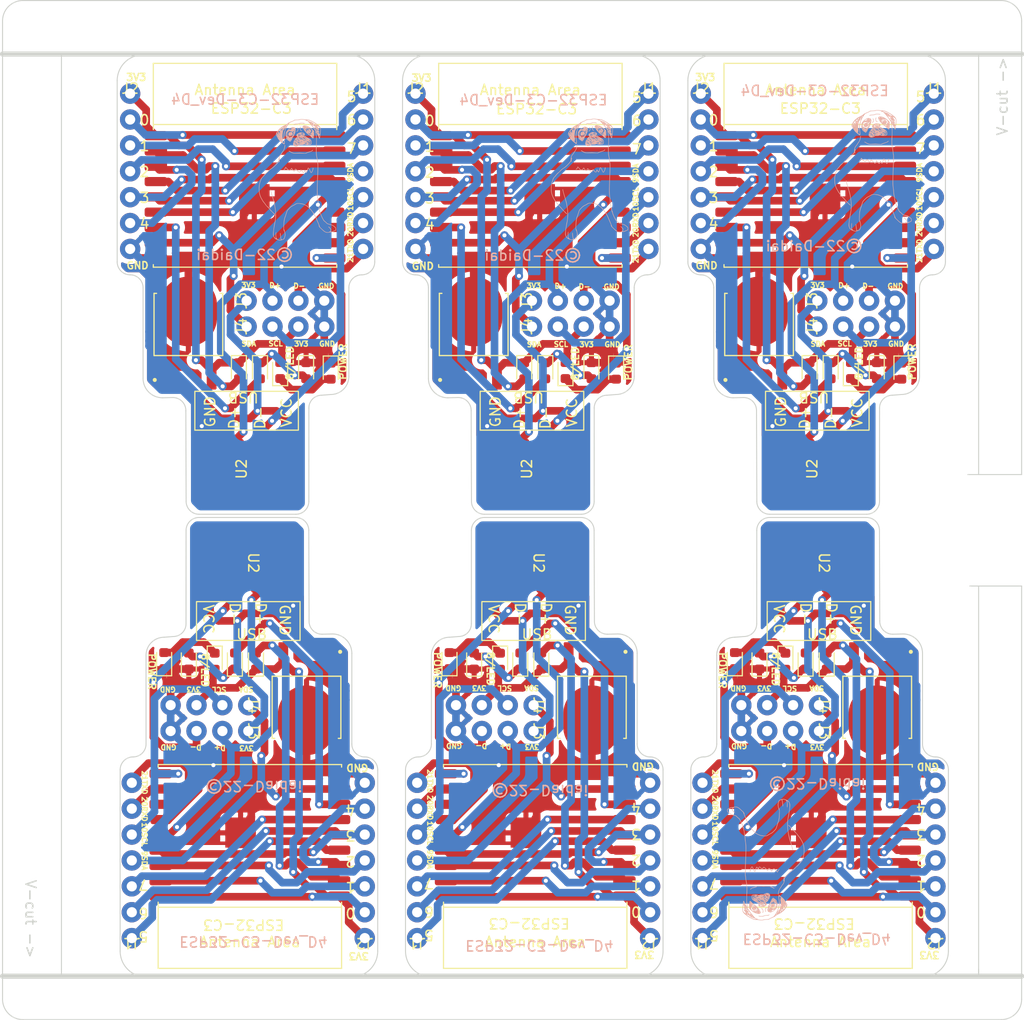
<source format=kicad_pcb>
(kicad_pcb (version 20221018) (generator pcbnew)
  (layers (0 "F.Cu" signal) (31 "B.Cu" signal) (34 "B.Paste" user) (35 "F.Paste" user) (36 "B.SilkS" user "B.Silkscreen") (37 "F.SilkS" user "F.Silkscreen") (38 "B.Mask" user) (39 "F.Mask" user) (44 "Edge.Cuts" user))
  (net 0 "")
  (net 1 "+3.3V")
  (net 2 "Net-(J2-Pin_2)")
  (net 3 "Net-(J2-Pin_3)")
  (net 4 "Net-(J2-Pin_4)")
  (net 5 "Net-(J2-Pin_5)")
  (net 6 "Net-(J2-Pin_6)")
  (net 7 "Net-(D1-A)")
  (net 8 "Net-(D2-A)")
  (net 9 "GND")
  (net 10 "Net-(J3-Pin_1)")
  (net 11 "Net-(J1-Pin_7)")
  (net 12 "Net-(J1-Pin_6)")
  (net 13 "Net-(J1-Pin_5)")
  (net 14 "Net-(J1-Pin_4)")
  (net 15 "Net-(J1-Pin_3)")
  (net 16 "Net-(J1-Pin_2)")
  (net 17 "Net-(J1-Pin_1)")
  (net 18 "Net-(J3-Pin_3)")
  (net 19 "Net-(U1-EN{slash}CHIP_PU)")
  (net 20 "Net-(U1-GPIO8)")
  (net 21 "Net-(J3-Pin_2)")
  (footprint "1_My_CustomFootprints:Conn_Pin_1x7" (layer "F.Cu") (at 113.379882 49.1383)
    (fp_text reference "J1")
    (fp_text value "Conn_01x07_Pin")
  )
  (footprint "Espressif:ESP32-C3-WROOM-02" (layer "F.Cu") (at 129.794882 59.1683)
    (fp_text reference "U1" hide)
    (fp_text value "ESP32-C3-WROOM-02" hide)
  )
  (footprint "1_My_CustomFootprints:Conn_Pin_1x7" (layer "F.Cu") (at 118.684039 132.004325 180)
    (fp_text reference "J1")
    (fp_text value "Conn_01x07_Pin")
  )
  (footprint "LED_SMD:LED_0603_1608Metric" (layer "F.Cu") (at 135.785882 76.3271 -90)
    (fp_text reference "D2" hide)
    (fp_text value "LED")
  )
  (footprint "1_My_CustomFootprints:1608Metric" (layer "F.Cu") (at 77.240982 76.3087 90)
    (fp_text reference "U5" hide)
    (fp_text value "~")
  )
  (footprint "1_My_CustomFootprints:1608Metric" (layer "F.Cu") (at 75.263682 76.3315 -90)
    (fp_text reference "U4" hide)
    (fp_text value "~")
  )
  (footprint "1_My_CustomFootprints:PCB_USB_Connecter" (layer "F.Cu") (at 102.114039 95.174325 -90)
    (fp_text reference "U2")
    (fp_text value "~")
  )
  (footprint "1_My_CustomFootprints:1608Metric" (layer "F.Cu") (at 70.822939 104.833925 -90)
    (fp_text reference "U5" hide)
    (fp_text value "~")
  )
  (footprint "1_My_CustomFootprints:1608Metric" (layer "F.Cu") (at 128.800239 104.811125 90)
    (fp_text reference "U4" hide)
    (fp_text value "~")
  )
  (footprint "1_My_CustomFootprints:DPAK228P968X238-4N" (layer "F.Cu") (at 124.234882 72.6333)
    (fp_text reference "U3" hide)
    (fp_text value "NJM2845DL1-33-TE1" hide)
  )
  (footprint "1_My_CustomFootprints:Conn_Pin_1x4" (layer "F.Cu") (at 73.949882 69.4583 90)
    (fp_text reference "J3")
    (fp_text value "Conn_01x04_Pin" hide)
  )
  (footprint "LED_SMD:LED_0603_1608Metric" (layer "F.Cu") (at 82.206882 76.3686 -90)
    (fp_text reference "D1" hide)
    (fp_text value "LED")
  )
  (footprint "1_My_CustomFootprints:1608Metric" (layer "F.Cu") (at 129.193482 76.3278 -90)
    (fp_text reference "U6" hide)
    (fp_text value "~")
  )
  (footprint "LED_SMD:LED_0603_1608Metric" (layer "F.Cu") (at 68.278039 104.815525 90)
    (fp_text reference "D2" hide)
    (fp_text value "LED")
  )
  (footprint "1_My_CustomFootprints:Conn_Pin_1x4" (layer "F.Cu") (at 74.114039 111.684325 -90)
    (fp_text reference "J3")
    (fp_text value "Conn_01x04_Pin" hide)
  )
  (footprint "Espressif:ESP32-C3-WROOM-02" (layer "F.Cu") (at 73.794882 59.1683)
    (fp_text reference "U1" hide)
    (fp_text value "ESP32-C3-WROOM-02" hide)
  )
  (footprint "1_My_CustomFootprints:Conn_Pin_1x7" (layer "F.Cu") (at 85.544039 132.004325 180)
    (fp_text reference "J2")
    (fp_text value "Conn_01x07_Pin")
  )
  (footprint "1_My_CustomFootprints:1608Metric" (layer "F.Cu") (at 101.193482 76.3278 -90)
    (fp_text reference "U6" hide)
    (fp_text value "~")
  )
  (footprint "LED_SMD:LED_0603_1608Metric" (layer "F.Cu") (at 79.785882 76.3271 -90)
    (fp_text reference "D2" hide)
    (fp_text value "LED")
  )
  (footprint "MyLogos:Apo15x15" (layer "F.Cu") (at 107.489187 58.153973)
    (fp_text reference "G***" hide)
    (fp_text value "LOGO" hide)
  )
  (footprint "LED_SMD:LED_0603_1608Metric" (layer "F.Cu") (at 110.206882 76.3686 -90)
    (fp_text reference "D1" hide)
    (fp_text value "LED")
  )
  (footprint "Espressif:ESP32-C3-WROOM-02" (layer "F.Cu") (at 130.269039 121.974325 180)
    (fp_text reference "U1" hide)
    (fp_text value "ESP32-C3-WROOM-02" hide)
  )
  (footprint "1_My_CustomFootprints:DPAK228P968X238-4N" (layer "F.Cu") (at 96.234882 72.6333)
    (fp_text reference "U3" hide)
    (fp_text value "NJM2845DL1-33-TE1" hide)
  )
  (footprint "MyLogos:Apo15x15" (layer "F.Cu") (at 78.823052 58.192555)
    (fp_text reference "G***" hide)
    (fp_text value "LOGO" hide)
  )
  (footprint "1_My_CustomFootprints:Conn_Pin_1x4" (layer "F.Cu") (at 102.114039 111.684325 -90)
    (fp_text reference "J3")
    (fp_text value "Conn_01x04_Pin" hide)
  )
  (footprint "1_My_CustomFootprints:PCB_USB_Connecter" (layer "F.Cu") (at 73.949882 85.9683 90)
    (fp_text reference "U2")
    (fp_text value "~")
  )
  (footprint "Espressif:ESP32-C3-WROOM-02" (layer "F.Cu") (at 102.269039 121.974325 180)
    (fp_text reference "U1" hide)
    (fp_text value "ESP32-C3-WROOM-02" hide)
  )
  (footprint "1_My_CustomFootprints:1608Metric" (layer "F.Cu") (at 105.240982 76.3087 90)
    (fp_text reference "U5" hide)
    (fp_text value "~")
  )
  (footprint "1_My_CustomFootprints:Conn_Pin_1x7" (layer "F.Cu") (at 85.379882 49.1383)
    (fp_text reference "J1")
    (fp_text value "Conn_01x07_Pin")
  )
  (footprint "1_My_CustomFootprints:Conn_Pin_1x4" (layer "F.Cu") (at 101.949882 71.9983 90)
    (fp_text reference "J4")
    (fp_text value "Conn_01x04_Pin" hide)
  )
  (footprint "1_My_CustomFootprints:1608Metric" (layer "F.Cu") (at 131.263682 76.3315 -90)
    (fp_text reference "U4" hide)
    (fp_text value "~")
  )
  (footprint "LED_SMD:LED_0603_1608Metric" (layer "F.Cu") (at 107.785882 76.3271 -90)
    (fp_text reference "D2" hide)
    (fp_text value "LED")
  )
  (footprint "1_My_CustomFootprints:DPAK228P968X238-4N" (layer "F.Cu") (at 79.829039 108.509325 180)
    (fp_text reference "U3" hide)
    (fp_text value "NJM2845DL1-33-TE1" hide)
  )
  (footprint "1_My_CustomFootprints:DPAK228P968X238-4N" (layer "F.Cu") (at 107.829039 108.509325 180)
    (fp_text reference "U3" hide)
    (fp_text value "NJM2845DL1-33-TE1" hide)
  )
  (footprint "1_My_CustomFootprints:PCB_USB_Connecter" (layer "F.Cu") (at 74.114039 95.174325 -90)
    (fp_text reference "U2")
    (fp_text value "~")
  )
  (footprint "1_My_CustomFootprints:PCB_USB_Connecter" (layer "F.Cu") (at 130.114039 95.174325 -90)
    (fp_text reference "U2")
    (fp_text value "~")
  )
  (footprint "1_My_CustomFootprints:1608Metric" (layer "F.Cu") (at 130.870439 104.814825 90)
    (fp_text reference "U6" hide)
    (fp_text value "~")
  )
  (footprint "LED_SMD:LED_0603_1608Metric" (layer "F.Cu") (at 121.857039 104.774025 90)
    (fp_text reference "D1" hide)
    (fp_text value "LED")
  )
  (footprint "1_My_CustomFootprints:1608Metric" (layer "F.Cu") (at 100.800239 104.811125 90)
    (fp_text reference "U4" hide)
    (fp_text value "~")
  )
  (footprint "1_My_CustomFootprints:PCB_USB_Connecter" (layer "F.Cu") (at 101.949882 85.9683 90)
    (fp_text reference "U2")
    (fp_text value "~")
  )
  (footprint "1_My_CustomFootprints:Conn_Pin_1x7" (layer "F.Cu") (at 62.519882 49.1383)
    (fp_text reference "J2")
    (fp_text value "Conn_01x07_Pin")
  )
  (footprint "1_My_CustomFootprints:1608Metric" (layer "F.Cu") (at 98.822939 104.833925 -90)
    (fp_text reference "U5" hide)
    (fp_text value "~")
  )
  (footprint "MyLogos:Apo15x15" (layer "F.Cu") (at 125.005238 123.704127 180)
    (fp_text reference "G***" hide)
    (fp_text value "LOGO" hide)
  )
  (footprint "1_My_CustomFootprints:1608Metric" (layer "F.Cu") (at 102.870439 104.814825 90)
    (fp_text reference "U6" hide)
    (fp_text value "~")
  )
  (footprint "1_My_CustomFootprints:Conn_Pin_1x7" (layer "F.Cu") (at 141.544039 132.004325 180)
    (fp_text reference "J2")
    (fp_text value "Conn_01x07_Pin")
  )
  (footprint "1_My_CustomFootprints:Conn_Pin_1x4" (layer "F.Cu") (at 129.949882 71.9983 90)
    (fp_text reference "J4")
    (fp_text value "Conn_01x04_Pin" hide)
  )
  (footprint "MyLogos:Apo15x15" (layer "F.Cu") (at 135.306527 57.305178)
    (fp_text reference "G***" hide)
    (fp_text value "LOGO" hide)
  )
  (footprint "Espressif:ESP32-C3-WROOM-02" (layer "F.Cu") (at 74.269039 121.974325 180)
    (fp_text reference "U1" hide)
    (fp_text value "ESP32-C3-WROOM-02" hide)
  )
  (footprint "1_My_CustomFootprints:Conn_Pin_1x4" (layer "F.Cu") (at 130.114039 111.684325 -90)
    (fp_text reference "J3")
    (fp_text value "Conn_01x04_Pin" hide)
  )
  (footprint "LED_SMD:LED_0603_1608Metric" (layer "F.Cu") (at 96.278039 104.815525 90)
    (fp_text reference "D2" hide)
    (fp_text value "LED")
  )
  (footprint "1_My_CustomFootprints:1608Metric" (layer "F.Cu") (at 103.263682 76.3315 -90)
    (fp_text reference "U4" hide)
    (fp_text value "~")
  )
  (footprint "LED_SMD:LED_0603_1608Metric" (layer "F.Cu") (at 138.206882 76.3686 -90)
    (fp_text reference "D1" hide)
    (fp_text value "LED")
  )
  (footprint "1_My_CustomFootprints:Conn_Pin_1x4" (layer "F.Cu") (at 129.949882 69.4583 90)
    (fp_text reference "J3")
    (fp_text value "Conn_01x04_Pin" hide)
  )
  (footprint "LED_SMD:LED_0603_1608Metric" (layer "F.Cu") (at 65.857039 104.774025 90)
    (fp_text reference "D1" hide)
    (fp_text value "LED")
  )
  (footprint "1_My_CustomFootprints:1608Metric" (layer "F.Cu") (at 126.822939 104.833925 -90)
    (fp_text reference "U5" hide)
    (fp_text value "~")
  )
  (footprint "1_My_CustomFootprints:PCB_USB_Connecter" (layer "F.Cu") (at 129.949882 85.9683 90)
    (fp_text reference "U2")
    (fp_text value "~")
  )
  (footprint "1_My_CustomFootprints:Conn_Pin_1x7" (layer "F.Cu") (at 141.379882 49.1383)
    (fp_text reference "J1")
    (fp_text value "Conn_01x07_Pin")
  )
  (footprint "1_My_CustomFootprints:Conn_Pin_1x7" (layer "F.Cu") (at 118.519882 49.1383)
    (fp_text reference "J2")
    (fp_text value "Conn_01x07_Pin")
  )
  (footprint "1_My_CustomFootprints:DPAK228P968X238-4N" (layer "F.Cu") (at 68.234882 72.6333)
    (fp_text reference "U3" hide)
    (fp_text value "NJM2845DL1-33-TE1" hide)
  )
  (footprint "1_My_CustomFootprints:Conn_Pin_1x7" (layer "F.Cu") (at 62.684039 132.004325 180)
    (fp_text reference "J1")
    (fp_text value "Conn_01x07_Pin")
  )
  (footprint "1_My_CustomFootprints:Conn_Pin_1x7" (layer "F.Cu") (at 90.684039 132.004325 180)
    (fp_text reference "J1")
    (fp_text value "Conn_01x07_Pin")
  )
  (footprint "LED_SMD:LED_0603_1608Metric" (layer "F.Cu") (at 93.857039 104.774025 90)
    (fp_text reference "D1" hide)
    (fp_text value "LED")
  )
  (footprint "1_My_CustomFootprints:1608Metric" (layer "F.Cu") (at 73.193482 76.3278 -90)
    (fp_text reference "U6" hide)
    (fp_text value "~")
  )
  (footprint "1_My_CustomFootprints:Conn_Pin_1x4" (layer "F.Cu") (at 74.114039 109.144325 -90)
    (fp_text reference "J4")
    (fp_text value "Conn_01x04_Pin" hide)
  )
  (footprint "1_My_CustomFootprints:Conn_Pin_1x4" (layer "F.Cu") (at 101.949882 69.4583 90)
    (fp_text reference "J3")
    (fp_text value "Conn_01x04_Pin" hide)
  )
  (footprint "1_My_CustomFootprints:Conn_Pin_1x7" (layer "F.Cu") (at 113.544039 132.004325 180)
    (fp_text reference "J2")
    (fp_text value "Conn_01x07_Pin")
  )
  (footprint "1_My_CustomFootprints:DPAK228P968X238-4N" (layer "F.Cu") (at 135.829039 108.509325 180)
    (fp_text reference "U3" hide)
    (fp_text value "NJM2845DL1-33-TE1" hide)
  )
  (footprint "1_My_CustomFootprints:Conn_Pin_1x4" (layer "F.Cu") (at 102.114039 109.144325 -90)
    (fp_text reference "J4")
    (fp_text value "Conn_01x04_Pin" hide)
  )
  (footprint "1_My_CustomFootprints:1608Metric" (layer "F.Cu") (at 74.870439 104.814825 90)
    (fp_text reference "U6" hide)
    (fp_text value "~")
  )
  (footprint "LED_SMD:LED_0603_1608Metric" (layer "F.Cu") (at 124.278039 104.815525 90)
    (fp_text reference "D2" hide)
    (fp_text value "LED")
  )
  (footprint "1_My_CustomFootprints:1608Metric" (layer "F.Cu") (at 72.800239 104.811125 90)
    (fp_text reference "U4" hide)
    (fp_text value "~")
  )
  (footprint "1_My_CustomFootprints:Conn_Pin_1x4" (layer "F.Cu") (at 130.114039 109.144325 -90)
    (fp_text reference "J4")
    (fp_text value "Conn_01x04_Pin" hide)
  )
  (footprint "1_My_CustomFootprints:Conn_Pin_1x4" (layer "F.Cu") (at 73.949882 71.9983 90)
    (fp_text reference "J4")
    (fp_text value "Conn_01x04_Pin" hide)
  )
  (footprint "Espressif:ESP32-C3-WROOM-02" (layer "F.Cu") (at 101.794882 59.1683)
    (fp_text reference "U1" hide)
    (fp_text value "ESP32-C3-WROOM-02" hide)
  )
  (footprint "1_My_CustomFootprints:1608Metric" (layer "F.Cu") (at 133.240982 76.3087 90)
    (fp_text reference "U5" hide)
    (fp_text value "~")
  )
  (footprint "1_My_CustomFootprints:Conn_Pin_1x7" (layer "F.Cu") (at 90.519882 49.1383)
    (fp_text reference "J2")
    (fp_text value "Conn_01x07_Pin")
  )
  (gr_line (start 61.541039 133.274325) (end 61.541039 115.494325) (stroke (width 0.1)) (layer "Edge.Cuts"))
  (gr_line (start 119.789882 68.1883) (end 119.789882 77.0783) (stroke (width 0.1)) (layer "Edge.Cuts"))
  (gr_arc (start 83.982882 45.3283) (mid 85.778933 46.072249) (end 86.522882 47.8683) (stroke (width 0.1)) (layer "Edge.Cuts"))
  (gr_arc (start 96.004038 101.154325) (mid 95.639695 102.041445) (end 94.754039 102.409334) (stroke (width 0.1)) (layer "Edge.Cuts"))
  (gr_line (start 50 42) (end 50 138) (stroke (width 0.1)) (layer "Edge.Cuts"))
  (gr_line (start 68.004038 101.154325) (end 68.009039 91.999325) (stroke (width 0.1)) (layer "Edge.Cuts"))
  (gr_arc (start 85.544039 114.224325) (mid 84.646031 113.852348) (end 84.274039 112.954325) (stroke (width 0.1)) (layer "Edge.Cuts"))
  (gr_arc (start 136.054882 89.1433) (mid 135.682908 90.041326) (end 134.784882 90.4133) (stroke (width 0.1)) (layer "Edge.Cuts"))
  (gr_line (start 89.249882 65.6483) (end 89.249882 47.8683) (stroke (width 0.1)) (layer "Edge.Cuts"))
  (gr_arc (start 148 40) (mid 149.414214 40.585786) (end 150 42) (stroke (width 0.1)) (layer "Edge.Cuts"))
  (gr_line (start 65.859039 102.481325) (end 66.754039 102.409334) (stroke (width 0.1)) (layer "Edge.Cuts"))
  (gr_line (start 150 138) (end 150 97.455379) (stroke (width 0.1)) (layer "Edge.Cuts"))
  (gr_arc (start 142.522882 65.6483) (mid 142.150908 66.546326) (end 141.252882 66.9183) (stroke (width 0.1)) (layer "Edge.Cuts"))
  (gr_arc (start 90.519882 66.9183) (mid 89.621856 66.546326) (end 89.249882 65.6483) (stroke (width 0.1)) (layer "Edge.Cuts"))
  (gr_arc (start 111.982882 45.3283) (mid 113.778933 46.072249) (end 114.522882 47.8683) (stroke (width 0.1)) (layer "Edge.Cuts"))
  (gr_line (start 140.274039 135.814325) (end 145.778933 135.814325) (stroke (width 0.1)) (layer "Edge.Cuts"))
  (gr_arc (start 89.541039 115.494325) (mid 89.913013 114.596299) (end 90.811039 114.224325) (stroke (width 0.1)) (layer "Edge.Cuts"))
  (gr_line (start 96.014882 89.1433) (end 95.984882 80.2583) (stroke (width 0.1)) (layer "Edge.Cuts"))
  (gr_arc (start 64.081039 104.259325) (mid 64.601803 103.002089) (end 65.859039 102.481325) (stroke (width 0.1)) (layer "Edge.Cuts"))
  (gr_line (start 109.354039 102.18457) (end 110.369039 102.159325) (stroke (width 0.1)) (layer "Edge.Cuts"))
  (gr_arc (start 92.081039 135.814325) (mid 90.284988 135.070376) (end 89.541039 133.274325) (stroke (width 0.1)) (layer "Edge.Cuts"))
  (gr_line (start 91.789882 68.1883) (end 91.789882 77.0783) (stroke (width 0.1)) (layer "Edge.Cuts"))
  (gr_line (start 136.049039 91.999325) (end 136.079039 100.884325) (stroke (width 0.1)) (layer "Edge.Cuts"))
  (gr_line (start 112.274039 135.814325) (end 120.081039 135.814325) (stroke (width 0.1)) (layer "Edge.Cuts"))
  (gr_arc (start 142.814039 133.274325) (mid 142.07009 135.070376) (end 140.274039 135.814325) (stroke (width 0.1)) (layer "Edge.Cuts"))
  (gr_line (start 119.789882 45.3283) (end 111.982882 45.3283) (stroke (width 0.1)) (layer "Edge.Cuts"))
  (gr_line (start 86.814039 115.494325) (end 86.814039 133.274325) (stroke (width 0.1)) (layer "Edge.Cuts"))
  (gr_line (start 108.059883 79.9883) (end 108.054882 89.1433) (stroke (width 0.1)) (layer "Edge.Cuts"))
  (gr_line (start 84.274039 112.954325) (end 84.274039 104.064325) (stroke (width 0.1)) (layer "Edge.Cuts"))
  (gr_line (start 80.049039 91.999325) (end 80.079039 100.884325) (stroke (width 0.1)) (layer "Edge.Cuts"))
  (gr_arc (start 124.009039 91.999325) (mid 124.381013 91.101299) (end 125.279039 90.729325) (stroke (width 0.1)) (layer "Edge.Cuts"))
  (gr_arc (start 118.519882 66.9183) (mid 119.417908 67.290274) (end 119.789882 68.1883) (stroke (width 0.1)) (layer "Edge.Cuts"))
  (gr_arc (start 92.081039 104.259325) (mid 92.601803 103.002089) (end 93.859039 102.481325) (stroke (width 0.1)) (layer "Edge.Cuts"))
  (gr_line (start 122.709882 78.958055) (end 121.694882 78.9833) (stroke (width 0.1)) (layer "Edge.Cuts"))
  (gr_line (start 145.778933 135.814325) (end 145.778933 135.072249) (stroke (width 0.1)) (layer "Edge.Cuts"))
  (gr_arc (start 108.059883 79.9883) (mid 108.424226 79.10118) (end 109.309882 78.733291) (stroke (width 0.1)) (layer "Edge.Cuts"))
  (gr_arc (start 113.544039 114.224325) (mid 112.646013 113.852351) (end 112.274039 112.954325) (stroke (width 0.1)) (layer "Edge.Cuts"))
  (gr_arc (start 139.982882 45.3283) (mid 141.778933 46.072249) (end 142.522882 47.8683) (stroke (width 0.1)) (layer "Edge.Cuts"))
  (gr_line (start 142.522882 47.8683) (end 142.522882 65.6483) (stroke (width 0.1)) (layer "Edge.Cuts"))
  (gr_arc (start 141.544039 114.224325) (mid 142.442065 114.596299) (end 142.814039 115.494325) (stroke (width 0.1)) (layer "Edge.Cuts"))
  (gr_arc (start 68.009039 91.999325) (mid 68.381013 91.101299) (end 69.279039 90.729325) (stroke (width 0.1)) (layer "Edge.Cuts"))
  (gr_line (start 120.081039 112.954325) (end 120.081039 104.259325) (stroke (width 0.1)) (layer "Edge.Cuts"))
  (gr_line (start 66.709882 78.958055) (end 65.694882 78.9833) (stroke (width 0.1)) (layer "Edge.Cuts"))
  (gr_arc (start 61.249882 47.8683) (mid 61.993831 46.072249) (end 63.789882 45.3283) (stroke (width 0.1)) (layer "Edge.Cuts"))
  (gr_line (start 150 42) (end 150 86.517493) (stroke (width 0.1)) (layer "Edge.Cuts"))
  (gr_line (start 50 45.255003) (end 150 45.255003) (stroke (width 0.5)) (layer "Edge.Cuts"))
  (gr_arc (start 136.059883 79.9883) (mid 136.424226 79.10118) (end 137.309882 78.733291) (stroke (width 0.1)) (layer "Edge.Cuts"))
  (gr_arc (start 93.694882 78.9833) (mid 92.347844 78.425338) (end 91.789882 77.0783) (stroke (width 0.1)) (layer "Edge.Cuts"))
  (gr_line (start 86.522882 47.8683) (end 86.522882 65.6483) (stroke (width 0.1)) (layer "Edge.Cuts"))
  (gr_arc (start 139.982882 68.1883) (mid 140.354856 67.290274) (end 141.252882 66.9183) (stroke (width 0.1)) (layer "Edge.Cuts"))
  (gr_line (start 92.081039 112.954325) (end 92.081039 104.259325) (stroke (width 0.1)) (layer "Edge.Cuts"))
  (gr_line (start 108.049039 91.999325) (end 108.079039 100.884325) (stroke (width 0.1)) (layer "Edge.Cuts"))
  (gr_line (start 142.814039 115.494325) (end 142.814039 133.274325) (stroke (width 0.1)) (layer "Edge.Cuts"))
  (gr_line (start 117.249882 65.6483) (end 117.249882 47.8683) (stroke (width 0.1)) (layer "Edge.Cuts"))
  (gr_line (start 145.778933 135.443287) (end 145.778933 97.455379) (stroke (width 0.1)) (layer "Edge.Cuts"))
  (gr_arc (start 97.284882 90.4133) (mid 96.386856 90.041326) (end 96.014882 89.1433) (stroke (width 0.1)) (layer "Edge.Cuts"))
  (gr_line (start 136.059883 79.9883) (end 136.054882 89.1433) (stroke (width 0.1)) (layer "Edge.Cuts"))
  (gr_line (start 117.541039 133.274325) (end 117.541039 115.494325) (stroke (width 0.1)) (layer "Edge.Cuts"))
  (gr_line (start 82.204882 78.6613) (end 81.309882 78.733291) (stroke (width 0.1)) (layer "Edge.Cuts"))
  (gr_arc (start 82.369039 102.159325) (mid 83.716095 102.717284) (end 84.274039 104.064325) (stroke (width 0.1)) (layer "Edge.Cuts"))
  (gr_line (start 150 86.517493) (end 144.719532 86.517493) (stroke (width 0.1)) (layer "Edge.Cuts"))
  (gr_line (start 124.004038 101.154325) (end 124.009039 91.999325) (stroke (width 0.1)) (layer "Edge.Cuts"))
  (gr_line (start 150 135.739036) (end 50.005874 135.739036) (stroke (width 0.5)) (layer "Edge.Cuts"))
  (gr_arc (start 110.369039 102.159325) (mid 111.716077 102.717287) (end 112.274039 104.064325) (stroke (width 0.1)) (layer "Edge.Cuts"))
  (gr_line (start 93.859039 102.481325) (end 94.754039 102.409334) (stroke (width 0.1)) (layer "Edge.Cuts"))
  (gr_arc (start 108.054882 89.1433) (mid 107.682908 90.041326) (end 106.784882 90.4133) (stroke (width 0.1)) (layer "Edge.Cuts"))
  (gr_arc (start 80.054882 89.1433) (mid 79.682908 90.041326) (end 78.784882 90.4133) (stroke (width 0.1)) (layer "Edge.Cuts"))
  (gr_line (start 55.778933 135.072249) (end 55.778933 135.814325) (stroke (width 0.1)) (layer "Edge.Cuts"))
  (gr_arc (start 69.284882 90.4133) (mid 68.386856 90.041326) (end 68.014882 89.1433) (stroke (width 0.1)) (layer "Edge.Cuts"))
  (gr_arc (start 137.354039 102.18457) (mid 136.443509 101.802177) (end 136.079039 100.884325) (stroke (width 0.1)) (layer "Edge.Cuts"))
  (gr_arc (start 66.709882 78.958055) (mid 67.620412 79.340448) (end 67.984882 80.2583) (stroke (width 0.1)) (layer "Edge.Cuts"))
  (gr_line (start 139.982882 68.1883) (end 139.982882 76.8833) (stroke (width 0.1)) (layer "Edge.Cuts"))
  (gr_line (start 64.081039 135.814325) (end 55.778933 135.814325) (stroke (width 0.1)) (layer "Edge.Cuts"))
  (gr_line (start 97.279039 90.729325) (end 106.779039 90.729325) (stroke (width 0.1)) (layer "Edge.Cuts"))
  (gr_line (start 81.354039 102.18457) (end 82.369039 102.159325) (stroke (width 0.1)) (layer "Edge.Cuts"))
  (gr_line (start 150 97.455379) (end 144.914852 97.455379) (stroke (width 0.1)) (layer "Edge.Cuts"))
  (gr_arc (start 83.982882 76.8833) (mid 83.462118 78.140536) (end 82.204882 78.6613) (stroke (width 0.1)) (layer "Edge.Cuts"))
  (gr_line (start 111.982882 68.1883) (end 111.982882 76.8833) (stroke (width 0.1)) (layer "Edge.Cuts"))
  (gr_line (start 94.709882 78.958055) (end 93.694882 78.9833) (stroke (width 0.1)) (layer "Edge.Cuts"))
  (gr_line (start 112.274039 112.954325) (end 112.274039 104.064325) (stroke (width 0.1)) (layer "Edge.Cuts"))
  (gr_arc (start 118.519882 66.9183) (mid 117.621856 66.546326) (end 117.249882 65.6483) (stroke (width 0.1)) (layer "Edge.Cuts"))
  (gr_line (start 89.541039 133.274325) (end 89.541039 115.494325) (stroke (width 0.1)) (layer "Edge.Cuts"))
  (gr_arc (start 121.694882 78.9833) (mid 120.347844 78.425338) (end 119.789882 77.0783) (stroke (width 0.1)) (layer "Edge.Cuts"))
  (gr_line (start 140.274039 112.954325) (end 140.274039 104.064325) (stroke (width 0.1)) (layer "Edge.Cuts"))
  (gr_line (start 61.249882 65.6483) (end 61.249882 47.8683) (stroke (width 0.1)) (layer "Edge.Cuts"))
  (gr_line (start 63.789882 45.3283) (end 55.778933 45.3283) (stroke (width 0.1)) (layer "Edge.Cuts"))
  (gr_line (start 138.204882 78.6613) (end 137.309882 78.733291) (stroke (width 0.1)) (layer "Edge.Cuts"))
  (gr_arc (start 109.354039 102.18457) (mid 108.443509 101.802177) (end 108.079039 100.884325) (stroke (width 0.1)) (layer "Edge.Cuts"))
  (gr_arc (start 78.779039 90.729325) (mid 79.677047 91.101302) (end 80.049039 91.999325) (stroke (width 0.1)) (layer "Edge.Cuts"))
  (gr_arc (start 120.081039 112.954325) (mid 119.709065 113.852351) (end 118.811039 114.224325) (stroke (width 0.1)) (layer "Edge.Cuts"))
  (gr_line (start 134.784882 90.4133) (end 125.284882 90.4133) (stroke (width 0.1)) (layer "Edge.Cuts"))
  (gr_line (start 145.778933 45.3283) (end 145.778933 86.517493) (stroke (width 0.1)) (layer "Edge.Cuts"))
  (gr_line (start 106.784882 90.4133) (end 97.284882 90.4133) (stroke (width 0.1)) (layer "Edge.Cuts"))
  (gr_arc (start 80.059883 79.9883) (mid 80.424226 79.10118) (end 81.309882 78.733291) (stroke (width 0.1)) (layer "Edge.Cuts"))
  (gr_line (start 114.522882 47.8683) (end 114.522882 65.6483) (stroke (width 0.1)) (layer "Edge.Cuts"))
  (gr_line (start 83.982882 45.3283) (end 91.789882 45.3283) (stroke (width 0.1)) (layer "Edge.Cuts"))
  (gr_line (start 139.982882 45.3283) (end 145.778933 45.3283) (stroke (width 0.1)) (layer "Edge.Cuts"))
  (gr_arc (start 62.519882 66.9183) (mid 63.417908 67.290274) (end 63.789882 68.1883) (stroke (width 0.1)) (layer "Edge.Cuts"))
  (gr_arc (start 122.709882 78.958055) (mid 123.620412 79.340448) (end 123.984882 80.2583) (stroke (width 0.1)) (layer "Edge.Cuts"))
  (gr_arc (start 92.081039 112.954325) (mid 91.709065 113.852351) (end 90.811039 114.224325) (stroke (width 0.1)) (layer "Edge.Cuts"))
  (gr_arc (start 52 140) (mid 50.585786 139.414214) (end 50 138) (stroke (width 0.1)) (layer "Edge.Cuts"))
  (gr_line (start 137.354039 102.18457) (end 138.369039 102.159325) (stroke (width 0.1)) (layer "Edge.Cuts"))
  (gr_arc (start 138.369039 102.159325) (mid 139.716077 102.717287) (end 140.274039 104.064325) (stroke (width 0.1)) (layer "Edge.Cuts"))
  (gr_line (start 124.014882 89.1433) (end 123.984882 80.2583) (stroke (width 0.1)) (layer "Edge.Cuts"))
  (gr_line (start 78.784882 90.4133) (end 69.284882 90.4133) (stroke (width 0.1)) (layer "Edge.Cuts"))
  (gr_line (start 69.279039 90.729325) (end 78.779039 90.729325) (stroke (width 0.1)) (layer "Edge.Cuts"))
  (gr_line (start 55.778933 45.072249) (end 55.778933 135.072249) (stroke (width 0.1)) (layer "Edge.Cuts"))
  (gr_arc (start 150 138) (mid 149.414214 139.414214) (end 148 140) (stroke (width 0.1)) (layer "Edge.Cuts"))
  (gr_line (start 63.789882 68.1883) (end 63.789882 77.0783) (stroke (width 0.1)) (layer "Edge.Cuts"))
  (gr_line (start 96.004038 101.154325) (end 96.009039 91.999325) (stroke (width 0.1)) (layer "Edge.Cuts"))
  (gr_arc (start 94.709882 78.958055) (mid 95.620412 79.340448) (end 95.984882 80.2583) (stroke (width 0.1)) (layer "Edge.Cuts"))
  (gr_arc (start 62.519882 66.9183) (mid 61.621856 66.546326) (end 61.249882 65.6483) (stroke (width 0.1)) (layer "Edge.Cuts"))
  (gr_arc (start 81.354039 102.18457) (mid 80.44349 101.80218) (end 80.079039 100.884325) (stroke (width 0.1)) (layer "Edge.Cuts"))
  (gr_arc (start 106.779039 90.729325) (mid 107.677065 91.101299) (end 108.049039 91.999325) (stroke (width 0.1)) (layer "Edge.Cuts"))
  (gr_arc (start 141.544039 114.224325) (mid 140.646013 113.852351) (end 140.274039 112.954325) (stroke (width 0.1)) (layer "Edge.Cuts"))
  (gr_arc (start 117.541039 115.494325) (mid 117.913013 114.596299) (end 118.811039 114.224325) (stroke (width 0.1)) (layer "Edge.Cuts"))
  (gr_arc (start 86.814039 133.274325) (mid 86.07009 135.070376) (end 84.274039 135.814325) (stroke (width 0.1)) (layer "Edge.Cuts"))
  (gr_arc (start 111.982882 76.8833) (mid 111.462118 78.140536) (end 110.204882 78.6613) (stroke (width 0.1)) (layer "Edge.Cuts"))
  (gr_line (start 84.274039 135.814325) (end 92.081039 135.814325) (stroke (width 0.1)) (layer "Edge.Cuts"))
  (gr_arc (start 120.081039 104.259325) (mid 120.601803 103.002089) (end 121.859039 102.481325) (stroke (width 0.1)) (layer "Edge.Cuts"))
  (gr_arc (start 90.519882 66.9183) (mid 91.417908 67.290274) (end 91.789882 68.1883) (stroke (width 0.1)) (layer "Edge.Cuts"))
  (gr_arc (start 68.004038 101.154325) (mid 67.639695 102.041445) (end 66.754039 102.409334) (stroke (width 0.1)) (layer "Edge.Cuts"))
  (gr_arc (start 120.081039 135.814325) (mid 118.284988 135.070376) (end 117.541039 133.274325) (stroke (width 0.1)) (layer "Edge.Cuts"))
  (gr_arc (start 50 42) (mid 50.585786 40.585786) (end 52 40) (stroke (width 0.1)) (layer "Edge.Cuts"))
  (gr_arc (start 86.522882 65.6483) (mid 86.150908 66.546326) (end 85.252882 66.9183) (stroke (width 0.1)) (layer "Edge.Cuts"))
  (gr_line (start 121.859039 102.481325) (end 122.754039 102.409334) (stroke (width 0.1)) (layer "Edge.Cuts"))
  (gr_line (start 125.279039 90.729325) (end 134.779039 90.729325) (stroke (width 0.1)) (layer "Edge.Cuts"))
  (gr_arc (start 111.982882 68.1883) (mid 112.354856 67.290274) (end 113.252882 66.9183) (stroke (width 0.1)) (layer "Edge.Cuts"))
  (gr_arc (start 96.009039 91.999325) (mid 96.381013 91.101299) (end 97.279039 90.729325) (stroke (width 0.1)) (layer "Edge.Cuts"))
  (gr_arc (start 85.544039 114.224325) (mid 86.442047 114.596302) (end 86.814039 115.494325) (stroke (width 0.1)) (layer "Edge.Cuts"))
  (gr_arc (start 117.249882 47.8683) (mid 117.993831 46.072249) (end 119.789882 45.3283) (stroke (width 0.1)) (layer "Edge.Cuts"))
  (gr_line (start 83.982882 68.1883) (end 83.982882 76.8833) (stroke (width 0.1)) (layer "Edge.Cuts"))
  (gr_arc (start 114.522882 65.6483) (mid 114.150908 66.546326) (end 113.252882 66.9183) (stroke (width 0.1)) (layer "Edge.Cuts"))
  (gr_arc (start 139.982882 76.8833) (mid 139.462118 78.140536) (end 138.204882 78.6613) (stroke (width 0.1)) (layer "Edge.Cuts"))
  (gr_arc (start 65.694882 78.9833) (mid 64.347844 78.425338) (end 63.789882 77.0783) (stroke (width 0.1)) (layer "Edge.Cuts"))
  (gr_line (start 110.204882 78.6613) (end 109.309882 78.733291) (stroke (width 0.1)) (layer "Edge.Cuts"))
  (gr_line (start 52 140) (end 148 140) (stroke (width 0.1)) (layer "Edge.Cuts"))
  (gr_arc (start 125.284882 90.4133) (mid 124.386856 90.041326) (end 124.014882 89.1433) (stroke (width 0.1)) (layer "Edge.Cuts"))
  (gr_arc (start 83.982882 68.1883) (mid 84.354856 67.290274) (end 85.252882 66.9183) (stroke (width 0.1)) (layer "Edge.Cuts"))
  (gr_line (start 68.014882 89.1433) (end 67.984882 80.2583) (stroke (width 0.1)) (layer "Edge.Cuts"))
  (gr_arc (start 124.004038 101.154325) (mid 123.639695 102.041445) (end 122.754039 102.409334) (stroke (width 0.1)) (layer "Edge.Cuts"))
  (gr_arc (start 134.779039 90.729325) (mid 135.677065 91.101299) (end 136.049039 91.999325) (stroke (width 0.1)) (layer "Edge.Cuts"))
  (gr_arc (start 64.081039 135.814325) (mid 62.28497 135.070379) (end 61.541039 133.274325) (stroke (width 0.1)) (layer "Edge.Cuts"))
  (gr_line (start 148 40) (end 52 40) (stroke (width 0.1)) (layer "Edge.Cuts"))
  (gr_line (start 64.081039 112.954325) (end 64.081039 104.259325) (stroke (width 0.1)) (layer "Edge.Cuts"))
  (gr_arc (start 61.541039 115.494325) (mid 61.913013 114.596299) (end 62.811039 114.224325) (stroke (width 0.1)) (layer "Edge.Cuts"))
  (gr_arc (start 89.249882 47.8683) (mid 89.993831 46.072249) (end 91.789882 45.3283) (stroke (width 0.1)) (layer "Edge.Cuts"))
  (gr_arc (start 113.544039 114.224325) (mid 114.442065 114.596299) (end 114.814039 115.494325) (stroke (width 0.1)) (layer "Edge.Cuts"))
  (gr_line (start 80.059883 79.9883) (end 80.054882 89.1433) (stroke (width 0.1)) (layer "Edge.Cuts"))
  (gr_line (start 114.814039 115.494325) (end 114.814039 133.274325) (stroke (width 0.1)) (layer "Edge.Cuts"))
  (gr_arc (start 114.814039 133.274325) (mid 114.07009 135.070376) (end 112.274039 135.814325) (stroke (width 0.1)) (layer "Edge.Cuts"))
  (gr_arc (start 64.081039 112.954325) (mid 63.709065 113.852351) (end 62.811039 114.224325) (stroke (width 0.1)) (layer "Edge.Cuts"))
  (gr_text "ESP32-C3-Dev_D4\n" (at 122.532534 131.487432 180) (layer "B.SilkS") (effects (font (size 1 1)) (justify left bottom mirror)))
  (gr_text "©22-Daidai" (at 69.796296 116.512945 180) (layer "B.SilkS") (effects (font (size 1 1)) (justify left bottom mirror)))
  (gr_text "©22-Daidai" (at 134.512123 64.688199) (layer "B.SilkS") (effects (font (size 1 1)) (justify left bottom mirror)))
  (gr_text "©22-Daidai" (at 78.623381 65.538499) (layer "B.SilkS") (effects (font (size 1 1)) (justify left bottom mirror)))
  (gr_text "ESP32-C3-Dev_D4\n" (at 137.052123 49.448199) (layer "B.SilkS") (effects (font (size 1 1)) (justify left bottom mirror)))
  (gr_text "ESP32-C3-Dev_D4\n" (at 109.446982 50.359689) (layer "B.SilkS") (effects (font (size 1 1)) (justify left bottom mirror)))
  (gr_text "ESP32-C3-Dev_D4\n" (at 81.163381 50.298499) (layer "B.SilkS") (effects (font (size 1 1)) (justify left bottom mirror)))
  (gr_text "ESP32-C3-Dev_D4\n" (at 67.256296 131.752945 180) (layer "B.SilkS") (effects (font (size 1 1)) (justify left bottom mirror)))
  (gr_text "©22-Daidai" (at 106.906982 65.599689) (layer "B.SilkS") (effects (font (size 1 1)) (justify left bottom mirror)))
  (gr_text "©22-Daidai" (at 97.858031 116.898497 180) (layer "B.SilkS") (effects (font (size 1 1)) (justify left bottom mirror)))
  (gr_text "ESP32-C3-Dev_D4\n" (at 95.318031 132.138497 180) (layer "B.SilkS") (effects (font (size 1 1)) (justify left bottom mirror)))
  (gr_text "©22-Daidai" (at 125.072534 116.247432 180) (layer "B.SilkS") (effects (font (size 1 1)) (justify left bottom mirror)))
  (gr_text "9SDA" (at 63.63062 123.378181 -90) (layer "F.SilkS") (effects (font (size 0.5 0.5) (thickness 0.125)) (justify left bottom)))
  (gr_text "2" (at 63.35296 57.400641) (layer "F.SilkS") (effects (font (size 1 1)) (justify left bottom)))
  (gr_text "3V3" (at 62.05296 47.942641) (layer "F.SilkS") (effects (font (size 0.7 0.7)) (justify left bottom)))
  (gr_text "3V3" (at 102.723842 112.928602 180) (layer "F.SilkS") (effects (font (size 0.5 0.5) (thickness 0.125)) (justify left bottom)))
  (gr_text "SCL" (at 76.02756 73.961441) (layer "F.SilkS") (effects (font (size 0.5 0.5) (thickness 0.125)) (justify left bottom)))
  (gr_text "GND" (at 123.050107 107.188523 180) (layer "F.SilkS") (effects (font (size 0.5 0.5) (thickness 0.125)) (justify left bottom)))
  (gr_text "0" (at 112.731442 128.829002 180) (layer "F.SilkS") (effects (font (size 1 1)) (justify left bottom)))
  (gr_text "GND" (at 109.001246 74.05154) (layer "F.SilkS") (effects (font (size 0.5 0.5) (thickness 0.125)) (justify left bottom)))
  (gr_text "GND" (at 117.919672 66.426326) (layer "F.SilkS") (effects (font (size 0.7 0.7)) (justify left bottom)))
  (gr_text "D-" (at 106.461246 68.36194) (layer "F.SilkS") (effects (font (size 0.5 0.5) (thickness 0.125)) (justify left bottom)))
  (gr_text "5" (at 92.411442 131.115002 180) (layer "F.SilkS") (effects (font (size 1 1)) (justify left bottom)))
  (gr_text "ESP32-C3" (at 105.746442 129.972002 180) (layer "F.SilkS") (effects (font (size 1 1)) (justify left bottom)))
  (gr_text "SDA" (at 129.222672 73.995526) (layer "F.SilkS") (effects (font (size 0.5 0.5) (thickness 0.125)) (justify left bottom)))
  (gr_text "10SCL" (at 112.430246 60.76734 90) (layer "F.SilkS") (effects (font (size 0.5 0.5) (thickness 0.125)) (justify left bottom)))
  (gr_text "GND" (at 90.078246 66.48234) (layer "F.SilkS") (effects (font (size 0.7 0.7)) (justify left bottom)))
  (gr_text "SCL" (at 72.03802 107.325381 180) (layer "F.SilkS") (effects (font (size 0.5 0.5) (thickness 0.125)) (justify left bottom)))
  (gr_text "ESP32-C3" (at 77.72762 130.109181 180) (layer "F.SilkS") (effects (font (size 1 1)) (justify left bottom)))
  (gr_text "7" (at 139.509672 55.123326) (layer "F.SilkS") (effects (font (size 1 1)) (justify left bottom)))
  (gr_text "D+" (at 104.099046 68.31114) (layer "F.SilkS") (effects (font (size 0.5 0.5) (thickness 0.125)) (justify left bottom)))
  (gr_text "3V3" (at 106.537446 74.05154) (layer "F.SilkS") (effects (font (size 0.5 0.5) (thickness 0.125)) (justify left bottom)))
  (gr_text "7" (at 111.668246 55.17934) (layer "F.SilkS") (effects (font (size 1 1)) (justify left bottom)))
  (gr_text "3V3" (at 69.52342 107.299981 180) (layer "F.SilkS") (effects (font (size 0.5 0.5) (thickness 0.125)) (justify left bottom)))
  (gr_text "GND" (at 141.973107 114.757723 180) (layer "F.SilkS") (effects (font (size 0.7 0.7)) (justify left bottom)))
  (gr_text "3" (at 84.71262 121.346181 180) (layer "F.SilkS") (effects (font (size 1 1)) (justify left bottom)))
  (gr_text "20RXD" (at 84.43496 63.242641 90) (layer "F.SilkS") (effects (font (size 0.5 0.5) (thickness 0.125)) (justify left bottom)))
  (gr_text "7" (at 83.67296 55.114641) (layer "F.SilkS") (effects (font (size 1 1)) (justify left bottom)))
  (gr_text "SDA" (at 130.670107 107.188523 180) (layer "F.SilkS") (effects (font (size 0.5 0.5) (thickness 0.125)) (justify left bottom)))
  (gr_text "4" (at 119.189672 62.489326) (layer "F.SilkS") (effects (font (size 1 1)) (justify left bottom)))
  (gr_text "8/LED" (at 134.455072 77.322926 90) (layer "F.SilkS") (effects (font (size 0.7 0.7)) (justify left bottom)))
  (gr_text "3V3" (at 125.513907 107.188523 180) (layer "F.SilkS") (effects (font (size 0.5 0.5) (thickness 0.125)) (justify left bottom)))
  (gr_text "5" (at 139.509672 50.043326) (layer "F.SilkS") (effects (font (size 1 1)) (justify left bottom)))
  (gr_text "D+" (at 99.980642 112.903202 180) (layer "F.SilkS") (effects (font (size 0.5 0.5) (thickness 0.125)) (justify left bottom)))
  (gr_text "5" (at 83.67296 50.034641) (layer "F.SilkS") (effects (font (size 1 1)) (justify left bottom)))
  (gr_text "21TXD" (at 140.271672 65.791326 90) (layer "F.SilkS") (effects (font (size 0.5 0.5) (thickness 0.125)) (justify left bottom)))
  (gr_text "3" (at 140.703107 121.234723 180) (layer "F.SilkS") (effects (font (size 1 1)) (justify left bottom)))
  (gr_text "5" (at 64.39262 131.252181 180) (layer "F.SilkS") (effects (font (size 1 1)) (justify left bottom)))
  (gr_text "1\n" (at 112.731442 126.289002 180) (layer "F.SilkS") (effects (font (size 1 1)) (justify left bottom)))
  (gr_text "SCL" (at 100.056842 107.188202 180) (layer "F.SilkS") (effects (font (size 0.5 0.5) (thickness 0.125)) (justify left bottom)))
  (gr_text "20RXD" (at 119.621107 117.932723 -90) (layer "F.SilkS") (effects (font (size 0.5 0.5) (thickness 0.125)) (justify left bottom)))
  (gr_text "6" (at 139.509672 52.329326) (layer "F.SilkS") (effects (font (size 1 1)) (justify left bottom)))
  (gr_text "4" (at 91.348246 62.54534) (layer "F.SilkS") (effects (font (size 1 1)) (justify left bottom)))
  (gr_text "D+" (at 71.96182 113.040381 180) (layer "F.SilkS") (effects (font (size 0.5 0.5) (thickness 0.125)) (justify left bottom)))
  (gr_text "5" (at 111.668246 50.09934) (layer "F.SilkS") (effects (font (size 1 1)) (justify left bottom)))
  (gr_text "POWER" (at 83.82536 77.314241 90) (layer "F.SilkS") (effects (font (size 0.7 0.7)) (justify left bottom)))
  (gr_text "21TXD" (at 91.649442 115.367002 -90) (layer "F.SilkS") (effects (font (size 0.5 0.5) (thickness 0.125)) (justify left bottom)))
  (gr_text "10SCL" (at 119.621107 120.472723 -90) (layer "F.SilkS") (effects (font (size 0.5 0.5) (thickness 0.125)) (justify left bottom)))
  (gr_text "6" (at 83.67296 52.320641) (layer "F.SilkS") (effects (font (size 1 1)) (justify left bottom)))
  (gr_text "0" (at 91.348246 52.38534) (layer "F.SilkS") (effects (font (size 1 1)) (justify left bottom)))
  (gr_text "2" (at 112.731442 123.749002 180) (layer "F.SilkS") (effects (font (size 1 1)) (justify left bottom)))
  (gr_text "5" (at 120.383107 131.140723 180) (layer "F.SilkS") (effects (font (size 1 1)) (justify left bottom)))
  (gr_text "3V3" (at 130.695507 112.954323 180) (layer "F.SilkS") (effects (font (size 0.5 0.5) (thickness 0.125)) (justify left bottom)))
  (gr_text "9SDA" (at 119.621107 123.266723 -90) (layer "F.SilkS") (effects (font (size 0.5 0.5) (thickness 0.125)) (justify left bottom)))
  (gr_text "POWER" (at 139.662072 77.322926 90) (layer "F.SilkS") (effects (font (size 0.7 0.7)) (justify left bottom)))
  (gr_text "0" (at 63.35296 52.320641) (layer "F.SilkS") (effects (font (size 1 1)) (justify left bottom)))
  (gr_text "ESP32-C3" (at 98.333246 51.24234) (layer "F.SilkS") (effects (font (size 1 1)) (justify left bottom)))
  (gr_text "D+" (at 76.10376 68.246441) (layer "F.SilkS") (effects (font (size 0.5 0.5) (thickness 0.125)) (justify left bottom)))
  (gr_text "GND" (at 67.05962 107.299981 180) (layer "F.SilkS") (effects (font (size 0.5 0.5) (thickness 0.125)) (justify left bottom)))
  (gr_text "8/LED" (at 106.613646 77.37894 90) (layer "F.SilkS") (effects (font (size 0.7 0.7)) (justify left bottom)))
  (gr_text "7" (at 120.383107 126.060723 180) (layer "F.SilkS") (effects (font (size 1 1)) (justify left bottom)))
  (gr_text "GND" (at 85.98262 114.869181 180) (layer "F.SilkS") (effects (font (size 0.7 0.7)) (justify left bottom)))
  (gr_text "3V3" (at 101.355846 68.28574) (layer "F.SilkS") (effects (font (size 0.5 0.5) (thickness 0.125)) (justify left bottom)))
  (gr_text "GND" (at 123.126307 112.852723 180) (layer "F.SilkS") (effects (font (size 0.5 0.5) (thickness 0.125)) (justify left bottom)))
  (gr_text "21TXD" (at 63.63062 115.504181 -90) (layer "F.SilkS") (effects (font (size 0.5 0.5) (thickness 0.125)) (justify left bottom)))
  (gr_text "3" (at 112.731442 121.209002 180) (layer "F.SilkS") (effects (font (size 1 1)) (justify left bottom)))
  (gr_text "0" (at 119.189672 52.329326) (layer "F.SilkS") (effects (font (size 1 1)) (justify left bottom)))
  (gr_text "3V3" (at 90.048246 48.00734) (layer "F.SilkS") (effects (font (size 0.7 0.7)) (justify left bottom)))
  (gr_text "9SDA" (at 112.430246 57.97334 90) (layer "F.SilkS") (effects (font (size 0.5 0.5) (thickness 0.125)) (justify left bottom)))
  (gr_text "3V3" (at 73.36056 68.221041) (layer "F.SilkS") (effects (font (size 0.5 0.5) (thickness 0.125)) (justify left bottom)))
  (gr_text "8/LED" (at 125.437707 103.861123 -90) (layer "F.SilkS") (effects (font (size 0.7 0.7)) (justify left bottom)))
  (gr_text "4" (at 84.71262 118.806181 180) (layer "F.SilkS") (effects (font (size 1 1)) (justify left bottom)))
  (gr_text "SCL" (at 131.864272 73.970126) (layer "F.SilkS") (effects (font (size 0.5 0.5) (thickness 0.125)) (justify left bottom)))
  (gr_text "2" (at 91.348246 57.46534) (layer "F.SilkS") (effects (font (size 1 1)) (justify left bottom)))
  (gr_text "ESP32-C3" (at 126.174672 51.186326) (layer "F.SilkS") (effects (font (size 1 1)) (justify left bottom)))
  (gr_text "3" (at 91.348246 60.00534) (layer "F.SilkS") (effects (font (size 1 1)) (justify left bottom)))
  (gr_text "3V3" (at 129.197272 68.229726) (layer "F.SilkS") (effects (font (size 0.5 0.5) (thickness 0.125)) (justify left bottom)))
  (gr_text "SCL" (at 128.028507 107.213923 180) (layer "F.SilkS") (effects (font (size 0.5 0.5) (thickness 0.125)) (justify left bottom)))
  (gr_text "10SCL" (at 63.63062 120.584181 -90) (layer "F.SilkS") (effects (font (size 0.5 0.5) (thickness 0.125)) (justify left bottom)))
  (gr_text "GND" (at 62.08296 66.417641) (layer "F.SilkS") (effects (font (size 0.7 0.7)) (justify left bottom)))
  (gr_text "10SCL" (at 91.649442 120.447002 -90) (layer "F.SilkS") (effects (font (size 0.5 0.5) (thickness 0.125)) (justify left bottom)))
  (gr_text "D-" (at 69.59962 112.989581 180) (layer "F.SilkS") (effects (font (size 0.5 0.5) (thickness 0.125)) (justify left bottom)))
  (gr_text "GND" (at 67.13582 112.964181 180) (layer "F.SilkS") (effects (font (size 0.5 0.5) (thickness 0.125)) (justify left bottom)))
  (gr_text "3V3" (at 114.031442 133.207002 180) (layer "F.SilkS") (effects (font (size 0.7 0.7)) (justify left bottom)))
  (gr_text "1\n" (at 84.71262 126.426181 180) (layer "F.SilkS") (effects (font (size 1 1)) (justify left bottom)))
  (gr_text "GND" (at 136.766472 68.331326) (layer "F.SilkS") (effects (font (size 0.5 0.5) (thickness 0.125)) (justify left bottom)))
  (gr_text "GND" (at 108.925046 68.38734) (layer "F.SilkS") (effects (font (size 0.5 0.5) (thickness 0.125)) (justify left bottom)))
  (gr_text "6" (at 64.39262 128.966181 180) (layer "F.SilkS") (effects (font (size 1 1)) (justify left bottom)))
  (gr_text "1\n" (at 140.703107 126.314723 180) (layer "F.SilkS") (effects (font (size 1 1)) (justify left bottom)))
  (gr_text "ESP32-C3" (at 133.718107 129.997723 180) (layer "F.SilkS") (effects (font (size 1 1)) (justify left bottom)))
  (gr_text "SCL" (at 104.022846 74.02614) (layer "F.SilkS") (effects (font (size 0.5 0.5) (thickness 0.125)) (justify left bottom)))
  (gr_text "9SDA" (at 140.271672 57.917326 90) (layer "F.SilkS") (effects (font (size 0.5 0.5) (thickness 0.125)) (justify left bottom)))
  (gr_text "4" (at 63.35296 62.480641) (layer "F.SilkS") (effects (font (size 1 1)) (justify left bottom)))
  (gr_text "D-" (at 134.302672 68.305926) (layer "F.SilkS") (effects (font (size 0.5 0.5) (thickness 0.125)) (justify left bottom)))
  (gr_text "3" (at 63.35296 59.940641) (layer "F.SilkS") (effects (font (size 1 1)) (justify left bottom)))
  (gr_text "21TXD" (at 112.430246 65.84734 90) (layer "F.SilkS") (effects (font (size 0.5 0.5) (thickness 0.125)) (justify left bottom)))
  (gr_text "8/LED" (at 78.61836 77.314241 90) (layer "F.SilkS") (effects (font (size 0.7 0.7)) (justify left bottom)))
  (gr_text "10SCL" (at 84.43496 60.702641 90) (layer "F.SilkS") (effects (font (size 0.5 0.5) (thickness 0.125)) (justify left bottom)))
  (gr_text "3" (at 119.189672 59.949326) (layer "F.SilkS") (effects (font (size 1 1)) (justify left bottom)))
  (gr_text "0" (at 84.71262 128.966181 180) (layer "F.SilkS") (effects (font (size 1 1)) (justify left bottom)))
  (gr_text "3V3" (at 142.003107 133.232723 180) (layer "F.SilkS") (effects (font (size 0.7 0.7)) (justify left bottom)))
  (gr_text "D-" (at 125.590107 112.878123 180) (layer "F.SilkS") (effects (font (size 0.5 0.5) (thickness 0.125)) (justify left bottom)))
  (gr_text "3V3" (at 78.54216 73.986841) (layer "F.SilkS") (effects (font (size 0.5 0.5) (thickness 0.125)) (justify left bottom)))
  (gr_text "POWER" (at 111.820646 77.37894 90) (layer "F.SilkS") (effects (font (size 0.7 0.7)) (justify left bottom)))
  (gr_text "D+" (at 131.940472 68.255126) (layer "F.SilkS") (effects (font (size 0.5 0.5) (thickness 0.125)) (justify left bottom)))
  (gr_text "D+" (at 127.952307 112.928923 180) (layer "F.SilkS") (effects (font (size 0.5 0.5) (thickness 0.125)) (justify left bottom)))
  (gr_text "3V3" (at 86.01262 133.344181 180) (layer "F.SilkS") (effects (font (size 0.7 0.7)) (justify left bottom)))
  (gr_text "SDA" (at 74.67962 107.299981 180) (layer "F.SilkS") (effects (font (size 0.5 0.5) (thickness 0.125)) (justify left bottom)))
  (gr_text "D-" (at 78.46596 68.297241) (layer "F.SilkS") (effects (font (size 0.5 0.5) (thickness 0.125)) (justify left bottom)))
  (gr_text "D-" (at 97.618442 112.852402 180) (layer "F.SilkS") (effects (font (size 0.5 0.5) (thickness 0.125)) (justify left bottom)))
  (gr_text "1\n" (at 91.348246 54.92534) (layer "F.SilkS") (effects (font (size 1 1)) (justify left bottom)))
  (gr_text "3V3" (at 97.542242 107.162802 180) (layer "F.SilkS") (effects (font (size 0.5 0.5) (thickness 0.125)) (justify left bottom)))
  (gr_text "SDA" (at 101.381246 74.05154) (layer "F.SilkS") (effects (font (size 0.5 0.5) (thickness 0.125)) (justify left bottom)))
  (gr_text "SDA" (at 73.38596 73.986841) (layer "F.SilkS") (effects (font (size 0.5 0.5) (thickness 0.125)) (justify left bottom)))
  (gr_text "0" (at 140.703107 128.854723 180) (layer "F.SilkS") (effects (font (size 1 1)) (justify left bottom)))
  (gr_text "ESP32-C3" (at 70.33796 51.177641) (layer "F.SilkS") (effects (font (size 1 1)) (justify left bottom)))
  (gr_text "8/LED" (at 69.44722 103.972581 -90) (layer "F.SilkS") (effects (font (size 0.7 0.7)) (justify left bottom)))
  (gr_text "3V3" (at 117.889672 47.951326) (layer "F.SilkS") (effects (font (size 0.7 0.7)) (justify left bottom)))
  (gr_text "21TXD" (at 119.621107 115.392723 -90) (layer "F.SilkS") (effects (font (size 0.5 0.5) (thickness 0.125)) (justify left bottom)))
  (gr_text "8/LED" (at 97.466042 103.835402 -90) (layer "F.SilkS") (effects (font (size 0.7 0.7)) (justify left bottom)))
  (gr_text "SDA" (at 102.698442 107.162802 180) (layer "F.SilkS") (effects (font (size 0.5 0.5) (thickness 0.125)) (justify left bottom)))
  (gr_text "7" (at 64.39262 126.172181 180) (layer "F.SilkS") (effects (font (size 1 1)) (justify left bottom)))
  (gr_text "GND" (at 80.92976 68.322641) (layer "F.SilkS") (effects (font (size 0.5 0.5) (thickness 0.125)) (justify left bottom)))
  (gr_text "9SDA" (at 91.649442 123.241002 -90) (layer "F.SilkS") (effects (font (size 0.5 0.5) (thickness 0.125)) (justify left bottom)))
  (gr_text "20RXD" (at 63.63062 118.044181 -90) (layer "F.SilkS") (effects (font (size 0.5 0.5) (thickness 0.125)) (justify left bottom)))
  (gr_text "9SDA" (at 84.43496 57.908641 90) (layer "F.SilkS") (effects (font (size 0.5 0.5) (thickness 0.125)) (justify left bottom)))
  (gr_text "10SCL" (at 140.271672 60.711326 90) (layer "F.SilkS") (effects (font (size 0.5 0.5) (thickness 0.125)) (justify left bottom)))
  (gr_text "6" (at 120.383107 128.854723 180) (layer "F.SilkS") (effects (font (size 1 1)) (justify left bottom)))
  (gr_text "GND" (at 95.154642 112.827002 180) (layer "F.SilkS") (effects (font (size 0.5 0.5) (thickness 0.125)) (justify left bottom)))
  (gr_text "GND" (at 136.842672 73.995526) (layer "F.SilkS") (effects (font (size 0.5 0.5) (thickness 0.125)) (justify left bottom)))
  (gr_text "7" (at 92.411442 126.035002 180) (layer "F.SilkS") (effects (font (size 1 1)) (justify left bottom)))
  (gr_text "4" (at 112.731442 118.669002 180) (layer "F.SilkS") (effects (font (size 1 1)) (justify left bottom)))
  (gr_text "POWER" (at 120.230707 103.861123 -90) (layer "F.SilkS") (effects (font (size 0.7 0.7)) (justify left bottom)))
  (gr_text "GND" (at 81.00596 73.986841) (layer "F.SilkS") (effects (font (size 0.5 0.5) (thickness 0.125)) (justify left bottom)))
  (gr_text "21TXD" (at 84.43496 65.782641 90) (layer "F.SilkS") (effects (font (size 0.5 0.5) (thickness 0.125)) (justify left bottom)))
  (gr_text "2" (at 119.189672 57.409326) (layer "F.SilkS") (effects (font (size 1 1)) (justify left bottom)))
  (gr_text "6" (at 111.668246 52.38534) (layer "F.SilkS") (effects (font (size 1 1)) (justify left bottom)))
  (gr_text "20RXD" (at 112.430246 63.30734 90) (layer "F.SilkS") (effects (font (size 0.5 0.5) (thickness 0.125)) (justify left bottom)))
  (gr_text "3V3" (at 74.70502 113.065781 180) (layer "F.SilkS") (effects (font (size 0.5 0.5) (thickness 0.125)) (justify left bottom)))
  (gr_text "3V3" (at 134.378872 73.995526) (layer "F.SilkS") (effects (font (size 0.5 0.5) (thickness 0.125)) (justify left bottom)))
  (gr_text "20RXD" (at 91.649442 117.907002 -90) (layer "F.SilkS") (effects (font (size 0.5 0.5) (thickness 0.125)) (justify left bottom)))
  (gr_text "GND" (at 114.001442 114.732002 180) (layer "F.SilkS") (effects (font (size 0.7 0.7)) (justify left bottom)))
  (gr_text "1\n" (at 63.35296 54.860641) (layer "F.SilkS") (effects (font (size 1 1)) (justify left bottom)))
  (gr_text "POWER" (at 64.24022 103.972581 -90) (layer "F.SilkS") (effects (font (size 0.7 0.7)) (justify left bottom)))
  (gr_text "1\n" (at 119.189672 54.869326) (layer "F.SilkS") (effects (font (size 1 1)) (justify left bottom)))
  (gr_text "20RXD" (at 140.271672 63.251326 90) (layer "F.SilkS") (effects (font (size 0.5 0.5) (thickness 0.125)) (justify left bottom)))
  (gr_text "2" (at 140.703107 123.774723 180) (layer "F.SilkS") (effects (font (size 1 1)) (justify left bottom)))
  (gr_text "4" (at 140.703107 118.694723 180) (layer "F.SilkS") (effects (font (size 1 1)) (justify left bottom)))
  (gr_text "6" (at 92.411442 128.829002 180) (layer "F.SilkS") (effects (font (size 1 1)) (justify left bottom)))
  (gr_text "GND" (at 95.078442 107.162802 180) (layer "F.SilkS") (effects (font (size 0.5 0.5) (thickness 0.125)) (justify left bottom)))
  (gr_text "2" (at 84.71262 123.886181 180) (layer "F.SilkS") (effects (font (size 1 1)) (justify left bottom)))
  (gr_text "POWER" (at 92.259042 103.835402 -90) (layer "F.SilkS") (effects (font (size 0.7 0.7)) (justify left bottom)))
  (gr_text "V-cut ->\n" (at 148.699821 53.338868 90) (layer "Edge.Cuts") (effects (font (size 1 1)) (justify left bottom)))
  (gr_text "V-cut ->\n" (at 52.170979 126.185861 270) (layer "Edge.Cuts") (effects (font (size 1 1)) (justify left bottom)))
  (segment (start 70.645339 107.446225) (end 69.034039 109.057525) (width 0.75) (layer "F.Cu") (net 1))
  (segment (start 120.094982 52.3184) (end 121.044882 53.2683) (width 0.75) (layer "F.Cu") (net 1))
  (segment (start 106.541639 105.853725) (end 107.090739 105.853725) (width 0.75) (layer "F.Cu") (net 1))
  (segment (start 124.132282 54.2132) (end 125.540382 55.6213) (width 0.75) (layer "F.Cu") (net 1))
  (segment (start 90.519882 49.1383) (end 92.094982 50.7134) (width 0.75) (layer "F.Cu") (net 1))
  (segment (start 96.132282 54.2132) (end 97.540382 55.6213) (width 0.75) (layer "F.Cu") (net 1))
  (segment (start 126.645339 107.446225) (end 125.034039 109.057525) (width 0.75) (layer "F.Cu") (net 1))
  (segment (start 75.037382 73.6964) (end 77.418582 73.6964) (width 0.75) (layer "F.Cu") (net 1))
  (segment (start 121.044882 53.2683) (end 122.360482 53.2683) (width 0.75) (layer "F.Cu") (net 1))
  (segment (start 77.549039 104.861125) (end 78.541639 105.853725) (width 0.75) (layer "F.Cu") (net 1))
  (segment (start 69.034039 109.057525) (end 69.034039 109.144325) (width 0.75) (layer "F.Cu") (net 1))
  (segment (start 97.522282 75.2889) (end 96.973182 75.2889) (width 0.75) (layer "F.Cu") (net 1))
  (segment (start 105.549039 103.919325) (end 105.549039 104.861125) (width 0.75) (layer "F.Cu") (net 1))
  (segment (start 133.549039 104.861125) (end 132.807839 105.602325) (width 0.75) (layer "F.Cu") (net 1))
  (segment (start 64.094982 52.3184) (end 65.044882 53.2683) (width 0.75) (layer "F.Cu") (net 1))
  (segment (start 111.968939 128.824225) (end 111.019039 127.874325) (width 0.75) (layer "F.Cu") (net 1))
  (segment (start 83.968939 130.429225) (end 83.968939 128.824225) (width 0.75) (layer "F.Cu") (net 1))
  (segment (start 133.418582 75.3436) (end 133.240982 75.5212) (width 0.75) (layer "F.Cu") (net 1))
  (segment (start 92.094982 52.3184) (end 93.044882 53.2683) (width 0.75) (layer "F.Cu") (net 1))
  (segment (start 139.968939 128.824225) (end 139.019039 127.874325) (width 0.75) (layer "F.Cu") (net 1))
  (segment (start 66.360482 53.2683) (end 67.305382 54.2132) (width 0.75) (layer "F.Cu") (net 1))
  (segment (start 77.418582 75.3436) (end 77.240982 75.5212) (width 0.75) (layer "F.Cu") (net 1))
  (segment (start 62.519882 49.1383) (end 64.094982 50.7134) (width 0.75) (layer "F.Cu") (net 1))
  (segment (start 77.418582 73.6964) (end 79.029882 72.0851) (width 0.75) (layer "F.Cu") (net 1))
  (segment (start 107.029882 72.0851) (end 107.029882 71.9983) (width 0.75) (layer "F.Cu") (net 1))
  (segment (start 78.541639 105.853725) (end 79.090739 105.853725) (width 0.75) (layer "F.Cu") (net 1))
  (segment (start 133.418582 73.6964) (end 133.418582 75.3436) (width 0.75) (layer "F.Cu") (net 1))
  (segment (start 69.522282 75.2889) (end 68.973182 75.2889) (width 0.75) (layer "F.Cu") (net 1))
  (segment (start 105.549039 104.861125) (end 104.807839 105.602325) (width 0.75) (layer "F.Cu") (net 1))
  (segment (start 126.514882 76.2815) (end 125.522282 75.2889) (width 0.75) (layer "F.Cu") (net 1))
  (segment (start 135.931639 126.929425) (end 134.523539 125.521325) (width 0.75) (layer "F.Cu") (net 1))
  (segment (start 109.703439 127.874325) (end 108.758539 126.929425) (width 0.75) (layer "F.Cu") (net 1))
  (segment (start 70.514882 76.2815) (end 71.256082 75.5403) (width 0.75) (layer "F.Cu") (net 1))
  (segment (start 81.703439 127.874325) (end 80.758539 126.929425) (width 0.75) (layer "F.Cu") (net 1))
  (segment (start 99.256082 75.5403) (end 101.193482 75.5403) (width 0.75) (layer "F.Cu") (net 1))
  (segment (start 70.645339 107.446225) (end 70.645339 105.799025) (width 0.75) (layer "F.Cu") (net 1))
  (segment (start 98.514882 77.2233) (end 98.514882 76.2815) (width 0.75) (layer "F.Cu") (net 1))
  (segment (start 130.870439 105.602325) (end 129.026539 107.446225) (width 0.75) (layer "F.Cu") (net 1))
  (segment (start 83.019039 127.874325) (end 81.703439 127.874325) (width 0.75) (layer "F.Cu") (net 1))
  (segment (start 104.807839 105.602325) (end 102.870439 105.602325) (width 0.75) (layer "F.Cu") (net 1))
  (segment (start 111.019039 127.874325) (end 109.703439 127.874325) (width 0.75) (layer "F.Cu") (net 1))
  (segment (start 101.026539 107.446225) (end 98.645339 107.446225) (width 0.75) (layer "F.Cu") (net 1))
  (segment (start 74.870439 105.602325) (end 73.026539 107.446225) (width 0.75) (layer "F.Cu") (net 1))
  (segment (start 141.544039 132.004325) (end 139.968939 130.429225) (width 0.75) (layer "F.Cu") (net 1))
  (segment (start 64.094982 50.7134) (end 64.094982 52.3184) (width 0.75) (layer "F.Cu") (net 1))
  (segment (start 139.019039 127.874325) (end 137.703439 127.874325) (width 0.75) (layer "F.Cu") (net 1))
  (segment (start 132.807839 105.602325) (end 130.870439 105.602325) (width 0.75) (layer "F.Cu") (net 1))
  (segment (start 73.026539 107.446225) (end 70.645339 107.446225) (width 0.75) (layer "F.Cu") (net 1))
  (segment (start 125.034039 109.057525) (end 125.034039 109.144325) (width 0.75) (layer "F.Cu") (net 1))
  (segment (start 126.645339 107.446225) (end 126.645339 105.799025) (width 0.75) (layer "F.Cu") (net 1))
  (segment (start 70.645339 105.799025) (end 70.822939 105.621425) (width 0.75) (layer "F.Cu") (net 1))
  (segment (start 131.037382 73.6964) (end 133.418582 73.6964) (width 0.75) (layer "F.Cu") (net 1))
  (segment (start 120.094982 50.7134) (end 120.094982 52.3184) (width 0.75) (layer "F.Cu") (net 1))
  (segment (start 76.807839 105.602325) (end 74.870439 105.602325) (width 0.75) (layer "F.Cu") (net 1))
  (segment (start 98.645339 105.799025) (end 98.822939 105.621425) (width 0.75) (layer "F.Cu") (net 1))
  (segment (start 126.514882 77.2233) (end 126.514882 76.2815) (width 0.75) (layer "F.Cu") (net 1))
  (segment (start 111.968939 130.429225) (end 111.968939 128.824225) (width 0.75) (layer "F.Cu") (net 1))
  (segment (start 133.549039 104.861125) (end 134.541639 105.853725) (width 0.75) (layer "F.Cu") (net 1))
  (segment (start 77.549039 103.919325) (end 77.549039 104.861125) (width 0.75) (layer "F.Cu") (net 1))
  (segment (start 94.360482 53.2683) (end 95.305382 54.2132) (width 0.75) (layer "F.Cu") (net 1))
  (segment (start 139.968939 130.429225) (end 139.968939 128.824225) (width 0.75) (layer "F.Cu") (net 1))
  (segment (start 134.541639 105.853725) (end 135.090739 105.853725) (width 0.75) (layer "F.Cu") (net 1))
  (segment (start 102.870439 105.602325) (end 101.026539 107.446225) (width 0.75) (layer "F.Cu") (net 1))
  (segment (start 118.519882 49.1383) (end 120.094982 50.7134) (width 0.75) (layer "F.Cu") (net 1))
  (segment (start 77.418582 73.6964) (end 77.418582 75.3436) (width 0.75) (layer "F.Cu") (net 1))
  (segment (start 98.645339 107.446225) (end 98.645339 105.799025) (width 0.75) (layer "F.Cu") (net 1))
  (segment (start 127.256082 75.5403) (end 129.193482 75.5403) (width 0.75) (layer "F.Cu") (net 1))
  (segment (start 135.029882 72.0851) (end 135.029882 71.9983) (width 0.75) (layer "F.Cu") (net 1))
  (segment (start 92.094982 50.7134) (end 92.094982 52.3184) (width 0.75) (layer "F.Cu") (net 1))
  (segment (start 133.418582 73.6964) (end 135.029882 72.0851) (width 0.75) (layer "F.Cu") (net 1))
  (segment (start 79.931639 126.929425) (end 78.523539 125.521325) (width 0.75) (layer "F.Cu") (net 1))
  (segment (start 85.544039 132.004325) (end 83.968939 130.429225) (width 0.75) (layer "F.Cu") (net 1))
  (segment (start 71.256082 75.5403) (end 73.193482 75.5403) (width 0.75) (layer "F.Cu") (net 1))
  (segment (start 103.037382 73.6964) (end 105.418582 73.6964) (width 0.75) (layer "F.Cu") (net 1))
  (segment (start 105.549039 104.861125) (end 106.541639 105.853725) (width 0.75) (layer "F.Cu") (net 1))
  (segment (start 122.360482 53.2683) (end 123.305382 54.2132) (width 0.75) (layer "F.Cu") (net 1))
  (segment (start 105.418582 75.3436) (end 105.240982 75.5212) (width 0.75) (layer "F.Cu") (net 1))
  (segment (start 98.514882 76.2815) (end 99.256082 75.5403) (width 0.75) (layer "F.Cu") (net 1))
  (segment (start 97.034039 109.057525) (end 97.034039 109.144325) (width 0.75) (layer "F.Cu") (net 1))
  (segment (start 93.044882 53.2683) (end 94.360482 53.2683) (width 0.75) (layer "F.Cu") (net 1))
  (segment (start 137.703439 127.874325) (end 136.758539 126.929425) (width 0.75) (layer "F.Cu") (net 1))
  (segment (start 123.305382 54.2132) (end 124.132282 54.2132) (width 0.75) (layer "F.Cu") (net 1))
  (segment (start 129.193482 75.5403) (end 131.037382 73.6964) (width 0.75) (layer "F.Cu") (net 1))
  (segment (start 98.514882 76.2815) (end 97.522282 75.2889) (width 0.75) (layer "F.Cu") (net 1))
  (segment (start 113.544039 132.004325) (end 111.968939 130.429225) (width 0.75) (layer "F.Cu") (net 1))
  (segment (start 126.645339 105.799025) (end 126.822939 105.621425) (width 0.75) (layer "F.Cu") (net 1))
  (segment (start 68.132282 54.2132) (end 69.540382 55.6213) (width 0.75) (layer "F.Cu") (net 1))
  (segment (start 67.305382 54.2132) (end 68.132282 54.2132) (width 0.75) (layer "F.Cu") (net 1))
  (segment (start 108.758539 126.929425) (end 107.931639 126.929425) (width 0.75) (layer "F.Cu") (net 1))
  (segment (start 79.029882 72.0851) (end 79.029882 71.9983) (width 0.75) (layer "F.Cu") (net 1))
  (segment (start 101.193482 75.5403) (end 103.037382 73.6964) (width 0.75) (layer "F.Cu") (net 1))
  (segment (start 107.931639 126.929425) (end 106.523539 125.521325) (width 0.75) (layer "F.Cu") (net 1))
  (segment (start 125.522282 75.2889) (end 124.973182 75.2889) (width 0.75) (layer "F.Cu") (net 1))
  (segment (start 136.758539 126.929425) (end 135.931639 126.929425) (width 0.75) (layer "F.Cu") (net 1))
  (segment (start 83.968939 128.824225) (end 83.019039 127.874325) (width 0.75) (layer "F.Cu") (net 1))
  (segment (start 65.044882 53.2683) (end 66.360482 53.2683) (width 0.75) (layer "F.Cu") (net 1))
  (segment (start 70.514882 76.2815) (end 69.522282 75.2889) (width 0.75) (layer "F.Cu") (net 1))
  (segment (start 133.549039 103.919325) (end 133.549039 104.861125) (width 0.75) (layer "F.Cu") (net 1))
  (segment (start 70.514882 77.2233) (end 70.514882 76.2815) (width 0.75) (layer "F.Cu") (net 1))
  (segment (start 105.418582 73.6964) (end 107.029882 72.0851) (width 0.75) (layer "F.Cu") (net 1))
  (segment (start 80.758539 126.929425) (end 79.931639 126.929425) (width 0.75) (layer "F.Cu") (net 1))
  (segment (start 73.193482 75.5403) (end 75.037382 73.6964) (width 0.75) (layer "F.Cu") (net 1))
  (segment (start 129.026539 107.446225) (end 126.645339 107.446225) (width 0.75) (layer "F.Cu") (net 1))
  (segment (start 126.514882 76.2815) (end 127.256082 75.5403) (width 0.75) (layer "F.Cu") (net 1))
  (segment (start 105.418582 73.6964) (end 105.418582 75.3436) (width 0.75) (layer "F.Cu") (net 1))
  (segment (start 77.549039 104.861125) (end 76.807839 105.602325) (width 0.75) (layer "F.Cu") (net 1))
  (segment (start 98.645339 107.446225) (end 97.034039 109.057525) (width 0.75) (layer "F.Cu") (net 1))
  (segment (start 95.305382 54.2132) (end 96.132282 54.2132) (width 0.75) (layer "F.Cu") (net 1))
  (via (at 134.523539 125.521325) (size 0.8) (drill 0.4) (layers "F.Cu" "B.Cu") (net 1))
  (via (at 125.540382 55.6213) (size 0.8) (drill 0.4) (layers "F.Cu" "B.Cu") (net 1))
  (via (at 79.090739 105.853725) (size 0.8) (drill 0.4) (layers "F.Cu" "B.Cu") (net 1))
  (via (at 135.090739 105.853725) (size 0.8) (drill 0.4) (layers "F.Cu" "B.Cu") (net 1))
  (via (at 78.523539 125.521325) (size 0.8) (drill 0.4) (layers "F.Cu" "B.Cu") (net 1))
  (via (at 124.973182 75.2889) (size 0.8) (drill 0.4) (layers "F.Cu" "B.Cu") (net 1))
  (via (at 68.973182 75.2889) (size 0.8) (drill 0.4) (layers "F.Cu" "B.Cu") (net 1))
  (via (at 107.090739 105.853725) (size 0.8) (drill 0.4) (layers "F.Cu" "B.Cu") (net 1))
  (via (at 69.540382 55.6213) (size 0.8) (drill 0.4) (layers "F.Cu" "B.Cu") (net 1))
  (via (at 96.973182 75.2889) (size 0.8) (drill 0.4) (layers "F.Cu" "B.Cu") (net 1))
  (via (at 106.523539 125.521325) (size 0.8) (drill 0.4) (layers "F.Cu" "B.Cu") (net 1))
  (via (at 97.540382 55.6213) (size 0.8) (drill 0.4) (layers "F.Cu" "B.Cu") (net 1))
  (segment (start 68.973182 59.2377) (end 68.973182 75.2889) (width 0.75) (layer "B.Cu") (net 1))
  (segment (start 134.523539 122.472125) (end 135.090739 121.904925) (width 0.75) (layer "B.Cu") (net 1))
  (segment (start 78.523539 122.472125) (end 79.090739 121.904925) (width 0.75) (layer "B.Cu") (net 1))
  (segment (start 107.090739 121.904925) (end 107.090739 105.853725) (width 0.75) (layer "B.Cu") (net 1))
  (segment (start 96.973182 59.2377) (end 96.973182 75.2889) (width 0.75) (layer "B.Cu") (net 1))
  (segment (start 124.973182 59.2377) (end 124.973182 75.2889) (width 0.75) (layer "B.Cu") (net 1))
  (segment (start 106.523539 122.472125) (end 107.090739 121.904925) (width 0.75) (layer "B.Cu") (net 1))
  (segment (start 134.523539 125.521325) (end 134.523539 122.472125) (width 0.75) (layer "B.Cu") (net 1))
  (segment (start 125.540382 58.6705) (end 124.973182 59.2377) (width 0.75) (layer "B.Cu") (net 1))
  (segment (start 78.523539 125.521325) (end 78.523539 122.472125) (width 0.75) (layer "B.Cu") (net 1))
  (segment (start 135.090739 121.904925) (end 135.090739 105.853725) (width 0.75) (layer "B.Cu") (net 1))
  (segment (start 79.090739 121.904925) (end 79.090739 105.853725) (width 0.75) (layer "B.Cu") (net 1))
  (segment (start 125.540382 55.6213) (end 125.540382 58.6705) (width 0.75) (layer "B.Cu") (net 1))
  (segment (start 69.540382 55.6213) (end 69.540382 58.6705) (width 0.75) (layer "B.Cu") (net 1))
  (segment (start 106.523539 125.521325) (end 106.523539 122.472125) (width 0.75) (layer "B.Cu") (net 1))
  (segment (start 97.540382 55.6213) (end 97.540382 58.6705) (width 0.75) (layer "B.Cu") (net 1))
  (segment (start 69.540382 58.6705) (end 68.973182 59.2377) (width 0.75) (layer "B.Cu") (net 1))
  (segment (start 97.540382 58.6705) (end 96.973182 59.2377) (width 0.75) (layer "B.Cu") (net 1))
  (segment (start 110.544882 53.2683) (end 110.474182 53.1976) (width 0.75) (layer "F.Cu") (net 2))
  (segment (start 93.589739 127.945025) (end 108.395239 127.945025) (width 0.75) (layer "F.Cu") (net 2))
  (segment (start 138.544882 53.2683) (end 138.474182 53.1976) (width 0.75) (layer "F.Cu") (net 2))
  (segment (start 110.474182 53.1976) (end 95.668682 53.1976) (width 0.75) (layer "F.Cu") (net 2))
  (segment (start 82.474182 53.1976) (end 67.668682 53.1976) (width 0.75) (layer "F.Cu") (net 2))
  (segment (start 121.519039 127.874325) (end 121.589739 127.945025) (width 0.75) (layer "F.Cu") (net 2))
  (segment (start 138.474182 53.1976) (end 123.668682 53.1976) (width 0.75) (layer "F.Cu") (net 2))
  (segment (start 121.589739 127.945025) (end 136.395239 127.945025) (width 0.75) (layer "F.Cu") (net 2))
  (segment (start 65.519039 127.874325) (end 65.589739 127.945025) (width 0.75) (layer "F.Cu") (net 2))
  (segment (start 82.544882 53.2683) (end 82.474182 53.1976) (width 0.75) (layer "F.Cu") (net 2))
  (segment (start 65.589739 127.945025) (end 80.395239 127.945025) (width 0.75) (layer "F.Cu") (net 2))
  (segment (start 93.519039 127.874325) (end 93.589739 127.945025) (width 0.75) (layer "F.Cu") (net 2))
  (via (at 95.668682 53.1976) (size 0.8) (drill 0.4) (layers "F.Cu" "B.Cu") (net 2))
  (via (at 67.668682 53.1976) (size 0.8) (drill 0.4) (layers "F.Cu" "B.Cu") (net 2))
  (via (at 123.668682 53.1976) (size 0.8) (drill 0.4) (layers "F.Cu" "B.Cu") (net 2))
  (via (at 136.395239 127.945025) (size 0.8) (drill 0.4) (layers "F.Cu" "B.Cu") (net 2))
  (via (at 108.395239 127.945025) (size 0.8) (drill 0.4) (layers "F.Cu" "B.Cu") (net 2))
  (via (at 80.395239 127.945025) (size 0.8) (drill 0.4) (layers "F.Cu" "B.Cu") (net 2))
  (segment (start 113.544039 129.464325) (end 112.024739 127.945025) (width 0.75) (layer "B.Cu") (net 2))
  (segment (start 62.519882 51.6783) (end 64.039182 53.1976) (width 0.75) (layer "B.Cu") (net 2))
  (segment (start 140.024739 127.945025) (end 136.395239 127.945025) (width 0.75) (layer "B.Cu") (net 2))
  (segment (start 64.039182 53.1976) (end 67.668682 53.1976) (width 0.75) (layer "B.Cu") (net 2))
  (segment (start 120.039182 53.1976) (end 123.668682 53.1976) (width 0.75) (layer "B.Cu") (net 2))
  (segment (start 92.039182 53.1976) (end 95.668682 53.1976) (width 0.75) (layer "B.Cu") (net 2))
  (segment (start 118.519882 51.6783) (end 120.039182 53.1976) (width 0.75) (layer "B.Cu") (net 2))
  (segment (start 112.024739 127.945025) (end 108.395239 127.945025) (width 0.75) (layer "B.Cu") (net 2))
  (segment (start 141.544039 129.464325) (end 140.024739 127.945025) (width 0.75) (layer "B.Cu") (net 2))
  (segment (start 90.519882 51.6783) (end 92.039182 53.1976) (width 0.75) (layer "B.Cu") (net 2))
  (segment (start 85.544039 129.464325) (end 84.024739 127.945025) (width 0.75) (layer "B.Cu") (net 2))
  (segment (start 84.024739 127.945025) (end 80.395239 127.945025) (width 0.75) (layer "B.Cu") (net 2))
  (segment (start 82.544882 54.7683) (end 72.753682 54.7683) (width 0.75) (layer "F.Cu") (net 3))
  (segment (start 65.519039 126.374325) (end 75.310239 126.374325) (width 0.75) (layer "F.Cu") (net 3))
  (segment (start 110.544882 54.7683) (end 100.753682 54.7683) (width 0.75) (layer "F.Cu") (net 3))
  (segment (start 138.544882 54.7683) (end 128.753682 54.7683) (width 0.75) (layer "F.Cu") (net 3))
  (segment (start 121.519039 126.374325) (end 131.310239 126.374325) (width 0.75) (layer "F.Cu") (net 3))
  (segment (start 93.519039 126.374325) (end 103.310239 126.374325) (width 0.75) (layer "F.Cu") (net 3))
  (via (at 72.753682 54.7683) (size 0.8) (drill 0.4) (layers "F.Cu" "B.Cu") (net 3))
  (via (at 75.310239 126.374325) (size 0.8) (drill 0.4) (layers "F.Cu" "B.Cu") (net 3))
  (via (at 131.310239 126.374325) (size 0.8) (drill 0.4) (layers "F.Cu" "B.Cu") (net 3))
  (via (at 103.310239 126.374325) (size 0.8) (drill 0.4) (layers "F.Cu" "B.Cu") (net 3))
  (via (at 128.753682 54.7683) (size 0.8) (drill 0.4) (layers "F.Cu" "B.Cu") (net 3))
  (via (at 100.753682 54.7683) (size 0.8) (drill 0.4) (layers "F.Cu" "B.Cu") (net 3))
  (segment (start 96.842982 53.596) (end 99.581382 53.596) (width 0.75) (layer "B.Cu") (net 3))
  (segment (start 62.519882 54.2183) (end 68.220682 54.2183) (width 0.75) (layer "B.Cu") (net 3))
  (segment (start 127.581382 53.596) (end 128.753682 54.7683) (width 0.75) (layer "B.Cu") (net 3))
  (segment (start 132.482539 127.546625) (end 131.310239 126.374325) (width 0.75) (layer "B.Cu") (net 3))
  (segment (start 85.544039 126.924325) (end 79.843239 126.924325) (width 0.75) (layer "B.Cu") (net 3))
  (segment (start 79.220939 127.546625) (end 76.482539 127.546625) (width 0.75) (layer "B.Cu") (net 3))
  (segment (start 107.220939 127.546625) (end 104.482539 127.546625) (width 0.75) (layer "B.Cu") (net 3))
  (segment (start 135.843239 126.924325) (end 135.220939 127.546625) (width 0.75) (layer "B.Cu") (net 3))
  (segment (start 79.843239 126.924325) (end 79.220939 127.546625) (width 0.75) (layer "B.Cu") (net 3))
  (segment (start 90.519882 54.2183) (end 96.220682 54.2183) (width 0.75) (layer "B.Cu") (net 3))
  (segment (start 118.519882 54.2183) (end 124.220682 54.2183) (width 0.75) (layer "B.Cu") (net 3))
  (segment (start 71.581382 53.596) (end 72.753682 54.7683) (width 0.75) (layer "B.Cu") (net 3))
  (segment (start 141.544039 126.924325) (end 135.843239 126.924325) (width 0.75) (layer "B.Cu") (net 3))
  (segment (start 68.842982 53.596) (end 71.581382 53.596) (width 0.75) (layer "B.Cu") (net 3))
  (segment (start 99.581382 53.596) (end 100.753682 54.7683) (width 0.75) (layer "B.Cu") (net 3))
  (segment (start 68.220682 54.2183) (end 68.842982 53.596) (width 0.75) (layer "B.Cu") (net 3))
  (segment (start 113.544039 126.924325) (end 107.843239 126.924325) (width 0.75) (layer "B.Cu") (net 3))
  (segment (start 107.843239 126.924325) (end 107.220939 127.546625) (width 0.75) (layer "B.Cu") (net 3))
  (segment (start 104.482539 127.546625) (end 103.310239 126.374325) (width 0.75) (layer "B.Cu") (net 3))
  (segment (start 96.220682 54.2183) (end 96.842982 53.596) (width 0.75) (layer "B.Cu") (net 3))
  (segment (start 124.842982 53.596) (end 127.581382 53.596) (width 0.75) (layer "B.Cu") (net 3))
  (segment (start 124.220682 54.2183) (end 124.842982 53.596) (width 0.75) (layer "B.Cu") (net 3))
  (segment (start 76.482539 127.546625) (end 75.310239 126.374325) (width 0.75) (layer "B.Cu") (net 3))
  (segment (start 135.220939 127.546625) (end 132.482539 127.546625) (width 0.75) (layer "B.Cu") (net 3))
  (segment (start 138.544882 56.2683) (end 127.928782 56.2683) (width 0.75) (layer "F.Cu") (net 4))
  (segment (start 65.519039 124.874325) (end 76.135139 124.874325) (width 0.75) (layer "F.Cu") (net 4))
  (segment (start 121.519039 124.874325) (end 132.135139 124.874325) (width 0.75) (layer "F.Cu") (net 4))
  (segment (start 82.544882 56.2683) (end 71.928782 56.2683) (width 0.75) (layer "F.Cu") (net 4))
  (segment (start 110.544882 56.2683) (end 99.928782 56.2683) (width 0.75) (layer "F.Cu") (net 4))
  (segment (start 93.519039 124.874325) (end 104.135139 124.874325) (width 0.75) (layer "F.Cu") (net 4))
  (via (at 71.928782 56.2683) (size 0.8) (drill 0.4) (layers "F.Cu" "B.Cu") (net 4))
  (via (at 76.135139 124.874325) (size 0.8) (drill 0.4) (layers "F.Cu" "B.Cu") (net 4))
  (via (at 104.135139 124.874325) (size 0.8) (drill 0.4) (layers "F.Cu" "B.Cu") (net 4))
  (via (at 127.928782 56.2683) (size 0.8) (drill 0.4) (layers "F.Cu" "B.Cu") (net 4))
  (via (at 132.135139 124.874325) (size 0.8) (drill 0.4) (layers "F.Cu" "B.Cu") (net 4))
  (via (at 99.928782 56.2683) (size 0.8) (drill 0.4) (layers "F.Cu" "B.Cu") (net 4))
  (segment (start 77.446639 126.557425) (end 76.135139 125.245925) (width 0.75) (layer "B.Cu") (net 4))
  (segment (start 70.617282 54.5852) (end 71.928782 55.8967) (width 0.75) (layer "B.Cu") (net 4))
  (segment (start 119.634782 55.6434) (end 124.139182 55.6434) (width 0.75) (layer "B.Cu") (net 4))
  (segment (start 104.135139 125.245925) (end 104.135139 124.874325) (width 0.75) (layer "B.Cu") (net 4))
  (segment (start 96.139182 55.6434) (end 97.197382 54.5852) (width 0.75) (layer "B.Cu") (net 4))
  (segment (start 106.866539 126.557425) (end 105.446639 126.557425) (width 0.75) (layer "B.Cu") (net 4))
  (segment (start 68.139182 55.6434) (end 69.197382 54.5852) (width 0.75) (layer "B.Cu") (net 4))
  (segment (start 69.197382 54.5852) (end 70.617282 54.5852) (width 0.75) (layer "B.Cu") (net 4))
  (segment (start 63.634782 55.6434) (end 68.139182 55.6434) (width 0.75) (layer "B.Cu") (net 4))
  (segment (start 132.135139 125.245925) (end 132.135139 124.874325) (width 0.75) (layer "B.Cu") (net 4))
  (segment (start 99.928782 55.8967) (end 99.928782 56.2683) (width 0.75) (layer "B.Cu") (net 4))
  (segment (start 78.866539 126.557425) (end 77.446639 126.557425) (width 0.75) (layer "B.Cu") (net 4))
  (segment (start 98.617282 54.5852) (end 99.928782 55.8967) (width 0.75) (layer "B.Cu") (net 4))
  (segment (start 125.197382 54.5852) (end 126.617282 54.5852) (width 0.75) (layer "B.Cu") (net 4))
  (segment (start 62.519882 56.7583) (end 63.634782 55.6434) (width 0.75) (layer "B.Cu") (net 4))
  (segment (start 127.928782 55.8967) (end 127.928782 56.2683) (width 0.75) (layer "B.Cu") (net 4))
  (segment (start 71.928782 55.8967) (end 71.928782 56.2683) (width 0.75) (layer "B.Cu") (net 4))
  (segment (start 84.429139 125.499225) (end 79.924739 125.499225) (width 0.75) (layer "B.Cu") (net 4))
  (segment (start 126.617282 54.5852) (end 127.928782 55.8967) (width 0.75) (layer "B.Cu") (net 4))
  (segment (start 107.924739 125.499225) (end 106.866539 126.557425) (width 0.75) (layer "B.Cu") (net 4))
  (segment (start 133.446639 126.557425) (end 132.135139 125.245925) (width 0.75) (layer "B.Cu") (net 4))
  (segment (start 97.197382 54.5852) (end 98.617282 54.5852) (width 0.75) (layer "B.Cu") (net 4))
  (segment (start 90.519882 56.7583) (end 91.634782 55.6434) (width 0.75) (layer "B.Cu") (net 4))
  (segment (start 79.924739 125.499225) (end 78.866539 126.557425) (width 0.75) (layer "B.Cu") (net 4))
  (segment (start 113.544039 124.384325) (end 112.429139 125.499225) (width 0.75) (layer "B.Cu") (net 4))
  (segment (start 134.866539 126.557425) (end 133.446639 126.557425) (width 0.75) (layer "B.Cu") (net 4))
  (segment (start 105.446639 126.557425) (end 104.135139 125.245925) (width 0.75) (layer "B.Cu") (net 4))
  (segment (start 135.924739 125.499225) (end 134.866539 126.557425) (width 0.75) (layer "B.Cu") (net 4))
  (segment (start 118.519882 56.7583) (end 119.634782 55.6434) (width 0.75) (layer "B.Cu") (net 4))
  (segment (start 141.544039 124.384325) (end 140.429139 125.499225) (width 0.75) (layer "B.Cu") (net 4))
  (segment (start 140.429139 125.499225) (end 135.924739 125.499225) (width 0.75) (layer "B.Cu") (net 4))
  (segment (start 124.139182 55.6434) (end 125.197382 54.5852) (width 0.75) (layer "B.Cu") (net 4))
  (segment (start 91.634782 55.6434) (end 96.139182 55.6434) (width 0.75) (layer "B.Cu") (net 4))
  (segment (start 76.135139 125.245925) (end 76.135139 124.874325) (width 0.75) (layer "B.Cu") (net 4))
  (segment (start 112.429139 125.499225) (end 107.924739 125.499225) (width 0.75) (layer "B.Cu") (net 4))
  (segment (start 85.544039 124.384325) (end 84.429139 125.499225) (width 0.75) (layer "B.Cu") (net 4))
  (segment (start 67.566282 57.5687) (end 70.315682 57.5687) (width 0.75) (layer "F.Cu") (net 5))
  (segment (start 98.315682 57.5687) (end 98.494082 57.3903) (width 0.75) (layer "F.Cu") (net 5))
  (segment (start 65.897039 123.752325) (end 65.519039 123.374325) (width 0.75) (layer "F.Cu") (net 5))
  (segment (start 77.569839 123.752325) (end 65.897039 123.752325) (width 0.75) (layer "F.Cu") (net 5))
  (segment (start 138.166882 57.3903) (end 138.544882 57.7683) (width 0.75) (layer "F.Cu") (net 5))
  (segment (start 133.569839 123.752325) (end 121.897039 123.752325) (width 0.75) (layer "F.Cu") (net 5))
  (segment (start 93.897039 123.752325) (end 93.519039 123.374325) (width 0.75) (layer "F.Cu") (net 5))
  (segment (start 70.315682 57.5687) (end 70.494082 57.3903) (width 0.75) (layer "F.Cu") (net 5))
  (segment (start 80.497639 123.573925) (end 77.748239 123.573925) (width 0.75) (layer "F.Cu") (net 5))
  (segment (start 95.566282 57.5687) (end 98.315682 57.5687) (width 0.75) (layer "F.Cu") (net 5))
  (segment (start 77.748239 123.573925) (end 77.569839 123.752325) (width 0.75) (layer "F.Cu") (net 5))
  (segment (start 121.897039 123.752325) (end 121.519039 123.374325) (width 0.75) (layer "F.Cu") (net 5))
  (segment (start 123.566282 57.5687) (end 126.315682 57.5687) (width 0.75) (layer "F.Cu") (net 5))
  (segment (start 105.748239 123.573925) (end 105.569839 123.752325) (width 0.75) (layer "F.Cu") (net 5))
  (segment (start 82.166882 57.3903) (end 82.544882 57.7683) (width 0.75) (layer "F.Cu") (net 5))
  (segment (start 105.569839 123.752325) (end 93.897039 123.752325) (width 0.75) (layer "F.Cu") (net 5))
  (segment (start 126.494082 57.3903) (end 138.166882 57.3903) (width 0.75) (layer "F.Cu") (net 5))
  (segment (start 70.494082 57.3903) (end 82.166882 57.3903) (width 0.75) (layer "F.Cu") (net 5))
  (segment (start 108.497639 123.573925) (end 105.748239 123.573925) (width 0.75) (layer "F.Cu") (net 5))
  (segment (start 110.166882 57.3903) (end 110.544882 57.7683) (width 0.75) (layer "F.Cu") (net 5))
  (segment (start 98.494082 57.3903) (end 110.166882 57.3903) (width 0.75) (layer "F.Cu") (net 5))
  (segment (start 126.315682 57.5687) (end 126.494082 57.3903) (width 0.75) (layer "F.Cu") (net 5))
  (segment (start 136.497639 123.573925) (end 133.748239 123.573925) (width 0.75) (layer "F.Cu") (net 5))
  (segment (start 133.748239 123.573925) (end 133.569839 123.752325) (width 0.75) (layer "F.Cu") (net 5))
  (via (at 80.497639 123.573925) (size 0.8) (drill 0.4) (layers "F.Cu" "B.Cu") (net 5))
  (via (at 136.497639 123.573925) (size 0.8) (drill 0.4) (layers "F.Cu" "B.Cu") (net 5))
  (via (at 95.566282 57.5687) (size 0.8) (drill 0.4) (layers "F.Cu" "B.Cu") (net 5))
  (via (at 123.566282 57.5687) (size 0.8) (drill 0.4) (layers "F.Cu" "B.Cu") (net 5))
  (via (at 108.497639 123.573925) (size 0.8) (drill 0.4) (layers "F.Cu" "B.Cu") (net 5))
  (via (at 67.566282 57.5687) (size 0.8) (drill 0.4) (layers "F.Cu" "B.Cu") (net 5))
  (segment (start 110.227239 121.844325) (end 108.497639 123.573925) (width 0.75) (layer "B.Cu") (net 5))
  (segment (start 93.836682 59.2983) (end 95.566282 57.5687) (width 0.75) (layer "B.Cu") (net 5))
  (segment (start 141.544039 121.844325) (end 138.227239 121.844325) (width 0.75) (layer "B.Cu") (net 5))
  (segment (start 121.836682 59.2983) (end 123.566282 57.5687) (width 0.75) (layer "B.Cu") (net 5))
  (segment (start 118.519882 59.2983) (end 121.836682 59.2983) (width 0.75) (layer "B.Cu") (net 5))
  (segment (start 113.544039 121.844325) (end 110.227239 121.844325) (width 0.75) (layer "B.Cu") (net 5))
  (segment (start 65.836682 59.2983) (end 67.566282 57.5687) (width 0.75) (layer "B.Cu") (net 5))
  (segment (start 62.519882 59.2983) (end 65.836682 59.2983) (width 0.75) (layer "B.Cu") (net 5))
  (segment (start 82.227239 121.844325) (end 80.497639 123.573925) (width 0.75) (layer "B.Cu") (net 5))
  (segment (start 85.544039 121.844325) (end 82.227239 121.844325) (width 0.75) (layer "B.Cu") (net 5))
  (segment (start 138.227239 121.844325) (end 136.497639 123.573925) (width 0.75) (layer "B.Cu") (net 5))
  (segment (start 90.519882 59.2983) (end 93.836682 59.2983) (width 0.75) (layer "B.Cu") (net 5))
  (segment (start 65.395082 56.6185) (end 67.085282 56.6185) (width 0.75) (layer "F.Cu") (net 6))
  (segment (start 110.668839 124.524125) (end 108.978639 124.524125) (width 0.75) (layer "F.Cu") (net 6))
  (segment (start 82.668839 124.524125) (end 80.978639 124.524125) (width 0.75) (layer "F.Cu") (net 6))
  (segment (start 83.019039 124.874325) (end 82.668839 124.524125) (width 0.75) (layer "F.Cu") (net 6))
  (segment (start 65.044882 56.2683) (end 65.395082 56.6185) (width 0.75) (layer "F.Cu") (net 6))
  (segment (start 93.044882 56.2683) (end 93.395082 56.6185) (width 0.75) (layer "F.Cu") (net 6))
  (segment (start 121.395082 56.6185) (end 123.085282 56.6185) (width 0.75) (layer "F.Cu") (net 6))
  (segment (start 111.019039 124.874325) (end 110.668839 124.524125) (width 0.75) (layer "F.Cu") (net 6))
  (segment (start 93.395082 56.6185) (end 95.085282 56.6185) (width 0.75) (layer "F.Cu") (net 6))
  (segment (start 121.044882 56.2683) (end 121.395082 56.6185) (width 0.75) (layer "F.Cu") (net 6))
  (segment (start 138.668839 124.524125) (end 136.978639 124.524125) (width 0.75) (layer "F.Cu") (net 6))
  (segment (start 139.019039 124.874325) (end 138.668839 124.524125) (width 0.75) (layer "F.Cu") (net 6))
  (via (at 136.978639 124.524125) (size 0.8) (drill 0.4) (layers "F.Cu" "B.Cu") (net 6))
  (via (at 67.085282 56.6185) (size 0.8) (drill 0.4) (layers "F.Cu" "B.Cu") (net 6))
  (via (at 108.978639 124.524125) (size 0.8) (drill 0.4) (layers "F.Cu" "B.Cu") (net 6))
  (via (at 80.978639 124.524125) (size 0.8) (drill 0.4) (layers "F.Cu" "B.Cu") (net 6))
  (via (at 95.085282 56.6185) (size 0.8) (drill 0.4) (layers "F.Cu" "B.Cu") (net 6))
  (via (at 123.085282 56.6185) (size 0.8) (drill 0.4) (layers "F.Cu" "B.Cu") (net 6))
  (segment (start 95.110282 56.5935) (end 95.085282 56.6185) (width 0.75) (layer "B.Cu") (net 6))
  (segment (start 96.561182 57.1121) (end 96.042582 56.5935) (width 0.75) (layer "B.Cu") (net 6))
  (segment (start 111.388239 119.304325) (end 107.502739 123.189825) (width 0.75) (layer "B.Cu") (net 6))
  (segment (start 64.675682 61.8383) (end 68.561182 57.9528) (width 0.75) (layer "B.Cu") (net 6))
  (segment (start 141.544039 119.304325) (end 139.388239 119.304325) (width 0.75) (layer "B.Cu") (net 6))
  (segment (start 83.388239 119.304325) (end 79.502739 123.189825) (width 0.75) (layer "B.Cu") (net 6))
  (segment (start 92.675682 61.8383) (end 96.561182 57.9528) (width 0.75) (layer "B.Cu") (net 6))
  (segment (start 90.519882 61.8383) (end 92.675682 61.8383) (width 0.75) (layer "B.Cu") (net 6))
  (segment (start 124.042582 56.5935) (end 123.110282 56.5935) (width 0.75) (layer "B.Cu") (net 6))
  (segment (start 124.561182 57.9528) (end 124.561182 57.1121) (width 0.75) (layer "B.Cu") (net 6))
  (segment (start 107.502739 123.189825) (end 107.502739 124.030525) (width 0.75) (layer "B.Cu") (net 6))
  (segment (start 123.110282 56.5935) (end 123.085282 56.6185) (width 0.75) (layer "B.Cu") (net 6))
  (segment (start 67.110282 56.5935) (end 67.085282 56.6185) (width 0.75) (layer "B.Cu") (net 6))
  (segment (start 113.544039 119.304325) (end 111.388239 119.304325) (width 0.75) (layer "B.Cu") (net 6))
  (segment (start 62.519882 61.8383) (end 64.675682 61.8383) (width 0.75) (layer "B.Cu") (net 6))
  (segment (start 108.021339 124.549125) (end 108.953639 124.549125) (width 0.75) (layer "B.Cu") (net 6))
  (segment (start 79.502739 124.030525) (end 80.021339 124.549125) (width 0.75) (layer "B.Cu") (net 6))
  (segment (start 120.675682 61.8383) (end 124.561182 57.9528) (width 0.75) (layer "B.Cu") (net 6))
  (segment (start 85.544039 119.304325) (end 83.388239 119.304325) (width 0.75) (layer "B.Cu") (net 6))
  (segment (start 96.042582 56.5935) (end 95.110282 56.5935) (width 0.75) (layer "B.Cu") (net 6))
  (segment (start 80.021339 124.549125) (end 80.953639 124.549125) (width 0.75) (layer "B.Cu") (net 6))
  (segment (start 68.042582 56.5935) (end 67.110282 56.5935) (width 0.75) (layer "B.Cu") (net 6))
  (segment (start 136.021339 124.549125) (end 136.953639 124.549125) (width 0.75) (layer "B.Cu") (net 6))
  (segment (start 135.502739 124.030525) (end 136.021339 124.549125) (width 0.75) (layer "B.Cu") (net 6))
  (segment (start 68.561182 57.1121) (end 68.042582 56.5935) (width 0.75) (layer "B.Cu") (net 6))
  (segment (start 79.502739 123.189825) (end 79.502739 124.030525) (width 0.75) (layer "B.Cu") (net 6))
  (segment (start 96.561182 57.9528) (end 96.561182 57.1121) (width 0.75) (layer "B.Cu") (net 6))
  (segment (start 139.388239 119.304325) (end 135.502739 123.189825) (width 0.75) (layer "B.Cu") (net 6))
  (segment (start 118.519882 61.8383) (end 120.675682 61.8383) (width 0.75) (layer "B.Cu") (net 6))
  (segment (start 124.561182 57.1121) (end 124.042582 56.5935) (width 0.75) (layer "B.Cu") (net 6))
  (segment (start 135.502739 123.189825) (end 135.502739 124.030525) (width 0.75) (layer "B.Cu") (net 6))
  (segment (start 107.502739 124.030525) (end 108.021339 124.549125) (width 0.75) (layer "B.Cu") (net 6))
  (segment (start 136.953639 124.549125) (end 136.978639 124.524125) (width 0.75) (layer "B.Cu") (net 6))
  (segment (start 68.561182 57.9528) (end 68.561182 57.1121) (width 0.75) (layer "B.Cu") (net 6))
  (segment (start 80.953639 124.549125) (end 80.978639 124.524125) (width 0.75) (layer "B.Cu") (net 6))
  (segment (start 108.953639 124.549125) (end 108.978639 124.524125) (width 0.75) (layer "B.Cu") (net 6))
  (segment (start 108.384882 78.1817) (end 106.326482 78.1817) (width 0.75) (layer "F.Cu") (net 7))
  (segment (start 137.410482 77.1561) (end 136.384882 78.1817) (width 0.75) (layer "F.Cu") (net 7))
  (segment (start 122.653439 103.986525) (end 123.679039 102.960925) (width 0.75) (layer "F.Cu") (net 7))
  (segment (start 81.410482 77.1561) (end 80.384882 78.1817) (width 0.75) (layer "F.Cu") (net 7))
  (segment (start 94.653439 103.986525) (end 95.679039 102.960925) (width 0.75) (layer "F.Cu") (net 7))
  (segment (start 106.326482 78.1817) (end 105.240982 77.0962) (width 0.75) (layer "F.Cu") (net 7))
  (segment (start 95.679039 102.960925) (end 97.737439 102.960925) (width 0.75) (layer "F.Cu") (net 7))
  (segment (start 80.384882 78.1817) (end 78.326482 78.1817) (width 0.75) (layer "F.Cu") (net 7))
  (segment (start 93.857039 103.986525) (end 94.653439 103.986525) (width 0.75) (layer "F.Cu") (net 7))
  (segment (start 67.679039 102.960925) (end 69.737439 102.960925) (width 0.75) (layer "F.Cu") (net 7))
  (segment (start 110.206882 77.1561) (end 109.410482 77.1561) (width 0.75) (layer "F.Cu") (net 7))
  (segment (start 138.206882 77.1561) (end 137.410482 77.1561) (width 0.75) (layer "F.Cu") (net 7))
  (segment (start 97.737439 102.960925) (end 98.822939 104.046425) (width 0.75) (layer "F.Cu") (net 7))
  (segment (start 69.737439 102.960925) (end 70.822939 104.046425) (width 0.75) (layer "F.Cu") (net 7))
  (segment (start 109.410482 77.1561) (end 108.384882 78.1817) (width 0.75) (layer "F.Cu") (net 7))
  (segment (start 134.326482 78.1817) (end 133.240982 77.0962) (width 0.75) (layer "F.Cu") (net 7))
  (segment (start 123.679039 102.960925) (end 125.737439 102.960925) (width 0.75) (layer "F.Cu") (net 7))
  (segment (start 125.737439 102.960925) (end 126.822939 104.046425) (width 0.75) (layer "F.Cu") (net 7))
  (segment (start 136.384882 78.1817) (end 134.326482 78.1817) (width 0.75) (layer "F.Cu") (net 7))
  (segment (start 66.653439 103.986525) (end 67.679039 102.960925) (width 0.75) (layer "F.Cu") (net 7))
  (segment (start 78.326482 78.1817) (end 77.240982 77.0962) (width 0.75) (layer "F.Cu") (net 7))
  (segment (start 121.857039 103.986525) (end 122.653439 103.986525) (width 0.75) (layer "F.Cu") (net 7))
  (segment (start 82.206882 77.1561) (end 81.410482 77.1561) (width 0.75) (layer "F.Cu") (net 7))
  (segment (start 65.857039 103.986525) (end 66.653439 103.986525) (width 0.75) (layer "F.Cu") (net 7))
  (segment (start 106.679582 76.7677) (end 107.438982 76.7677) (width 0.75) (layer "F.Cu") (net 8))
  (segment (start 100.526139 105.598625) (end 99.653739 106.471025) (width 0.75) (layer "F.Cu") (net 8))
  (segment (start 72.800239 105.598625) (end 72.526139 105.598625) (width 0.75) (layer "F.Cu") (net 8))
  (segment (start 68.624939 104.374925) (end 68.278039 104.028025) (width 0.75) (layer "F.Cu") (net 8))
  (segment (start 79.438982 76.7677) (end 79.785882 77.1146) (width 0.75) (layer "F.Cu") (net 8))
  (segment (start 100.800239 105.598625) (end 100.526139 105.598625) (width 0.75) (layer "F.Cu") (net 8))
  (segment (start 72.526139 105.598625) (end 71.653739 106.471025) (width 0.75) (layer "F.Cu") (net 8))
  (segment (start 103.263682 75.544) (end 103.537782 75.544) (width 0.75) (layer "F.Cu") (net 8))
  (segment (start 97.384339 104.374925) (end 96.624939 104.374925) (width 0.75) (layer "F.Cu") (net 8))
  (segment (start 128.800239 105.598625) (end 128.526139 105.598625) (width 0.75) (layer "F.Cu") (net 8))
  (segment (start 134.679582 76.7677) (end 135.438982 76.7677) (width 0.75) (layer "F.Cu") (net 8))
  (segment (start 131.263682 75.544) (end 131.537782 75.544) (width 0.75) (layer "F.Cu") (net 8))
  (segment (start 107.438982 76.7677) (end 107.785882 77.1146) (width 0.75) (layer "F.Cu") (net 8))
  (segment (start 75.537782 75.544) (end 76.410182 74.6716) (width 0.75) (layer "F.Cu") (net 8))
  (segment (start 69.384339 104.374925) (end 68.624939 104.374925) (width 0.75) (layer "F.Cu") (net 8))
  (segment (start 96.624939 104.374925) (end 96.278039 104.028025) (width 0.75) (layer "F.Cu") (net 8))
  (segment (start 125.384339 104.374925) (end 124.624939 104.374925) (width 0.75) (layer "F.Cu") (net 8))
  (segment (start 128.526139 105.598625) (end 127.653739 106.471025) (width 0.75) (layer "F.Cu") (net 8))
  (segment (start 124.624939 104.374925) (end 124.278039 104.028025) (width 0.75) (layer "F.Cu") (net 8))
  (segment (start 75.263682 75.544) (end 75.537782 75.544) (width 0.75) (layer "F.Cu") (net 8))
  (segment (start 78.679582 76.7677) (end 79.438982 76.7677) (width 0.75) (layer "F.Cu") (net 8))
  (segment (start 131.537782 75.544) (end 132.410182 74.6716) (width 0.75) (layer "F.Cu") (net 8))
  (segment (start 135.438982 76.7677) (end 135.785882 77.1146) (width 0.75) (layer "F.Cu") (net 8))
  (segment (start 103.537782 75.544) (end 104.410182 74.6716) (width 0.75) (layer "F.Cu") (net 8))
  (via (at 97.384339 104.374925) (size 0.8) (drill 0.4) (layers "F.Cu" "B.Cu") (net 8))
  (via (at 132.410182 74.6716) (size 0.8) (drill 0.4) (layers "F.Cu" "B.Cu") (net 8))
  (via (at 69.384339 104.374925) (size 0.8) (drill 0.4) (layers "F.Cu" "B.Cu") (net 8))
  (via (at 125.384339 104.374925) (size 0.8) (drill 0.4) (layers "F.Cu" "B.Cu") (net 8))
  (via (at 71.653739 106.471025) (size 0.8) (drill 0.4) (layers "F.Cu" "B.Cu") (net 8))
  (via (at 76.410182 74.6716) (size 0.8) (drill 0.4) (layers "F.Cu" "B.Cu") (net 8))
  (via (at 127.653739 106.471025) (size 0.8) (drill 0.4) (layers "F.Cu" "B.Cu") (net 8))
  (via (at 104.410182 74.6716) (size 0.8) (drill 0.4) (layers "F.Cu" "B.Cu") (net 8))
  (via (at 106.679582 76.7677) (size 0.8) (drill 0.4) (layers "F.Cu" "B.Cu") (net 8))
  (via (at 78.679582 76.7677) (size 0.8) (drill 0.4) (layers "F.Cu" "B.Cu") (net 8))
  (via (at 99.653739 106.471025) (size 0.8) (drill 0.4) (layers "F.Cu" "B.Cu") (net 8))
  (via (at 134.679582 76.7677) (size 0.8) (drill 0.4) (layers "F.Cu" "B.Cu") (net 8))
  (segment (start 69.384339 104.374925) (end 71.480439 106.471025) (width 0.75) (layer "B.Cu") (net 8))
  (segment (start 125.384339 104.374925) (end 127.480439 106.471025) (width 0.75) (layer "B.Cu") (net 8))
  (segment (start 106.679582 76.7677) (end 104.583482 74.6716) (width 0.75) (layer "B.Cu") (net 8))
  (segment (start 97.384339 104.374925) (end 99.480439 106.471025) (width 0.75) (layer "B.Cu") (net 8))
  (segment (start 134.679582 76.7677) (end 132.583482 74.6716) (width 0.75) (layer "B.Cu") (net 8))
  (segment (start 78.679582 76.7677) (end 76.583482 74.6716) (width 0.75) (layer "B.Cu") (net 8))
  (segment (start 104.583482 74.6716) (end 104.410182 74.6716) (width 0.75) (layer "B.Cu") (net 8))
  (segment (start 71.480439 106.471025) (end 71.653739 106.471025) (width 0.75) (layer "B.Cu") (net 8))
  (segment (start 76.583482 74.6716) (end 76.410182 74.6716) (width 0.75) (layer "B.Cu") (net 8))
  (segment (start 132.583482 74.6716) (end 132.410182 74.6716) (width 0.75) (layer "B.Cu") (net 8))
  (segment (start 127.480439 106.471025) (end 127.653739 106.471025) (width 0.75) (layer "B.Cu") (net 8))
  (segment (start 99.480439 106.471025) (end 99.653739 106.471025) (width 0.75) (layer "B.Cu") (net 8))
  (segment (start 130.203882 60.5683) (end 129.779782 60.5683) (width 0.75) (layer "F.Cu") (net 9))
  (segment (start 134.514739 99.381325) (end 134.514739 95.825025) (width 0.75) (layer "F.Cu") (net 9))
  (segment (start 131.279882 59.4683) (end 131.567382 59.4683) (width 0.75) (layer "F.Cu") (net 9))
  (segment (start 101.359039 121.674325) (end 100.784039 121.674325) (width 0.75) (layer "F.Cu") (net 9))
  (segment (start 100.784039 122.774325) (end 100.209039 122.774325) (width 0.75) (layer "F.Cu") (net 9))
  (segment (start 74.409039 122.774325) (end 73.359039 122.774325) (width 0.75) (layer "F.Cu") (net 9))
  (segment (start 81.569882 75.5396) (end 79.785882 75.5396) (width 0.75) (layer "F.Cu") (net 9))
  (segment (start 138.206882 75.5811) (end 138.165382 75.5396) (width 0.75) (layer "F.Cu") (net 9))
  (segment (start 73.654882 58.3683) (end 74.704882 58.3683) (width 0.75) (layer "F.Cu") (net 9))
  (segment (start 129.654882 62.4637) (end 129.729382 62.4637) (width 0.75) (layer "F.Cu") (net 9))
  (segment (start 69.549182 85.3176) (end 70.199882 85.9683) (width 0.75) (layer "F.Cu") (net 9))
  (segment (start 65.607682 65.8311) (end 65.044882 65.2683) (width 0.75) (layer "F.Cu") (net 9))
  (segment (start 91.409882 65.2683) (end 90.519882 64.3783) (width 0.75) (layer "F.Cu") (net 9))
  (segment (start 81.569882 71.9983) (end 81.569882 75.5396) (width 0.75) (layer "F.Cu") (net 9))
  (segment (start 124.234882 65.8311) (end 126.287482 65.8311) (width 0.75) (layer "F.Cu") (net 9))
  (segment (start 122.494039 105.603025) (end 124.278039 105.603025) (width 0.75) (layer "F.Cu") (net 9))
  (segment (start 75.279882 59.4683) (end 75.567382 59.4683) (width 0.75) (layer "F.Cu") (net 9))
  (segment (start 129.654882 59.4683) (end 130.704882 59.4683) (width 0.75) (layer "F.Cu") (net 9))
  (segment (start 133.776439 115.311525) (end 130.409039 118.678925) (width 0.75) (layer "F.Cu") (net 9))
  (segment (start 66.494039 105.603025) (end 68.278039 105.603025) (width 0.75) (layer "F.Cu") (net 9))
  (segment (start 74.409039 120.111825) (end 74.409039 119.649225) (width 0.75) (layer "F.Cu") (net 9))
  (segment (start 74.203882 60.5683) (end 73.779782 60.5683) (width 0.75) (layer "F.Cu") (net 9))
  (segment (start 101.654882 60.5683) (end 101.654882 61.0308) (width 0.75) (layer "F.Cu") (net 9))
  (segment (start 122.494039 109.144325) (end 122.494039 105.603025) (width 0.75) (layer "F.Cu") (net 9))
  (segment (start 102.409039 120.574325) (end 102.409039 120.111825) (width 0.75) (layer "F.Cu") (net 9))
  (segment (start 128.496539 120.574325) (end 128.209039 120.574325) (width 0.75) (layer "F.Cu") (net 9))
  (segment (start 79.829039 115.311525) (end 77.776439 115.311525) (width 0.75) (layer "F.Cu") (net 9))
  (segment (start 100.784039 121.674325) (end 100.496539 121.674325) (width 0.75) (layer "F.Cu") (net 9))
  (segment (start 93.857039 105.561525) (end 93.898539 105.603025) (width 0.75) (layer "F.Cu") (net 9))
  (segment (start 102.704882 60.5683) (end 102.203882 60.5683) (width 0.75) (layer "F.Cu") (net 9))
  (segment (start 72.496539 120.574325) (end 72.209039 120.574325) (width 0.75) (layer "F.Cu") (net 9))
  (segment (start 101.654882 58.3683) (end 102.704882 58.3683) (width 0.75) (layer "F.Cu") (net 9))
  (segment (start 130.334539 118.678925) (end 126.689839 115.034225) (width 0.75) (layer "F.Cu") (net 9))
  (segment (start 101.359039 122.774325) (end 100.784039 122.774325) (width 0.75) (layer "F.Cu") (net 9))
  (segment (start 129.654882 60.5683) (end 129.654882 61.0308) (width 0.75) (layer "F.Cu") (net 9))
  (segment (start 73.729382 62.4637) (end 77.374082 66.1084) (width 0.75) (layer "F.Cu") (net 9))
  (segment (start 74.409039 118.678925) (end 74.334539 118.678925) (width 0.75) (layer "F.Cu") (net 9))
  (segment (start 75.567382 59.4683) (end 75.567382 60.5683) (width 0.75) (layer "F.Cu") (net 9))
  (segment (start 74.409039 120.574325) (end 74.409039 120.111825) (width 0.75) (layer "F.Cu") (net 9))
  (segment (start 101.654882 59.4683) (end 102.704882 59.4683) (width 0.75) (layer "F.Cu") (net 9))
  (segment (start 111.019039 115.874325) (end 112.654039 115.874325) (width 0.75) (layer "F.Cu") (net 9))
  (segment (start 68.234882 65.8311) (end 70.287482 65.8311) (width 0.75) (layer "F.Cu") (net 9))
  (segment (start 130.409039 120.111825) (end 130.284139 120.236725) (width 0.75) (layer "F.Cu") (net 9))
  (segment (start 63.409882 65.2683) (end 62.519882 64.3783) (width 0.75) (layer "F.Cu") (net 9))
  (segment (start 102.409039 121.674325) (end 101.359039 121.674325) (width 0.75) (layer "F.Cu") (net 9))
  (segment (start 121.857039 105.561525) (end 121.898539 105.603025) (width 0.75) (layer "F.Cu") (net 9))
  (segment (start 65.044882 65.2683) (end 63.409882 65.2683) (width 0.75) (layer "F.Cu") (net 9))
  (segment (start 100.496539 121.674325) (end 100.496539 120.574325) (width 0.75) (layer "F.Cu") (net 9))
  (segment (start 102.334539 118.678925) (end 98.689839 115.034225) (width 0.75) (layer "F.Cu") (net 9))
  (segment (start 129.654882 61.0308) (end 129.654882 61.4934) (width 0.75) (layer "F.Cu") (net 9))
  (segment (start 73.359039 121.674325) (end 72.784039 121.674325) (width 0.75) (layer "F.Cu") (net 9))
  (segment (start 101.860039 120.574325) (end 102.284139 120.574325) (width 0.75) (layer "F.Cu") (net 9))
  (segment (start 131.279882 58.3683) (end 131.854882 58.3683) (width 0.75) (layer "F.Cu") (net 9))
  (segment (start 66.494039 109.144325) (end 66.494039 105.603025) (width 0.75) (layer "F.Cu") (net 9))
  (segment (start 102.203882 60.5683) (end 101.779782 60.5683) (width 0.75) (layer "F.Cu") (net 9))
  (segment (start 96.234882 65.8311) (end 93.607682 65.8311) (width 0.75) (layer "F.Cu") (net 9))
  (segment (start 129.359039 120.574325) (end 128.844039 120.574325) (width 0.75) (layer "F.Cu") (net 9))
  (segment (start 129.654882 58.3683) (end 130.704882 58.3683) (width 0.75) (layer "F.Cu") (net 9))
  (segment (start 129.654882 61.0308) (end 129.779782 60.9059) (width 0.75) (layer "F.Cu") (net 9))
  (segment (start 112.654039 115.874325) (end 113.544039 116.764325) (width 0.75) (layer "F.Cu") (net 9))
  (segment (start 124.234882 65.8311) (end 121.607682 65.8311) (width 0.75) (layer "F.Cu") (net 9))
  (segment (start 126.287482 65.8311) (end 129.654882 62.4637) (width 0.75) (layer "F.Cu") (net 9))
  (segment (start 102.704882 59.4683) (end 103.279882 59.4683) (width 0.75) (layer "F.Cu") (net 9))
  (segment (start 138.456239 115.311525) (end 139.019039 115.874325) (width 0.75) (layer "F.Cu") (net 9))
  (segment (start 130.409039 118.678925) (end 130.334539 118.678925) (width 0.75) (layer "F.Cu") (net 9))
  (segment (start 106.514739 99.381325) (end 106.514739 95.825025) (width 0.75) (layer "F.Cu") (net 9))
  (segment (start 75.279882 58.3683) (end 75.854882 58.3683) (width 0.75) (layer "F.Cu") (net 9))
  (segment (start 101.359039 120.574325) (end 101.860039 120.574325) (width 0.75) (layer "F.Cu") (net 9))
  (segment (start 110.165382 75.5396) (end 109.569882 75.5396) (width 0.75) (layer "F.Cu") (net 9))
  (segment (start 75.567382 59.4683) (end 75.854882 59.4683) (width 0.75) (layer "F.Cu") (net 9))
  (segment (start 103.567382 59.4683) (end 103.854882 59.4683) (width 0.75) (layer "F.Cu") (net 9))
  (segment (start 96.234882 70.5133) (end 96.234882 65.8311) (width 0.75) (layer "F.Cu") (net 9))
  (segment (start 105.776439 115.311525) (end 102.409039 118.678925) (width 0.75) (layer "F.Cu") (net 9))
  (segment (start 72.496539 121.674325) (end 72.496539 120.574325) (width 0.75) (layer "F.Cu") (net 9))
  (segment (start 128.844039 120.574325) (end 128.496539 120.574325) (width 0.75) (layer "F.Cu") (net 9))
  (segment (start 79.829039 115.311525) (end 82.456239 115.311525) (width 0.75) (layer "F.Cu") (net 9))
  (segment (start 100.784039 121.844325) (end 100.784039 121.674325) (width 0.75) (layer "F.Cu") (net 9))
  (segment (start 102.409039 122.774325) (end 101.359039 122.774325) (width 0.75) (layer "F.Cu") (net 9))
  (segment (start 74.704882 58.3683) (end 75.279882 58.3683) (width 0.75) (layer "F.Cu") (net 9))
  (segment (start 138.165382 75.5396) (end 137.569882 75.5396) (width 0.75) (layer "F.Cu") (net 9))
  (segment (start 73.654882 61.0308) (end 73.779782 60.9059) (width 0.75) (layer "F.Cu") (net 9))
  (segment (start 83.019039 115.874325) (end 84.654039 115.874325) (width 0.75) (layer "F.Cu") (net 9))
  (segment (start 101.654882 61.0308) (end 101.779782 60.9059) (width 0.75) (layer "F.Cu") (net 9))
  (segment (start 74.704882 60.5683) (end 75.219882 60.5683) (width 0.75) (layer "F.Cu") (net 9))
  (segment (start 82.165382 75.5396) (end 81.569882 75.5396) (width 0.75) (layer "F.Cu") (net 9))
  (segment (start 82.456239 115.311525) (end 83.019039 115.874325) (width 0.75) (layer "F.Cu") (net 9))
  (segment (start 100.784039 122.774325) (end 100.784039 121.844325) (width 0.75) (layer "F.Cu") (net 9))
  (segment (start 103.219882 60.5683) (end 103.567382 60.5683) (width 0.75) (layer "F.Cu") (net 9))
  (segment (start 103.279882 59.2983) (end 103.279882 59.4683) (width 0.75) (layer "F.Cu") (net 9))
  (segment (start 135.829039 115.311525) (end 138.456239 115.311525) (width 0.75) (layer "F.Cu") (net 9))
  (segment (start 74.409039 120.111825) (end 74.284139 120.236725) (width 0.75) (layer "F.Cu") (net 9))
  (segment (start 74.284139 120.236725) (end 74.284139 120.574325) (width 0.75) (layer "F.Cu") (net 9))
  (segment (start 73.359039 120.574325) (end 72.844039 120.574325) (width 0.75) (layer "F.Cu") (net 9))
  (segment (start 78.514739 95.825025) (end 77.864039 95.174325) (width 0.75) (layer "F.Cu") (net 9))
  (segment (start 74.704882 60.5683) (end 74.203882 60.5683) (width 0.75) (layer "F.Cu") (net 9))
  (segment (start 101.729382 62.4637) (end 105.374082 66.1084) (width 0.75) (layer "F.Cu") (net 9))
  (segment (start 74.409039 118.678925) (end 74.409039 119.649225) (width 0.75) (layer "F.Cu") (net 9))
  (segment (start 134.514739 95.825025) (end 133.864039 95.174325) (width 0.75) (layer "F.Cu") (net 9))
  (segment (start 94.494039 109.144325) (end 94.494039 105.603025) (width 0.75) (layer "F.Cu") (net 9))
  (segment (start 75.279882 59.2983) (end 75.279882 59.4683) (width 0.75) (layer "F.Cu") (net 9))
  (segment (start 96.234882 65.8311) (end 98.287482 65.8311) (width 0.75) (layer "F.Cu") (net 9))
  (segment (start 102.409039 118.678925) (end 102.334539 118.678925) (width 0.75) (layer "F.Cu") (net 9))
  (segment (start 107.829039 115.311525) (end 105.776439 115.311525) (width 0.75) (layer "F.Cu") (net 9))
  (segment (start 131.219882 60.5683) (end 131.567382 60.5683) (width 0.75) (layer "F.Cu") (net 9))
  (segment (start 135.829039 110.629325) (end 135.829039 115.311525) (width 0.75) (layer "F.Cu") (net 9))
  (segment (start 129.779782 60.9059) (end 129.779782 60.5683) (width 0.75) (layer "F.Cu") (net 9))
  (segment (start 130.409039 120.111825) (end 130.409039 119.649225) (width 0.75) (layer "F.Cu") (net 9))
  (segment (start 79.829039 110.629325) (end 79.829039 115.311525) (width 0.75) (layer "F.Cu") (net 9))
  (segment (start 97.549182 85.3176) (end 98.199882 85.9683) (width 0.75) (layer "F.Cu") (net 9))
  (segment (start 101.654882 62.4637) (end 101.654882 61.4934) (width 0.75) (layer "F.Cu") (net 9))
  (segment (start 109.569882 71.9983) (end 109.569882 75.5396) (width 0.75) (layer "F.Cu") (net 9))
  (segment (start 129.359039 120.574325) (end 129.860039 120.574325) (width 0.75) (layer "F.Cu") (net 9))
  (segment (start 129.654882 62.4637) (end 129.654882 61.4934) (width 0.75) (layer "F.Cu") (net 9))
  (segment (start 129.729382 62.4637) (end 133.374082 66.1084) (width 0.75) (layer "F.Cu") (net 9))
  (segment (start 131.567382 60.5683) (end 131.854882 60.5683) (width 0.75) (layer "F.Cu") (net 9))
  (segment (start 75.279882 58.3683) (end 75.279882 59.2983) (width 0.75) (layer "F.Cu") (net 9))
  (segment (start 70.287482 65.8311) (end 73.654882 62.4637) (width 0.75) (layer "F.Cu") (net 9))
  (segment (start 128.784039 122.774325) (end 128.209039 122.774325) (width 0.75) (layer "F.Cu") (net 9))
  (segment (start 137.569882 71.9983) (end 137.569882 75.5396) (width 0.75) (layer "F.Cu") (net 9))
  (segment (start 100.496539 121.674325) (end 100.209039 121.674325) (width 0.75) (layer "F.Cu") (net 9))
  (segment (start 102.409039 120.111825) (end 102.284139 120.236725) (width 0.75) (layer "F.Cu") (net 9))
  (segment (start 72.784039 121.674325) (end 72.496539 121.674325) (width 0.75) (layer "F.Cu") (net 9))
  (segment (start 78.514739 99.381325) (end 78.514739 95.825025) (width 0.75) (layer "F.Cu") (net 9))
  (segment (start 72.496539 121.674325) (end 72.209039 121.674325) (width 0.75) (layer "F.Cu") (net 9))
  (segment (start 129.860039 120.574325) (end 130.284139 120.574325) (width 0.75) (layer "F.Cu") (net 9))
  (segment (start 107.829039 110.629325) (end 107.829039 115.311525) (width 0.75) (layer "F.Cu") (net 9))
  (segment (start 128.784039 121.844325) (end 128.784039 121.674325) (width 0.75) (layer "F.Cu") (net 9))
  (segment (start 125.549182 85.3176) (end 126.199882 85.9683) (width 0.75) (layer "F.Cu") (net 9))
  (segment (start 129.359039 122.774325) (end 128.784039 122.774325) (width 0.75) (layer "F.Cu") (net 9))
  (segment (start 130.704882 59.4683) (end 131.279882 59.4683) (width 0.75) (layer "F.Cu") (net 9))
  (segment (start 130.704882 60.5683) (end 131.219882 60.5683) (width 0.75) (layer "F.Cu") (net 9))
  (segment (start 121.044882 65.2683) (end 119.409882 65.2683) (width 0.75) (layer "F.Cu") (net 9))
  (segment (start 103.567382 60.5683) (end 103.854882 60.5683) (width 0.75) (layer "F.Cu") (net 9))
  (segment (start 73.654882 60.5683) (end 73.654882 61.0308) (width 0.75) (layer "F.Cu") (net 9))
  (segment (start 102.704882 58.3683) (end 103.279882 58.3683) (width 0.75) (layer "F.Cu") (net 9))
  (segment (start 72.784039 122.774325) (end 72.784039 121.844325) (width 0.75) (layer "F.Cu") (net 9))
  (segment (start 101.359039 120.574325) (end 100.844039 120.574325) (width 0.75) (layer "F.Cu") (net 9))
  (segment (start 74.334539 118.678925) (end 70.689839 115.034225) (width 0.75) (layer "F.Cu") (net 9))
  (segment (start 68.234882 70.5133) (end 68.234882 65.8311) (width 0.75) (layer "F.Cu") (net 9))
  (segment (start 93.044882 65.2683) (end 91.409882 65.2683) (width 0.75) (layer "F.Cu") (net 9))
  (segment (start 125.549182 81.7613) (end 125.549182 85.3176) (width 0.75) (layer "F.Cu") (net 9))
  (segment (start 100.844039 120.574325) (end 100.496539 120.574325) (width 0.75) (layer "F.Cu") (net 9))
  (segment (start 102.409039 118.678925) (end 102.409039 119.649225) (width 0.75) (layer "F.Cu") (net 9))
  (segment (start 110.456239 115.311525) (end 111.019039 115.874325) (width 0.75) (layer "F.Cu") (net 9))
  (segment (start 74.409039 121.674325) (end 73.359039 121.674325) (width 0.75) (layer "F.Cu") (net 9))
  (segment (start 130.409039 120.574325) (end 130.409039 120.111825) (width 0.75) (layer "F.Cu") (net 9))
  (segment (start 109.569882 75.5396) (end 107.785882 75.5396) (width 0.75) (layer "F.Cu") (net 9))
  (segment (start 65.857039 105.561525) (end 65.898539 105.603025) (width 0.75) (layer "F.Cu") (net 9))
  (segment (start 73.654882 61.0308) (end 73.654882 61.4934) (width 0.75) (layer "F.Cu") (net 9))
  (segment (start 131.567382 59.4683) (end 131.854882 59.4683) (width 0.75) (layer "F.Cu") (net 9))
  (segment (start 135.829039 115.311525) (end 133.776439 115.311525) (width 0.75) (layer "F.Cu") (net 9))
  (segment (start 130.284139 120.236725) (end 130.284139 120.574325) (width 0.75) (layer "F.Cu") (net 9))
  (segment (start 140.654039 115.874325) (end 141.544039 116.764325) (width 0.75) (layer "F.Cu") (net 9))
  (segment (start 121.898539 105.603025) (end 122.494039 105.603025) (width 0.75) (layer "F.Cu") (net 9))
  (segment (start 101.654882 62.4637) (end 101.729382 62.4637) (width 0.75) (layer "F.Cu") (net 9))
  (segment (start 130.409039 121.674325) (end 129.359039 121.674325) (width 0.75) (layer "F.Cu") (net 9))
  (segment (start 73.860039 120.574325) (end 74.284139 120.574325) (width 0.75) (layer "F.Cu") (net 9))
  (segment (start 73.779782 60.9059) (end 73.779782 60.5683) (width 0.75) (layer "F.Cu") (net 9))
  (segment (start 84.654039 115.874325) (end 85.544039 116.764325) (width 0.75) (layer "F.Cu") (net 9))
  (segment (start 131.279882 58.3683) (end 131.279882 59.2983) (width 0.75) (layer "F.Cu") (net 9))
  (segment (start 72.784039 122.774325) (end 72.209039 122.774325) (width 0.75) (layer "F.Cu") (net 9))
  (segment (start 119.409882 65.2683) (end 118.519882 64.3783) (width 0.75) (layer "F.Cu") (net 9))
  (segment (start 101.654882 61.0308) (end 101.654882 61.4934) (width 0.75) (layer "F.Cu") (net 9))
  (segment (start 73.654882 62.4637) (end 73.729382 62.4637) (width 0.75) (layer "F.Cu") (net 9))
  (segment (start 131.567382 59.4683) (end 131.567382 60.5683) (width 0.75) (layer "F.Cu") (net 9))
  (segment (start 98.287482 65.8311) (end 101.654882 62.4637) (width 0.75) (layer "F.Cu") (net 9))
  (segment (start 129.359039 121.674325) (end 128.784039 121.674325) (width 0.75) (layer "F.Cu") (net 9))
  (segment (start 77.776439 115.311525) (end 74.409039 118.678925) (width 0.75) (layer "F.Cu") (net 9))
  (segment (start 73.654882 62.4637) (end 73.654882 61.4934) (width 0.75) (layer "F.Cu") (net 9))
  (segment (start 130.704882 60.5683) (end 130.203882 60.5683) (width 0.75) (layer "F.Cu") (net 9))
  (segment (start 102.284139 120.236725) (end 102.284139 120.574325) (width 0.75) (layer "F.Cu") (net 9))
  (segment (start 73.654882 59.4683) (end 74.704882 59.4683) (width 0.75) (layer "F.Cu") (net 9))
  (segment (start 102.409039 120.111825) (end 102.409039 119.649225) (width 0.75) (layer "F.Cu") (net 9))
  (segment (start 93.898539 105.603025) (end 94.494039 105.603025) (width 0.75) (layer "F.Cu") (net 9))
  (segment (start 73.359039 120.574325) (end 73.860039 120.574325) (width 0.75) (layer "F.Cu") (net 9))
  (segment (start 103.279882 59.4683) (end 103.567382 59.4683) (width 0.75) (layer "F.Cu") (net 9))
  (segment (start 139.019039 115.874325) (end 140.654039 115.874325) (width 0.75) (layer "F.Cu") (net 9))
  (segment (start 103.567382 59.4683) (end 103.567382 60.5683) (width 0.75) (layer "F.Cu") (net 9))
  (segment (start 94.494039 105.603025) (end 96.278039 105.603025) (width 0.75) (layer "F.Cu") (net 9))
  (segment (start 103.279882 58.3683) (end 103.279882 59.2983) (width 0.75) (layer "F.Cu") (net 9))
  (segment (start 106.514739 95.825025) (end 105.864039 95.174325) (width 0.75) (layer "F.Cu") (net 9))
  (segment (start 121.607682 65.8311) (end 121.044882 65.2683) (width 0.75) (layer "F.Cu") (net 9))
  (segment (start 128.784039 121.674325) (end 128.496539 121.674325) (width 0.75) (layer "F.Cu") (net 9))
  (segment (start 73.359039 122.774325) (end 72.784039 122.774325) (width 0.75) (layer "F.Cu") (net 9))
  (segment (start 128.784039 122.774325) (end 128.784039 121.844325) (width 0.75) (layer "F.Cu") (net 9))
  (segment (start 75.567382 60.5683) (end 75.854882 60.5683) (width 0.75) (layer "F.Cu") (net 9))
  (segment (start 101.779782 60.9059) (end 101.779782 60.5683) (width 0.75) (layer "F.Cu") (net 9))
  (segment (start 102.704882 60.5683) (end 103.219882 60.5683) (width 0.75) (layer "F.Cu") (net 9))
  (segment (start 131.279882 59.2983) (end 131.279882 59.4683) (width 0.75) (layer "F.Cu") (net 9))
  (segment (start 130.704882 58.3683) (end 131.279882 58.3683) (width 0.75) (layer "F.Cu") (net 9))
  (segment (start 82.206882 75.5811) (end 82.165382 75.5396) (width 0.75) (layer "F.Cu") (net 9))
  (segment (start 128.496539 121.674325) (end 128.496539 120.574325) (width 0.75) (layer "F.Cu") (net 9))
  (segment (start 110.206882 75.5811) (end 110.165382 75.5396) (width 0.75) (layer "F.Cu") (net 9))
  (segment (start 103.279882 58.3683) (end 103.854882 58.3683) (width 0.75) (layer "F.Cu") (net 9))
  (segment (start 72.844039 120.574325) (end 72.496539 120.574325) (width 0.75) (layer "F.Cu") (net 9))
  (segment (start 65.898539 105.603025) (end 66.494039 105.603025) (width 0.75) (layer "F.Cu") (net 9))
  (segment (start 107.829039 115.311525) (end 110.456239 115.311525) (width 0.75) (layer "F.Cu") (net 9))
  (segment (start 128.496539 121.674325) (end 128.209039 121.674325) (width 0.75) (layer "F.Cu") (net 9))
  (segment (start 75.219882 60.5683) (end 75.567382 60.5683) (width 0.75) (layer "F.Cu") (net 9))
  (segment (start 124.234882 70.5133) (end 124.234882 65.8311) (width 0.75) (layer "F.Cu") (net 9))
  (segment (start 69.549182 81.7613) (end 69.549182 85.3176) (width 0.75) (layer "F.Cu") (net 9))
  (segment (start 97.549182 81.7613) (end 97.549182 85.3176) (width 0.75) (layer "F.Cu") (net 9))
  (segment (start 68.234882 65.8311) (end 65.607682 65.8311) (width 0.75) (layer "F.Cu") (net 9))
  (segment (start 100.496539 120.574325) (end 100.209039 120.574325) (width 0.75) (layer "F.Cu") (net 9))
  (segment (start 130.409039 122.774325) (end 129.359039 122.774325) (width 0.75) (layer "F.Cu") (net 9))
  (segment (start 72.784039 121.844325) (end 72.784039 121.674325) (width 0.75) (layer "F.Cu") (net 9))
  (segment (start 74.704882 59.4683) (end 75.279882 59.4683) (width 0.75) (layer "F.Cu") (net 9))
  (segment (start 137.569882 75.5396) (end 135.785882 75.5396) (width 0.75) (layer "F.Cu") (net 9))
  (segment (start 93.607682 65.8311) (end 93.044882 65.2683) (width 0.75) (layer "F.Cu") (net 9))
  (segment (start 130.409039 118.678925) (end 130.409039 119.649225) (width 0.75) (layer "F.Cu") (net 9))
  (via (at 134.514739 99.381325) (size 0.8) (drill 0.4) (layers "F.Cu" "B.Cu") (net 9))
  (via (at 126.689839 115.034225) (size 0.8) (drill 0.4) (layers "F.Cu" "B.Cu") (net 9))
  (via (at 98.689839 115.034225) (size 0.8) (drill 0.4) (layers "F.Cu" "B.Cu") (net 9))
  (via (at 106.514739 99.381325) (size 0.8) (drill 0.4) (layers "F.Cu" "B.Cu") (net 9))
  (via (at 125.549182 81.7613) (size 0.8) (drill 0.4) (layers "F.Cu" "B.Cu") (net 9))
  (via (at 78.514739 99.381325) (size 0.8) (drill 0.4) (layers "F.Cu" "B.Cu") (net 9))
  (via (at 97.549182 81.7613) (size 0.8) (drill 0.4) (layers "F.Cu" "B.Cu") (net 9))
  (via (at 77.374082 66.1084) (size 0.8) (drill 0.4) (layers "F.Cu" "B.Cu") (net 9))
  (via (at 69.549182 81.7613) (size 0.8) (drill 0.4) (layers "F.Cu" "B.Cu") (net 9))
  (via (at 133.374082 66.1084) (size 0.8) (drill 0.4) (layers "F.Cu" "B.Cu") (net 9))
  (via (at 105.374082 66.1084) (size 0.8) (drill 0.4) (layers "F.Cu" "B.Cu") (net 9))
  (via (at 70.689839 115.034225) (size 0.8) (drill 0.4) (layers "F.Cu" "B.Cu") (net 9))
  (segment (start 111.688839 107.237425) (end 106.514739 102.063325) (width 0.75) (layer "B.Cu") (net 9))
  (segment (start 81.569882 69.4583) (end 81.569882 71.9983) (width 0.75) (layer "B.Cu") (net 9))
  (segment (start 78.219982 66.1084) (end 81.569882 69.4583) (width 0.75) (layer "B.Cu") (net 9))
  (segment (start 69.549182 79.0793) (end 69.549182 81.7613) (width 0.75) (layer "B.Cu") (net 9))
  (segment (start 141.544039 116.764325) (end 139.688839 114.909125) (width 0.75) (layer "B.Cu") (net 9))
  (segment (start 139.688839 108.636325) (end 139.688839 107.747325) (width 0.75) (layer "B.Cu") (net 9))
  (segment (start 97.843939 115.034225) (end 94.494039 111.684325) (width 0.75) (layer "B.Cu") (net 9))
  (segment (start 77.374082 66.1084) (end 78.219982 66.1084) (width 0.75) (layer "B.Cu") (net 9))
  (segment (start 122.494039 111.684325) (end 122.494039 109.144325) (width 0.75) (layer "B.Cu") (net 9))
  (segment (start 64.375082 66.2335) (end 64.375082 72.5063) (width 0.75) (layer "B.Cu") (net 9))
  (segment (start 64.375082 73.3953) (end 64.375082 73.9052) (width 0.75) (layer "B.Cu") (net 9))
  (segment (start 106.514739 102.063325) (end 106.514739 99.381325) (width 0.75) (layer "B.Cu") (net 9))
  (segment (start 126.689839 115.034225) (end 125.843939 115.034225) (width 0.75) (layer "B.Cu") (net 9))
  (segment (start 83.688839 107.747325) (end 83.688839 107.237425) (width 0.75) (layer "B.Cu") (net 9))
  (segment (start 118.519882 64.3783) (end 120.375082 66.2335) (width 0.75) (layer "B.Cu") (net 9))
  (segment (start 92.375082 66.2335) (end 92.375082 72.5063) (width 0.75) (layer "B.Cu") (net 9))
  (segment (start 64.375082 73.9052) (end 69.549182 79.0793) (width 0.75) (layer "B.Cu") (net 9))
  (segment (start 134.514739 102.063325) (end 134.514739 99.381325) (width 0.75) (layer "B.Cu") (net 9))
  (segment (start 83.688839 114.909125) (end 83.688839 108.636325) (width 0.75) (layer "B.Cu") (net 9))
  (segment (start 133.374082 66.1084) (end 134.219982 66.1084) (width 0.75) (layer "B.Cu") (net 9))
  (segment (start 62.519882 64.3783) (end 64.375082 66.2335) (width 0.75) (layer "B.Cu") (net 9))
  (segment (start 111.688839 114.909125) (end 111.688839 108.636325) (width 0.75) (layer "B.Cu") (net 9))
  (segment (start 120.375082 73.9052) (end 125.549182 79.0793) (width 0.75) (layer "B.Cu") (net 9))
  (segment (start 125.549182 79.0793) (end 125.549182 81.7613) (width 0.75) (layer "B.Cu") (net 9))
  (segment (start 66.494039 111.684325) (end 66.494039 109.144325) (width 0.75) (layer "B.Cu") (net 9))
  (segment (start 83.688839 107.237425) (end 78.514739 102.063325) (width 0.75) (layer "B.Cu") (net 9))
  (segment (start 78.514739 102.063325) (end 78.514739 99.381325) (width 0.75) (layer "B.Cu") (net 9))
  (segment (start 83.688839 108.636325) (end 83.688839 107.747325) (width 0.75) (layer "B.Cu") (net 9))
  (segment (start 70.689839 115.034225) (end 69.843939 115.034225) (width 0.75) (layer "B.Cu") (net 9))
  (segment (start 120.375082 72.5063) (end 120.375082 73.3953) (width 0.75) (layer "B.Cu") (net 9))
  (segment (start 111.688839 108.636325) (end 111.688839 107.747325) (width 0.75) (layer "B.Cu") (net 9))
  (segment (start 120.375082 66.2335) (end 120.375082 72.5063) (width 0.75) (layer "B.Cu") (net 9))
  (segment (start 111.688839 107.747325) (end 111.688839 107.237425) (width 0.75) (layer "B.Cu") (net 9))
  (segment (start 92.375082 72.5063) (end 92.375082 73.3953) (width 0.75) (layer "B.Cu") (net 9))
  (segment (start 85.544039 116.764325) (end 83.688839 114.909125) (width 0.75) (layer "B.Cu") (net 9))
  (segment (start 92.375082 73.3953) (end 92.375082 73.9052) (width 0.75) (layer "B.Cu") (net 9))
  (segment (start 97.549182 79.0793) (end 97.549182 81.7613) (width 0.75) (layer "B.Cu") (net 9))
  (segment (start 106.219982 66.1084) (end 109.569882 69.4583) (width 0.75) (layer "B.Cu") (net 9))
  (segment (start 139.688839 107.237425) (end 134.514739 102.063325) (width 0.75) (layer "B.Cu") (net 9))
  (segment (start 113.544039 116.764325) (end 111.688839 114.909125) (width 0.75) (layer "B.Cu") (net 9))
  (segment (start 134.219982 66.1084) (end 137.569882 69.4583) (width 0.75) (layer "B.Cu") (net 9))
  (segment (start 139.688839 107.747325) (end 139.688839 107.237425) (width 0.75) (layer "B.Cu") (net 9))
  (segment (start 109.569882 69.4583) (end 109.569882 71.9983) (width 0.75) (layer "B.Cu") (net 9))
  (segment (start 125.843939 115.034225) (end 122.494039 111.684325) (width 0.75) (layer "B.Cu") (net 9))
  (segment (start 64.375082 72.5063) (end 64.375082 73.3953) (width 0.75) (layer "B.Cu") (net 9))
  (segment (start 139.688839 114.909125) (end 139.688839 108.636325) (width 0.75) (layer "B.Cu") (net 9))
  (segment (start 105.374082 66.1084) (end 106.219982 66.1084) (width 0.75) (layer "B.Cu") (net 9))
  (segment (start 98.689839 115.034225) (end 97.843939 115.034225) (width 0.75) (layer "B.Cu") (net 9))
  (segment (start 137.569882 69.4583) (end 137.569882 71.9983) (width 0.75) (layer "B.Cu") (net 9))
  (segment (start 92.375082 73.9052) (end 97.549182 79.0793) (width 0.75) (layer "B.Cu") (net 9))
  (segment (start 94.494039 111.684325) (end 94.494039 109.144325) (width 0.75) (layer "B.Cu") (net 9))
  (segment (start 69.843939 115.034225) (end 66.494039 111.684325) (width 0.75) (layer "B.Cu") (net 9))
  (segment (start 90.519882 64.3783) (end 92.375082 66.2335) (width 0.75) (layer "B.Cu") (net 9))
  (segment (start 120.375082 73.3953) (end 120.375082 73.9052) (width 0.75) (layer "B.Cu") (net 9))
  (segment (start 133.699882 85.9683) (end 133.699882 81.0971) (width 0.75) (layer "F.Cu") (net 10))
  (segment (start 98.364039 100.045525) (end 99.194739 100.876225) (width 0.75) (layer "F.Cu") (net 10))
  (segment (start 132.691039 100.137325) (end 129.771639 100.137325) (width 0.75) (layer "F.Cu") (net 10))
  (segment (start 95.590882 77.2233) (end 99.372882 81.0053) (width 0.75) (layer "F.Cu") (net 10))
  (segment (start 65.954882 77.2233) (end 67.590882 77.2233) (width 0.75) (layer "F.Cu") (net 10))
  (segment (start 104.869182 80.2664) (end 103.031182 80.2664) (width 0.75) (layer "F.Cu") (net 10))
  (segment (start 80.473039 103.919325) (end 76.691039 100.137325) (width 0.75) (layer "F.Cu") (net 10))
  (segment (start 105.699882 81.0971) (end 104.869182 80.2664) (width 0.75) (layer "F.Cu") (net 10))
  (segment (start 126.364039 100.045525) (end 127.194739 100.876225) (width 0.75) (layer "F.Cu") (net 10))
  (segment (start 76.869182 80.2664) (end 75.031182 80.2664) (width 0.75) (layer "F.Cu") (net 10))
  (segment (start 105.699882 85.9683) (end 105.699882 81.0971) (width 0.75) (layer "F.Cu") (net 10))
  (segment (start 67.590882 77.2233) (end 71.372882 81.0053) (width 0.75) (layer "F.Cu") (net 10))
  (segment (start 132.869182 80.2664) (end 131.031182 80.2664) (width 0.75) (layer "F.Cu") (net 10))
  (segment (start 71.372882 81.0053) (end 74.292282 81.0053) (width 0.75) (layer "F.Cu") (net 10))
  (segment (start 136.473039 103.919325) (end 132.691039 100.137325) (width 0.75) (layer "F.Cu") (net 10))
  (segment (start 74.292282 81.0053) (end 75.031182 80.2664) (width 0.75) (layer "F.Cu") (net 10))
  (segment (start 77.699882 85.9683) (end 77.699882 81.0971) (width 0.75) (layer "F.Cu") (net 10))
  (segment (start 77.699882 81.0971) (end 76.869182 80.2664) (width 0.75) (layer "F.Cu") (net 10))
  (segment (start 71.194739 100.876225) (end 73.032739 100.876225) (width 0.75) (layer "F.Cu") (net 10))
  (segment (start 127.194739 100.876225) (end 129.032739 100.876225) (width 0.75) (layer "F.Cu") (net 10))
  (segment (start 127.372882 81.0053) (end 130.292282 81.0053) (width 0.75) (layer "F.Cu") (net 10))
  (segment (start 93.954882 77.2233) (end 95.590882 77.2233) (width 0.75) (layer "F.Cu") (net 10))
  (segment (start 102.292282 81.0053) (end 103.031182 80.2664) (width 0.75) (layer "F.Cu") (net 10))
  (segment (start 82.109039 103.919325) (end 80.473039 103.919325) (width 0.75) (layer "F.Cu") (net 10))
  (segment (start 130.292282 81.0053) (end 131.031182 80.2664) (width 0.75) (layer "F.Cu") (net 10))
  (segment (start 99.194739 100.876225) (end 101.032739 100.876225) (width 0.75) (layer "F.Cu") (net 10))
  (segment (start 133.699882 81.0971) (end 132.869182 80.2664) (width 0.75) (layer "F.Cu") (net 10))
  (segment (start 121.954882 77.2233) (end 123.590882 77.2233) (width 0.75) (layer "F.Cu") (net 10))
  (segment (start 110.109039 103.919325) (end 108.473039 103.919325) (width 0.75) (layer "F.Cu") (net 10))
  (segment (start 126.364039 95.174325) (end 126.364039 100.045525) (width 0.75) (layer "F.Cu") (net 10))
  (segment (start 108.473039 103.919325) (end 104.691039 100.137325) (width 0.75) (layer "F.Cu") (net 10))
  (segment (start 73.771639 100.137325) (end 73.032739 100.876225) (width 0.75) (layer "F.Cu") (net 10))
  (segment (start 104.691039 100.137325) (end 101.771639 100.137325) (width 0.75) (layer "F.Cu") (net 10))
  (segment (start 70.364039 100.045525) (end 71.194739 100.876225) (width 0.75) (layer "F.Cu") (net 10))
  (segment (start 76.691039 100.137325) (end 73.771639 100.137325) (width 0.75) (layer "F.Cu") (net 10))
  (segment (start 70.364039 95.174325) (end 70.364039 100.045525) (width 0.75) (layer "F.Cu") (net 10))
  (segment (start 98.364039 95.174325) (end 98.364039 100.045525) (width 0.75) (layer "F.Cu") (net 10))
  (segment (start 129.771639 100.137325) (end 129.032739 100.876225) (width 0.75) (layer "F.Cu") (net 10))
  (segment (start 99.372882 81.0053) (end 102.292282 81.0053) (width 0.75) (layer "F.Cu") (net 10))
  (segment (start 138.109039 103.919325) (end 136.473039 103.919325) (width 0.75) (layer "F.Cu") (net 10))
  (segment (start 123.590882 77.2233) (end 127.372882 81.0053) (width 0.75) (layer "F.Cu") (net 10))
  (segment (start 101.771639 100.137325) (end 101.032739 100.876225) (width 0.75) (layer "F.Cu") (net 10))
  (via (at 129.032739 100.876225) (size 0.8) (drill 0.4) (layers "F.Cu" "B.Cu") (net 10))
  (via (at 103.031182 80.2664) (size 0.8) (drill 0.4) (layers "F.Cu" "B.Cu") (net 10))
  (via (at 101.032739 100.876225) (size 0.8) (drill 0.4) (layers "F.Cu" "B.Cu") (net 10))
  (via (at 75.031182 80.2664) (size 0.8) (drill 0.4) (layers "F.Cu" "B.Cu") (net 10))
  (via (at 73.032739 100.876225) (size 0.8) (drill 0.4) (layers "F.Cu" "B.Cu") (net 10))
  (via (at 131.031182 80.2664) (size 0.8) (drill 0.4) (layers "F.Cu" "B.Cu") (net 10))
  (segment (start 103.689239 108.354425) (end 101.032739 105.697925) (width 0.75) (layer "B.Cu") (net 10))
  (segment (start 75.689239 110.109125) (end 75.689239 108.354425) (width 0.75) (layer "B.Cu") (net 10))
  (segment (start 100.374682 71.0335) (end 100.374682 72.7882) (width 0.75) (layer "B.Cu") (net 10))
  (segment (start 130.114039 111.684325) (end 131.689239 110.109125) (width 0.75) (layer "B.Cu") (net 10))
  (segment (start 74.114039 111.684325) (end 75.689239 110.109125) (width 0.75) (layer "B.Cu") (net 10))
  (segment (start 75.031182 75.4447) (end 75.031182 80.2664) (width 0.75) (layer "B.Cu") (net 10))
  (segment (start 75.689239 108.354425) (end 73.032739 105.697925) (width 0.75) (layer "B.Cu") (net 10))
  (segment (start 72.374682 71.0335) (end 72.374682 72.7882) (width 0.75) (layer "B.Cu") (net 10))
  (segment (start 131.031182 75.4447) (end 131.031182 80.2664) (width 0.75) (layer "B.Cu") (net 10))
  (segment (start 102.114039 111.684325) (end 103.689239 110.109125) (width 0.75) (layer "B.Cu") (net 10))
  (segment (start 131.689239 110.109125) (end 131.689239 108.354425) (width 0.75) (layer "B.Cu") (net 10))
  (segment (start 103.689239 110.109125) (end 103.689239 108.354425) (width 0.75) (layer "B.Cu") (net 10))
  (segment (start 128.374682 71.0335) (end 128.374682 72.7882) (width 0.75) (layer "B.Cu") (net 10))
  (segment (start 131.689239 108.354425) (end 129.032739 105.697925) (width 0.75) (layer "B.Cu") (net 10))
  (segment (start 73.949882 69.4583) (end 72.374682 71.0335) (width 0.75) (layer "B.Cu") (net 10))
  (segment (start 100.374682 72.7882) (end 103.031182 75.4447) (width 0.75) (layer "B.Cu") (net 10))
  (segment (start 73.032739 105.697925) (end 73.032739 100.876225) (width 0.75) (layer "B.Cu") (net 10))
  (segment (start 129.032739 105.697925) (end 129.032739 100.876225) (width 0.75) (layer "B.Cu") (net 10))
  (segment (start 103.031182 75.4447) (end 103.031182 80.2664) (width 0.75) (layer "B.Cu") (net 10))
  (segment (start 72.374682 72.7882) (end 75.031182 75.4447) (width 0.75) (layer "B.Cu") (net 10))
  (segment (start 128.374682 72.7882) (end 131.031182 75.4447) (width 0.75) (layer "B.Cu") (net 10))
  (segment (start 129.949882 69.4583) (end 128.374682 71.0335) (width 0.75) (layer "B.Cu") (net 10))
  (segment (start 101.949882 69.4583) (end 100.374682 71.0335) (width 0.75) (layer "B.Cu") (net 10))
  (segment (start 101.032739 105.697925) (end 101.032739 100.876225) (width 0.75) (layer "B.Cu") (net 10))
  (segment (start 113.379882 64.6767) (end 113.379882 64.3783) (width 0.75) (layer "F.Cu") (net 11))
  (segment (start 65.519039 118.874325) (end 66.287539 118.874325) (width 0.75) (layer "F.Cu") (net 11))
  (segment (start 68.266439 115.513225) (end 67.591339 114.838125) (width 0.75) (layer "F.Cu") (net 11))
  (segment (start 124.266439 116.895425) (end 124.266439 115.513225) (width 0.75) (layer "F.Cu") (net 11))
  (segment (start 92.311839 114.838125) (end 90.684039 116.465925) (width 0.75) (layer "F.Cu") (net 11))
  (segment (start 120.311839 114.838125) (end 118.684039 116.465925) (width 0.75) (layer "F.Cu") (net 11))
  (segment (start 94.287539 118.874325) (end 96.266439 116.895425) (width 0.75) (layer "F.Cu") (net 11))
  (segment (start 141.379882 64.6767) (end 141.379882 64.3783) (width 0.75) (layer "F.Cu") (net 11))
  (segment (start 109.776382 62.2683) (end 107.797482 64.2472) (width 0.75) (layer "F.Cu") (net 11))
  (segment (start 95.591339 114.838125) (end 92.311839 114.838125) (width 0.75) (layer "F.Cu") (net 11))
  (segment (start 118.684039 116.465925) (end 118.684039 116.764325) (width 0.75) (layer "F.Cu") (net 11))
  (segment (start 96.266439 115.513225) (end 95.591339 114.838125) (width 0.75) (layer "F.Cu") (net 11))
  (segment (start 121.519039 118.874325) (end 122.287539 118.874325) (width 0.75) (layer "F.Cu") (net 11))
  (segment (start 107.797482 64.2472) (end 107.797482 65.6294) (width 0.75) (layer "F.Cu") (net 11))
  (segment (start 79.797482 64.2472) (end 79.797482 65.6294) (width 0.75) (layer "F.Cu") (net 11))
  (segment (start 135.797482 65.6294) (end 136.472582 66.3045) (width 0.75) (layer "F.Cu") (net 11))
  (segment (start 135.797482 64.2472) (end 135.797482 65.6294) (width 0.75) (layer "F.Cu") (net 11))
  (segment (start 90.684039 116.465925) (end 90.684039 116.764325) (width 0.75) (layer "F.Cu") (net 11))
  (segment (start 66.287539 118.874325) (end 68.266439 116.895425) (width 0.75) (layer "F.Cu") (net 11))
  (segment (start 62.684039 116.465925) (end 62.684039 116.764325) (width 0.75) (layer "F.Cu") (net 11))
  (segment (start 64.311839 114.838125) (end 62.684039 116.465925) (width 0.75) (layer "F.Cu") (net 11))
  (segment (start 93.519039 118.874325) (end 94.287539 118.874325) (width 0.75) (layer "F.Cu") (net 11))
  (segment (start 79.797482 65.6294) (end 80.472582 66.3045) (width 0.75) (layer "F.Cu") (net 11))
  (segment (start 81.776382 62.2683) (end 79.797482 64.2472) (width 0.75) (layer "F.Cu") (net 11))
  (segment (start 111.752082 66.3045) (end 113.379882 64.6767) (width 0.75) (layer "F.Cu") (net 11))
  (segment (start 85.379882 64.6767) (end 85.379882 64.3783) (width 0.75) (layer "F.Cu") (net 11))
  (segment (start 107.797482 65.6294) (end 108.472582 66.3045) (width 0.75) (layer "F.Cu") (net 11))
  (segment (start 138.544882 62.2683) (end 137.776382 62.2683) (width 0.75) (layer "F.Cu") (net 11))
  (segment (start 110.544882 62.2683) (end 109.776382 62.2683) (width 0.75) (layer "F.Cu") (net 11))
  (segment (start 80.472582 66.3045) (end 83.752082 66.3045) (width 0.75) (layer "F.Cu") (net 11))
  (segment (start 67.591339 114.838125) (end 64.311839 114.838125) (width 0.75) (layer "F.Cu") (net 11))
  (segment (start 68.266439 116.895425) (end 68.266439 115.513225) (width 0.75) (layer "F.Cu") (net 11))
  (segment (start 122.287539 118.874325) (end 124.266439 116.895425) (width 0.75) (layer "F.Cu") (net 11))
  (segment (start 123.591339 114.838125) (end 120.311839 114.838125) (width 0.75) (layer "F.Cu") (net 11))
  (segment (start 124.266439 115.513225) (end 123.591339 114.838125) (width 0.75) (layer "F.Cu") (net 11))
  (segment (start 108.472582 66.3045) (end 111.752082 66.3045) (width 0.75) (layer "F.Cu") (net 11))
  (segment (start 96.266439 116.895425) (end 96.266439 115.513225) (width 0.75) (layer "F.Cu") (net 11))
  (segment (start 83.752082 66.3045) (end 85.379882 64.6767) (width 0.75) (layer "F.Cu") (net 11))
  (segment (start 139.752082 66.3045) (end 141.379882 64.6767) (width 0.75) (layer "F.Cu") (net 11))
  (segment (start 137.776382 62.2683) (end 135.797482 64.2472) (width 0.75) (layer "F.Cu") (net 11))
  (segment (start 82.544882 62.2683) (end 81.776382 62.2683) (width 0.75) (layer "F.Cu") (net 11))
  (segment (start 136.472582 66.3045) (end 139.752082 66.3045) (width 0.75) (layer "F.Cu") (net 11))
  (segment (start 111.449882 63.7683) (end 113.379882 61.8383) (width 0.75) (layer "F.Cu") (net 12))
  (segment (start 120.614039 117.374325) (end 118.684039 119.304325) (width 0.75) (layer "F.Cu") (net 12))
  (segment (start 138.544882 63.7683) (end 139.449882 63.7683) (width 0.75) (layer "F.Cu") (net 12))
  (segment (start 82.544882 63.7683) (end 83.449882 63.7683) (width 0.75) (layer "F.Cu") (net 12))
  (segment (start 64.614039 117.374325) (end 62.684039 119.304325) (width 0.75) (layer "F.Cu") (net 12))
  (segment (start 139.449882 63.7683) (end 141.379882 61.8383) (width 0.75) (layer "F.Cu") (net 12))
  (segment (start 93.519039 117.374325) (end 92.614039 117.374325) (width 0.75) (layer "F.Cu") (net 12))
  (segment (start 110.544882 63.7683) (end 111.449882 63.7683) (width 0.75) (layer "F.Cu") (net 12))
  (segment (start 65.519039 117.374325) (end 64.614039 117.374325) (width 0.75) (layer "F.Cu") (net 12))
  (segment (start 92.614039 117.374325) (end 90.684039 119.304325) (width 0.75) (layer "F.Cu") (net 12))
  (segment (start 83.449882 63.7683) (end 85.379882 61.8383) (width 0.75) (layer "F.Cu") (net 12))
  (segment (start 121.519039 117.374325) (end 120.614039 117.374325) (width 0.75) (layer "F.Cu") (net 12))
  (segment (start 82.544882 65.2683) (end 80.820682 65.2683) (width 0.75) (layer "F.Cu") (net 13))
  (segment (start 93.519039 115.874325) (end 95.243239 115.874325) (width 0.75) (layer "F.Cu") (net 13))
  (segment (start 110.544882 65.2683) (end 108.820682 65.2683) (width 0.75) (layer "F.Cu") (net 13))
  (segment (start 121.519039 115.874325) (end 123.243239 115.874325) (width 0.75) (layer "F.Cu") (net 13))
  (segment (start 138.544882 65.2683) (end 136.820682 65.2683) (width 0.75) (layer "F.Cu") (net 13))
  (segment (start 65.519039 115.874325) (end 67.243239 115.874325) (width 0.75) (layer "F.Cu") (net 13))
  (via (at 80.820682 65.2683) (size 0.8) (drill 0.4) (layers "F.Cu" "B.Cu") (net 13))
  (via (at 123.243239 115.874325) (size 0.8) (drill 0.4) (layers "F.Cu" "B.Cu") (net 13))
  (via (at 136.820682 65.2683) (size 0.8) (drill 0.4) (layers "F.Cu" "B.Cu") (net 13))
  (via (at 108.820682 65.2683) (size 0.8) (drill 0.4) (layers "F.Cu" "B.Cu") (net 13))
  (via (at 67.243239 115.874325) (size 0.8) (drill 0.4) (layers "F.Cu" "B.Cu") (net 13))
  (via (at 95.243239 115.874325) (size 0.8) (drill 0.4) (layers "F.Cu" "B.Cu") (net 13))
  (segment (start 64.904939 119.623425) (end 64.904939 115.874325) (width 0.75) (layer "B.Cu") (net 13))
  (segment (start 65.845839 107.562925) (end 64.904939 108.503825) (width 0.75) (layer "B.Cu") (net 13))
  (segment (start 138.218082 73.5797) (end 139.158982 72.6388) (width 0.75) (layer "B.Cu") (net 13))
  (segment (start 139.158982 72.6388) (end 139.158982 65.2683) (width 0.75) (layer "B.Cu") (net 13))
  (segment (start 132.489882 71.9983) (end 134.071282 73.5797) (width 0.75) (layer "B.Cu") (net 13))
  (segment (start 90.684039 121.844325) (end 92.904939 119.623425) (width 0.75) (layer "B.Cu") (net 13))
  (segment (start 64.904939 115.874325) (end 67.243239 115.874325) (width 0.75) (layer "B.Cu") (net 13))
  (segment (start 83.158982 61.5192) (end 83.158982 65.2683) (width 0.75) (layer "B.Cu") (net 13))
  (segment (start 106.071282 73.5797) (end 110.218082 73.5797) (width 0.75) (layer "B.Cu") (net 13))
  (segment (start 120.904939 115.874325) (end 123.243239 115.874325) (width 0.75) (layer "B.Cu") (net 13))
  (segment (start 97.992639 107.562925) (end 93.845839 107.562925) (width 0.75) (layer "B.Cu") (net 13))
  (segment (start 121.845839 107.562925) (end 120.904939 108.503825) (width 0.75) (layer "B.Cu") (net 13))
  (segment (start 78.071282 73.5797) (end 82.218082 73.5797) (width 0.75) (layer "B.Cu") (net 13))
  (segment (start 71.574039 109.144325) (end 69.992639 107.562925) (width 0.75) (layer "B.Cu") (net 13))
  (segment (start 69.992639 107.562925) (end 65.845839 107.562925) (width 0.75) (layer "B.Cu") (net 13))
  (segment (start 125.992639 107.562925) (end 121.845839 107.562925) (width 0.75) (layer "B.Cu") (net 13))
  (segment (start 120.904939 119.623425) (end 120.904939 115.874325) (width 0.75) (layer "B.Cu") (net 13))
  (segment (start 92.904939 119.623425) (end 92.904939 115.874325) (width 0.75) (layer "B.Cu") (net 13))
  (segment (start 111.158982 65.2683) (end 108.820682 65.2683) (width 0.75) (layer "B.Cu") (net 13))
  (segment (start 141.379882 59.2983) (end 139.158982 61.5192) (width 0.75) (layer "B.Cu") (net 13))
  (segment (start 83.158982 65.2683) (end 80.820682 65.2683) (width 0.75) (layer "B.Cu") (net 13))
  (segment (start 134.071282 73.5797) (end 138.218082 73.5797) (width 0.75) (layer "B.Cu") (net 13))
  (segment (start 118.684039 121.844325) (end 120.904939 119.623425) (width 0.75) (layer "B.Cu") (net 13))
  (segment (start 82.218082 73.5797) (end 83.158982 72.6388) (width 0.75) (layer "B.Cu") (net 13))
  (segment (start 62.684039 121.844325) (end 64.904939 119.623425) (width 0.75) (layer "B.Cu") (net 13))
  (segment (start 111.158982 61.5192) (end 111.158982 65.2683) (width 0.75) (layer "B.Cu") (net 13))
  (segment (start 120.904939 108.503825) (end 120.904939 115.874325) (width 0.75) (layer "B.Cu") (net 13))
  (segment (start 64.904939 108.503825) (end 64.904939 115.874325) (width 0.75) (layer "B.Cu") (net 13))
  (segment (start 113.379882 59.2983) (end 111.158982 61.5192) (width 0.75) (layer "B.Cu") (net 13))
  (segment (start 83.158982 72.6388) (end 83.158982 65.2683) (width 0.75) (layer "B.Cu") (net 13))
  (segment (start 92.904939 108.503825) (end 92.904939 115.874325) (width 0.75) (layer "B.Cu") (net 13))
  (segment (start 104.489882 71.9983) (end 106.071282 73.5797) (width 0.75) (layer "B.Cu") (net 13))
  (segment (start 85.379882 59.2983) (end 83.158982 61.5192) (width 0.75) (layer "B.Cu") (net 13))
  (segment (start 76.489882 71.9983) (end 78.071282 73.5797) (width 0.75) (layer "B.Cu") (net 13))
  (segment (start 110.218082 73.5797) (end 111.158982 72.6388) (width 0.75) (layer "B.Cu") (net 13))
  (segment (start 111.158982 72.6388) (end 111.158982 65.2683) (width 0.75) (layer "B.Cu") (net 13))
  (segment (start 99.574039 109.144325) (end 97.992639 107.562925) (width 0.75) (layer "B.Cu") (net 13))
  (segment (start 139.158982 65.2683) (end 136.820682 65.2683) (width 0.75) (layer "B.Cu") (net 13))
  (segment (start 127.574039 109.144325) (end 125.992639 107.562925) (width 0.75) (layer "B.Cu") (net 13))
  (segment (start 93.845839 107.562925) (end 92.904939 108.503825) (width 0.75) (layer "B.Cu") (net 13))
  (segment (start 92.904939 115.874325) (end 95.243239 115.874325) (width 0.75) (layer "B.Cu") (net 13))
  (segment (start 139.158982 61.5192) (end 139.158982 65.2683) (width 0.75) (layer "B.Cu") (net 13))
  (segment (start 71.251282 63.0404) (end 70.523382 63.7683) (width 0.75) (layer "F.Cu") (net 14))
  (segment (start 103.701939 113.804225) (end 103.386439 114.119725) (width 0.75) (layer "F.Cu") (net 14))
  (segment (start 131.701939 113.804225) (end 131.386439 114.119725) (width 0.75) (layer "F.Cu") (net 14))
  (segment (start 129.949882 71.9983) (end 128.361982 70.4104) (width 0.75) (layer "F.Cu") (net 14))
  (segment (start 101.949882 71.9983) (end 100.361982 70.4104) (width 0.75) (layer "F.Cu") (net 14))
  (segment (start 131.701939 110.732225) (end 131.701939 113.804225) (width 0.75) (layer "F.Cu") (net 14))
  (segment (start 72.361982 67.3384) (end 72.677482 67.0229) (width 0.75) (layer "F.Cu") (net 14))
  (segment (start 128.361982 67.3384) (end 128.677482 67.0229) (width 0.75) (layer "F.Cu") (net 14))
  (segment (start 105.540539 117.374325) (end 111.019039 117.374325) (width 0.75) (layer "F.Cu") (net 14))
  (segment (start 75.701939 113.804225) (end 75.386439 114.119725) (width 0.75) (layer "F.Cu") (net 14))
  (segment (start 100.361982 67.3384) (end 100.677482 67.0229) (width 0.75) (layer "F.Cu") (net 14))
  (segment (start 104.812639 118.102225) (end 105.540539 117.374325) (width 0.75) (layer "F.Cu") (net 14))
  (segment (start 126.523382 63.7683) (end 121.044882 63.7683) (width 0.75) (layer "F.Cu") (net 14))
  (segment (start 103.701939 110.732225) (end 103.701939 113.804225) (width 0.75) (layer "F.Cu") (net 14))
  (segment (start 75.701939 110.732225) (end 75.701939 113.804225) (width 0.75) (layer "F.Cu") (net 14))
  (segment (start 127.251282 63.0404) (end 126.523382 63.7683) (width 0.75) (layer "F.Cu") (net 14))
  (segment (start 73.949882 71.9983) (end 72.361982 70.4104) (width 0.75) (layer "F.Cu") (net 14))
  (segment (start 72.361982 70.4104) (end 72.361982 67.3384) (width 0.75) (layer "F.Cu") (net 14))
  (segment (start 102.114039 109.144325) (end 103.701939 110.732225) (width 0.75) (layer "F.Cu") (net 14))
  (segment (start 70.523382 63.7683) (end 65.044882 63.7683) (width 0.75) (layer "F.Cu") (net 14))
  (segment (start 128.361982 70.4104) (end 128.361982 67.3384) (width 0.75) (layer "F.Cu") (net 14))
  (segment (start 77.540539 117.374325) (end 83.019039 117.374325) (width 0.75) (layer "F.Cu") (net 14))
  (segment (start 132.812639 118.102225) (end 133.540539 117.374325) (width 0.75) (layer "F.Cu") (net 14))
  (segment (start 76.812639 118.102225) (end 77.540539 117.374325) (width 0.75) (layer "F.Cu") (net 14))
  (segment (start 99.251282 63.0404) (end 98.523382 63.7683) (width 0.75) (layer "F.Cu") (net 14))
  (segment (start 130.114039 109.144325) (end 131.701939 110.732225) (width 0.75) (layer "F.Cu") (net 14))
  (segment (start 133.540539 117.374325) (end 139.019039 117.374325) (width 0.75) (layer "F.Cu") (net 14))
  (segment (start 98.523382 63.7683) (end 93.044882 63.7683) (width 0.75) (layer "F.Cu") (net 14))
  (segment (start 100.361982 70.4104) (end 100.361982 67.3384) (width 0.75) (layer "F.Cu") (net 14))
  (segment (start 74.114039 109.144325) (end 75.701939 110.732225) (width 0.75) (layer "F.Cu") (net 14))
  (via (at 131.386439 114.119725) (size 0.8) (drill 0.4) (layers "F.Cu" "B.Cu") (net 14))
  (via (at 127.251282 63.0404) (size 0.8) (drill 0.4) (layers "F.Cu" "B.Cu") (net 14))
  (via (at 99.251282 63.0404) (size 0.8) (drill 0.4) (layers "F.Cu" "B.Cu") (net 14))
  (via (at 103.386439 114.119725) (size 0.8) (drill 0.4) (layers "F.Cu" "B.Cu") (net 14))
  (via (at 71.251282 63.0404) (size 0.8) (drill 0.4) (layers "F.Cu" "B.Cu") (net 14))
  (via (at 132.812639 118.102225) (size 0.8) (drill 0.4) (layers "F.Cu" "B.Cu") (net 14))
  (via (at 72.677482 67.0229) (size 0.8) (drill 0.4) (layers "F.Cu" "B.Cu") (net 14))
  (via (at 104.812639 118.102225) (size 0.8) (drill 0.4) (layers "F.Cu" "B.Cu") (net 14))
  (via (at 76.812639 118.102225) (size 0.8) (drill 0.4) (layers "F.Cu" "B.Cu") (net 14))
  (via (at 128.677482 67.0229) (size 0.8) (drill 0.4) (layers "F.Cu" "B.Cu") (net 14))
  (via (at 100.677482 67.0229) (size 0.8) (drill 0.4) (layers "F.Cu" "B.Cu") (net 14))
  (via (at 75.386439 114.119725) (size 0.8) (drill 0.4) (layers "F.Cu" "B.Cu") (net 14))
  (segment (start 103.386439 116.676025) (end 104.812639 118.102225) (width 0.75) (layer "B.Cu") (net 14))
  (segment (start 136.385782 56.7583) (end 128.677482 64.4666) (width 0.75) (layer "B.Cu") (net 14))
  (segment (start 75.386439 116.676025) (end 76.812639 118.102225) (width 0.75) (layer "B.Cu") (net 14))
  (segment (start 113.379882 56.7583) (end 108.385782 56.7583) (width 0.75) (layer "B.Cu") (net 14))
  (segment (start 72.677482 64.4666) (end 71.251282 63.0404) (width 0.75) (layer "B.Cu") (net 14))
  (segment (start 118.684039 124.384325) (end 123.678139 124.384325) (width 0.75) (layer "B.Cu") (net 14))
  (segment (start 103.386439 114.119725) (end 103.386439 116.676025) (width 0.75) (layer "B.Cu") (net 14))
  (segment (start 131.386439 116.676025) (end 132.812639 118.102225) (width 0.75) (layer "B.Cu") (net 14))
  (segment (start 80.385782 56.7583) (end 72.677482 64.4666) (width 0.75) (layer "B.Cu") (net 14))
  (segment (start 123.678139 124.384325) (end 131.386439 116.676025) (width 0.75) (layer "B.Cu") (net 14))
  (segment (start 131.386439 114.119725) (end 131.386439 116.676025) (width 0.75) (layer "B.Cu") (net 14))
  (segment (start 72.677482 67.0229) (end 72.677482 64.4666) (width 0.75) (layer "B.Cu") (net 14))
  (segment (start 128.677482 64.4666) (end 127.251282 63.0404) (width 0.75) (layer "B.Cu") (net 14))
  (segment (start 90.684039 124.384325) (end 95.678139 124.384325) (width 0.75) (layer "B.Cu") (net 14))
  (segment (start 108.385782 56.7583) (end 100.677482 64.4666) (width 0.75) (layer "B.Cu") (net 14))
  (segment (start 75.386439 114.119725) (end 75.386439 116.676025) (width 0.75) (layer "B.Cu") (net 14))
  (segment (start 100.677482 64.4666) (end 99.251282 63.0404) (width 0.75) (layer "B.Cu") (net 14))
  (segment (start 95.678139 124.384325) (end 103.386439 116.676025) (width 0.75) (layer "B.Cu") (net 14))
  (segment (start 85.379882 56.7583) (end 80.385782 56.7583) (width 0.75) (layer "B.Cu") (net 14))
  (segment (start 62.684039 124.384325) (end 67.678139 124.384325) (width 0.75) (layer "B.Cu") (net 14))
  (segment (start 141.379882 56.7583) (end 136.385782 56.7583) (width 0.75) (layer "B.Cu") (net 14))
  (segment (start 100.677482 67.0229) (end 100.677482 64.4666) (width 0.75) (layer "B.Cu") (net 14))
  (segment (start 128.677482 67.0229) (end 128.677482 64.4666) (width 0.75) (layer "B.Cu") (net 14))
  (segment (start 67.678139 124.384325) (end 75.386439 116.676025) (width 0.75) (layer "B.Cu") (net 14))
  (segment (start 111.019039 120.374325) (end 103.464839 120.374325) (width 0.75) (layer "F.Cu") (net 15))
  (segment (start 65.044882 60.7683) (end 72.599082 60.7683) (width 0.75) (layer "F.Cu") (net 15))
  (segment (start 83.019039 120.374325) (end 75.464839 120.374325) (width 0.75) (layer "F.Cu") (net 15))
  (segment (start 93.044882 60.7683) (end 100.599082 60.7683) (width 0.75) (layer "F.Cu") (net 15))
  (segment (start 139.019039 120.374325) (end 131.464839 120.374325) (width 0.75) (layer "F.Cu") (net 15))
  (segment (start 121.044882 60.7683) (end 128.599082 60.7683) (width 0.75) (layer "F.Cu") (net 15))
  (via (at 103.464839 120.374325) (size 0.8) (drill 0.4) (layers "F.Cu" "B.Cu") (net 15))
  (via (at 128.599082 60.7683) (size 0.8) (drill 0.4) (layers "F.Cu" "B.Cu") (net 15))
  (via (at 100.599082 60.7683) (size 0.8) (drill 0.4) (layers "F.Cu" "B.Cu") (net 15))
  (via (at 72.599082 60.7683) (size 0.8) (drill 0.4) (layers "F.Cu" "B.Cu") (net 15))
  (via (at 131.464839 120.374325) (size 0.8) (drill 0.4) (layers "F.Cu" "B.Cu") (net 15))
  (via (at 75.464839 120.374325) (size 0.8) (drill 0.4) (layers "F.Cu" "B.Cu") (net 15))
  (segment (start 131.464839 120.374325) (end 125.910439 125.928725) (width 0.75) (layer "B.Cu") (net 15))
  (segment (start 69.910439 125.928725) (end 63.679639 125.928725) (width 0.75) (layer "B.Cu") (net 15))
  (segment (start 78.153482 55.2139) (end 84.384282 55.2139) (width 0.75) (layer "B.Cu") (net 15))
  (segment (start 106.153482 55.2139) (end 112.384282 55.2139) (width 0.75) (layer "B.Cu") (net 15))
  (segment (start 75.464839 120.374325) (end 69.910439 125.928725) (width 0.75) (layer "B.Cu") (net 15))
  (segment (start 91.679639 125.928725) (end 90.684039 126.924325) (width 0.75) (layer "B.Cu") (net 15))
  (segment (start 112.384282 55.2139) (end 113.379882 54.2183) (width 0.75) (layer "B.Cu") (net 15))
  (segment (start 100.599082 60.7683) (end 106.153482 55.2139) (width 0.75) (layer "B.Cu") (net 15))
  (segment (start 119.679639 125.928725) (end 118.684039 126.924325) (width 0.75) (layer "B.Cu") (net 15))
  (segment (start 128.599082 60.7683) (end 134.153482 55.2139) (width 0.75) (layer "B.Cu") (net 15))
  (segment (start 140.384282 55.2139) (end 141.379882 54.2183) (width 0.75) (layer "B.Cu") (net 15))
  (segment (start 125.910439 125.928725) (end 119.679639 125.928725) (width 0.75) (layer "B.Cu") (net 15))
  (segment (start 72.599082 60.7683) (end 78.153482 55.2139) (width 0.75) (layer "B.Cu") (net 15))
  (segment (start 84.384282 55.2139) (end 85.379882 54.2183) (width 0.75) (layer "B.Cu") (net 15))
  (segment (start 97.910439 125.928725) (end 91.679639 125.928725) (width 0.75) (layer "B.Cu") (net 15))
  (segment (start 63.679639 125.928725) (end 62.684039 126.924325) (width 0.75) (layer "B.Cu") (net 15))
  (segment (start 103.464839 120.374325) (end 97.910439 125.928725) (width 0.75) (layer "B.Cu") (net 15))
  (segment (start 134.153482 55.2139) (end 140.384282 55.2139) (width 0.75) (layer "B.Cu") (net 15))
  (segment (start 138.637839 121.493125) (end 131.833039 121.493125) (width 0.75) (layer "F.Cu") (net 16))
  (segment (start 65.044882 59.2683) (end 65.426082 59.6495) (width 0.75) (layer "F.Cu") (net 16))
  (segment (start 82.637839 121.493125) (end 75.833039 121.493125) (width 0.75) (layer "F.Cu") (net 16))
  (segment (start 93.044882 59.2683) (end 93.426082 59.6495) (width 0.75) (layer "F.Cu") (net 16))
  (segment (start 110.637839 121.493125) (end 103.833039 121.493125) (width 0.75) (layer "F.Cu") (net 16))
  (segment (start 93.426082 59.6495) (end 100.230882 59.6495) (width 0.75) (layer "F.Cu") (net 16))
  (segment (start 121.426082 59.6495) (end 128.230882 59.6495) (width 0.75) (layer "F.Cu") (net 16))
  (segment (start 83.019039 121.874325) (end 82.637839 121.493125) (width 0.75) (layer "F.Cu") (net 16))
  (segment (start 65.426082 59.6495) (end 72.230882 59.6495) (width 0.75) (layer "F.Cu") (net 16))
  (segment (start 139.019039 121.874325) (end 138.637839 121.493125) (width 0.75) (layer "F.Cu") (net 16))
  (segment (start 121.044882 59.2683) (end 121.426082 59.6495) (width 0.75) (layer "F.Cu") (net 16))
  (segment (start 111.019039 121.874325) (end 110.637839 121.493125) (width 0.75) (layer "F.Cu") (net 16))
  (via (at 72.230882 59.6495) (size 0.8) (drill 0.4) (layers "F.Cu" "B.Cu") (net 16))
  (via (at 131.833039 121.493125) (size 0.8) (drill 0.4) (layers "F.Cu" "B.Cu") (net 16))
  (via (at 100.230882 59.6495) (size 0.8) (drill 0.4) (layers "F.Cu" "B.Cu") (net 16))
  (via (at 103.833039 121.493125) (size 0.8) (drill 0.4) (layers "F.Cu" "B.Cu") (net 16))
  (via (at 75.833039 121.493125) (size 0.8) (drill 0.4) (layers "F.Cu" "B.Cu") (net 16))
  (via (at 128.230882 59.6495) (size 0.8) (drill 0.4) (layers "F.Cu" "B.Cu") (net 16))
  (segment (start 85.379882 51.7524) (end 85.379882 51.6783) (width 0.75) (layer "B.Cu") (net 16))
  (segment (start 134.036682 53.8437) (end 139.288582 53.8437) (width 0.75) (layer "B.Cu") (net 16))
  (segment (start 62.684039 129.390225) (end 62.684039 129.464325) (width 0.75) (layer "B.Cu") (net 16))
  (segment (start 75.833039 121.493125) (end 70.027239 127.298925) (width 0.75) (layer "B.Cu") (net 16))
  (segment (start 64.775339 127.298925) (end 62.684039 129.390225) (width 0.75) (layer "B.Cu") (net 16))
  (segment (start 120.775339 127.298925) (end 118.684039 129.390225) (width 0.75) (layer "B.Cu") (net 16))
  (segment (start 98.027239 127.298925) (end 92.775339 127.298925) (width 0.75) (layer "B.Cu") (net 16))
  (segment (start 113.379882 51.7524) (end 113.379882 51.6783) (width 0.75) (layer "B.Cu") (net 16))
  (segment (start 70.027239 127.298925) (end 64.775339 127.298925) (width 0.75) (layer "B.Cu") (net 16))
  (segment (start 78.036682 53.8437) (end 83.288582 53.8437) (width 0.75) (layer "B.Cu") (net 16))
  (segment (start 106.036682 53.8437) (end 111.288582 53.8437) (width 0.75) (layer "B.Cu") (net 16))
  (segment (start 118.684039 129.390225) (end 118.684039 129.464325) (width 0.75) (layer "B.Cu") (net 16))
  (segment (start 111.288582 53.8437) (end 113.379882 51.7524) (width 0.75) (layer "B.Cu") (net 16))
  (segment (start 103.833039 121.493125) (end 98.027239 127.298925) (width 0.75) (layer "B.Cu") (net 16))
  (segment (start 128.230882 59.6495) (end 134.036682 53.8437) (width 0.75) (layer "B.Cu") (net 16))
  (segment (start 126.027239 127.298925) (end 120.775339 127.298925) (width 0.75) (layer "B.Cu") (net 16))
  (segment (start 92.775339 127.298925) (end 90.684039 129.390225) (width 0.75) (layer "B.Cu") (net 16))
  (segment (start 139.288582 53.8437) (end 141.379882 51.7524) (width 0.75) (layer "B.Cu") (net 16))
  (segment (start 72.230882 59.6495) (end 78.036682 53.8437) (width 0.75) (layer "B.Cu") (net 16))
  (segment (start 141.379882 51.7524) (end 141.379882 51.6783) (width 0.75) (layer "B.Cu") (net 16))
  (segment (start 100.230882 59.6495) (end 106.036682 53.8437) (width 0.75) (layer "B.Cu") (net 16))
  (segment (start 131.833039 121.493125) (end 126.027239 127.298925) (width 0.75) (layer "B.Cu") (net 16))
  (segment (start 83.288582 53.8437) (end 85.379882 51.7524) (width 0.75) (layer "B.Cu") (net 16))
  (segment (start 90.684039 129.390225) (end 90.684039 129.464325) (width 0.75) (layer "B.Cu") (net 16))
  (segment (start 66.263882 57.7683) (end 67.144882 58.6493) (width 0.75) (layer "F.Cu") (net 17))
  (segment (start 109.800039 123.374325) (end 108.919039 122.493325) (width 0.75) (layer "F.Cu") (net 17))
  (segment (start 137.800039 123.374325) (end 136.919039 122.493325) (width 0.75) (layer "F.Cu") (net 17))
  (segment (start 81.800039 123.374325) (end 80.919039 122.493325) (width 0.75) (layer "F.Cu") (net 17))
  (segment (start 95.144882 58.6493) (end 99.852182 58.6493) (width 0.75) (layer "F.Cu") (net 17))
  (segment (start 80.919039 122.493325) (end 76.211739 122.493325) (width 0.75) (layer "F.Cu") (net 17))
  (segment (start 139.019039 123.374325) (end 137.800039 123.374325) (width 0.75) (layer "F.Cu") (net 17))
  (segment (start 121.044882 57.7683) (end 122.263882 57.7683) (width 0.75) (layer "F.Cu") (net 17))
  (segment (start 123.144882 58.6493) (end 127.852182 58.6493) (width 0.75) (layer "F.Cu") (net 17))
  (segment (start 111.019039 123.374325) (end 109.800039 123.374325) (width 0.75) (layer "F.Cu") (net 17))
  (segment (start 136.919039 122.493325) (end 132.211739 122.493325) (width 0.75) (layer "F.Cu") (net 17))
  (segment (start 67.144882 58.6493) (end 71.852182 58.6493) (width 0.75) (layer "F.Cu") (net 17))
  (segment (start 94.263882 57.7683) (end 95.144882 58.6493) (width 0.75) (layer "F.Cu") (net 17))
  (segment (start 122.263882 57.7683) (end 123.144882 58.6493) (width 0.75) (layer "F.Cu") (net 17))
  (segment (start 65.044882 57.7683) (end 66.263882 57.7683) (width 0.75) (layer "F.Cu") (net 17))
  (segment (start 83.019039 123.374325) (end 81.800039 123.374325) (width 0.75) (layer "F.Cu") (net 17))
  (segment (start 93.044882 57.7683) (end 94.263882 57.7683) (width 0.75) (layer "F.Cu") (net 17))
  (segment (start 108.919039 122.493325) (end 104.211739 122.493325) (width 0.75) (layer "F.Cu") (net 17))
  (via (at 132.211739 122.493325) (size 0.8) (drill 0.4) (layers "F.Cu" "B.Cu") (net 17))
  (via (at 71.852182 58.6493) (size 0.8) (drill 0.4) (layers "F.Cu" "B.Cu") (net 17))
  (via (at 127.852182 58.6493) (size 0.8) (drill 0.4) (layers "F.Cu" "B.Cu") (net 17))
  (via (at 99.852182 58.6493) (size 0.8) (drill 0.4) (layers "F.Cu" "B.Cu") (net 17))
  (via (at 104.211739 122.493325) (size 0.8) (drill 0.4) (layers "F.Cu" "B.Cu") (net 17))
  (via (at 76.211739 122.493325) (size 0.8) (drill 0.4) (layers "F.Cu" "B.Cu") (net 17))
  (segment (start 138.895082 52.8936) (end 139.370082 52.4186) (width 0.75) (layer "B.Cu") (net 17))
  (segment (start 127.852182 58.6493) (end 133.607882 52.8936) (width 0.75) (layer "B.Cu") (net 17))
  (segment (start 120.693839 128.724025) (end 120.693839 129.994525) (width 0.75) (layer "B.Cu") (net 17))
  (segment (start 82.895082 52.8936) (end 83.370082 52.4186) (width 0.75) (layer "B.Cu") (net 17))
  (segment (start 64.693839 128.724025) (end 64.693839 129.994525) (width 0.75) (layer "B.Cu") (net 17))
  (segment (start 83.370082 51.1481) (end 85.379882 49.1383) (width 0.75) (layer "B.Cu") (net 17))
  (segment (start 76.211739 122.493325) (end 70.456039 128.249025) (width 0.75) (layer "B.Cu") (net 17))
  (segment (start 126.456039 128.249025) (end 121.168839 128.249025) (width 0.75) (layer "B.Cu") (net 17))
  (segment (start 110.895082 52.8936) (end 111.370082 52.4186) (width 0.75) (layer "B.Cu") (net 17))
  (segment (start 139.370082 51.1481) (end 141.379882 49.1383) (width 0.75) (layer "B.Cu") (net 17))
  (segment (start 99.852182 58.6493) (end 105.607882 52.8936) (width 0.75) (layer "B.Cu") (net 17))
  (segment (start 71.852182 58.6493) (end 77.607882 52.8936) (width 0.75) (layer "B.Cu") (net 17))
  (segment (start 111.370082 52.4186) (end 111.370082 51.1481) (width 0.75) (layer "B.Cu") (net 17))
  (segment (start 120.693839 129.994525) (end 118.684039 132.004325) (width 0.75) (layer "B.Cu") (net 17))
  (segment (start 105.607882 52.8936) (end 110.895082 52.8936) (width 0.75) (layer "B.Cu") (net 17))
  (segment (start 92.693839 128.724025) (end 92.693839 129.994525) (width 0.75) (layer "B.Cu") (net 17))
  (segment (start 133.607882 52.8936) (end 138.895082 52.8936) (width 0.75) (layer "B.Cu") (net 17))
  (segment (start 77.607882 52.8936) (end 82.895082 52.8936) (width 0.75) (layer "B.Cu") (net 17))
  (segment (start 64.693839 129.994525) (end 62.684039 132.004325) (width 0.75) (layer "B.Cu") (net 17))
  (segment (start 121.168839 128.249025) (end 120.693839 128.724025) (width 0.75) (layer "B.Cu") (net 17))
  (segment (start 83.370082 52.4186) (end 83.370082 51.1481) (width 0.75) (layer "B.Cu") (net 17))
  (segment (start 139.370082 52.4186) (end 139.370082 51.1481) (width 0.75) (layer "B.Cu") (net 17))
  (segment (start 93.168839 128.249025) (end 92.693839 128.724025) (width 0.75) (layer "B.Cu") (net 17))
  (segment (start 98.456039 128.249025) (end 93.168839 128.249025) (width 0.75) (layer "B.Cu") (net 17))
  (segment (start 70.456039 128.249025) (end 65.168839 128.249025) (width 0.75) (layer "B.Cu") (net 17))
  (segment (start 65.168839 128.249025) (end 64.693839 128.724025) (width 0.75) (layer "B.Cu") (net 17))
  (segment (start 92.693839 129.994525) (end 90.684039 132.004325) (width 0.75) (layer "B.Cu") (net 17))
  (segment (start 111.370082 51.1481) (end 113.379882 49.1383) (width 0.75) (layer "B.Cu") (net 17))
  (segment (start 132.211739 122.493325) (end 126.456039 128.249025) (width 0.75) (layer "B.Cu") (net 17))
  (segment (start 104.211739 122.493325) (end 98.456039 128.249025) (width 0.75) (layer "B.Cu") (net 17))
  (segment (start 135.029882 67.8593) (end 135.029882 69.4583) (width 0.75) (layer "F.Cu") (net 18))
  (segment (start 92.803539 112.282025) (end 92.803539 106.924825) (width 0.75) (layer "F.Cu") (net 18))
  (segment (start 130.949882 82.7366) (end 132.444882 81.2416) (width 0.75) (layer "F.Cu") (net 18))
  (segment (start 110.544882 60.7683) (end 109.777282 60.7683) (width 0.75) (layer "F.Cu") (net 18))
  (segment (start 66.286639 120.374325) (end 69.241839 117.419125) (width 0.75) (layer "F.Cu") (net 18))
  (segment (start 81.777282 60.7683) (end 78.822082 63.7235) (width 0.75) (layer "F.Cu") (net 18))
  (segment (start 74.949882 85.9683) (end 74.949882 82.7366) (width 0.75) (layer "F.Cu") (net 18))
  (segment (start 83.260382 68.8606) (end 83.260382 74.2178) (width 0.75) (layer "F.Cu") (net 18))
  (segment (start 129.114039 95.174325) (end 129.114039 98.406025) (width 0.75) (layer "F.Cu") (net 18))
  (segment (start 139.260382 68.8606) (end 139.260382 74.2178) (width 0.75) (layer "F.Cu") (net 18))
  (segment (start 122.286639 120.374325) (end 125.241839 117.419125) (width 0.75) (layer "F.Cu") (net 18))
  (segment (start 74.949882 82.7366) (end 76.444882 81.2416) (width 0.75) (layer "F.Cu") (net 18))
  (segment (start 125.241839 113.491125) (end 125.034039 113.283325) (width 0.75) (layer "F.Cu") (net 18))
  (segment (start 125.034039 113.283325) (end 121.804839 113.283325) (width 0.75) (layer "F.Cu") (net 18))
  (segment (start 69.034039 113.283325) (end 69.034039 111.684325) (width 0.75) (layer "F.Cu") (net 18))
  (segment (start 121.804839 113.283325) (end 120.803539 112.282025) (width 0.75) (layer "F.Cu") (net 18))
  (segment (start 97.241839 117.419125) (end 97.241839 113.491125) (width 0.75) (layer "F.Cu") (net 18))
  (segment (start 78.822082 63.7235) (end 78.822082 67.6515) (width 0.75) (layer "F.Cu") (net 18))
  (segment (start 79.029882 67.8593) (end 82.259082 67.8593) (width 0.75) (layer "F.Cu") (net 18))
  (segment (start 65.519039 120.374325) (end 66.286639 120.374325) (width 0.75) (layer "F.Cu") (net 18))
  (segment (start 101.114039 95.174325) (end 101.114039 98.406025) (width 0.75) (layer "F.Cu") (net 18))
  (segment (start 107.029882 67.8593) (end 107.029882 69.4583) (width 0.75) (layer "F.Cu") (net 18))
  (segment (start 129.114039 98.406025) (end 127.619039 99.901025) (width 0.75) (layer "F.Cu") (net 18))
  (segment (start 73.114039 98.406025) (end 71.619039 99.901025) (width 0.75) (layer "F.Cu") (net 18))
  (segment (start 134.822082 63.7235) (end 134.822082 67.6515) (width 0.75) (layer "F.Cu") (net 18))
  (segment (start 97.034039 113.283325) (end 97.034039 111.684325) (width 0.75) (layer "F.Cu") (net 18))
  (segment (start 97.241839 113.491125) (end 97.034039 113.283325) (width 0.75) (layer "F.Cu") (net 18))
  (segment (start 69.241839 113.491125) (end 69.034039 113.283325) (width 0.75) (layer "F.Cu") (net 18))
  (segment (start 111.260382 68.8606) (end 111.260382 74.2178) (width 0.75) (layer "F.Cu") (net 18))
  (segment (start 121.519039 120.374325) (end 122.286639 120.374325) (width 0.75) (layer "F.Cu") (net 18))
  (segment (start 135.029882 67.8593) (end 138.259082 67.8593) (width 0.75) (layer "F.Cu") (net 18))
  (segment (start 137.777282 60.7683) (end 134.822082 63.7235) (width 0.75) (layer "F.Cu") (net 18))
  (segment (start 94.286639 120.374325) (end 97.241839 117.419125) (width 0.75) (layer "F.Cu") (net 18))
  (segment (start 130.949882 85.9683) (end 130.949882 82.7366) (width 0.75) (layer "F.Cu") (net 18))
  (segment (start 73.114039 95.174325) (end 73.114039 98.406025) (width 0.75) (layer "F.Cu") (net 18))
  (segment (start 102.949882 85.9683) (end 102.949882 82.7366) (width 0.75) (layer "F.Cu") (net 18))
  (segment (start 97.034039 113.283325) (end 93.804839 113.283325) (width 0.75) (layer "F.Cu") (net 18))
  (segment (start 102.949882 82.7366) (end 104.444882 81.2416) (width 0.75) (layer "F.Cu") (net 18))
  (segment (start 79.029882 67.8593) (end 79.029882 69.4583) (width 0.75) (layer "F.Cu") (net 18))
  (segment (start 69.241839 117.419125) (end 69.241839 113.491125) (width 0.75) (layer "F.Cu") (net 18))
  (segment (start 106.822082 67.6515) (end 107.029882 67.8593) (width 0.75) (layer "F.Cu") (net 18))
  (segment (start 138.544882 60.7683) (end 137.777282 60.7683) (width 0.75) (layer "F.Cu") (net 18))
  (segment (start 93.804839 113.283325) (end 92.803539 112.282025) (width 0.75) (layer "F.Cu") (net 18))
  (segment (start 82.259082 67.8593) (end 83.260382 68.8606) (width 0.75) (layer "F.Cu") (net 18))
  (segment (start 134.822082 67.6515) (end 135.029882 67.8593) (width 0.75) (layer "F.Cu") (net 18))
  (segment (start 78.822082 67.6515) (end 79.029882 67.8593) (width 0.75) (layer "F.Cu") (net 18))
  (segment (start 64.803539 112.282025) (end 64.803539 106.924825) (width 0.75) (layer "F.Cu") (net 18))
  (segment (start 109.777282 60.7683) (end 106.822082 63.7235) (width 0.75) (layer "F.Cu") (net 18))
  (segment (start 125.034039 113.283325) (end 125.034039 111.684325) (width 0.75) (layer "F.Cu") (net 18))
  (segment (start 93.519039 120.374325) (end 94.286639 120.374325) (width 0.75) (layer "F.Cu") (net 18))
  (segment (start 138.259082 67.8593) (end 139.260382 68.8606) (width 0.75) (layer "F.Cu") (net 18))
  (segment (start 120.803539 112.282025) (end 120.803539 106.924825) (width 0.75) (layer "F.Cu") (net 18))
  (segment (start 65.804839 113.283325) (end 64.803539 112.282025) (width 0.75) (layer "F.Cu") (net 18))
  (segment (start 69.034039 113.283325) (end 65.804839 113.283325) (width 0.75) (layer "F.Cu") (net 18))
  (segment (start 82.544882 60.7683) (end 81.777282 60.7683) (width 0.75) (layer "F.Cu") (net 18))
  (segment (start 101.114039 98.406025) (end 99.619039 99.901025) (width 0.75) (layer "F.Cu") (net 18))
  (segment (start 106.822082 63.7235) (end 106.822082 67.6515) (width 0.75) (layer "F.Cu") (net 18))
  (segment (start 110.259082 67.8593) (end 111.260382 68.8606) (width 0.75) (layer "F.Cu") (net 18))
  (segment (start 125.241839 117.419125) (end 125.241839 113.491125) (width 0.75) (layer "F.Cu") (net 18))
  (segment (start 107.029882 67.8593) (end 110.259082 67.8593) (width 0.75) (layer "F.Cu") (net 18))
  (via (at 64.803539 106.924825) (size 0.8) (drill 0.4) (layers "F.Cu" "B.Cu") (net 18))
  (via (at 139.260382 74.2178) (size 0.8) (drill 0.4) (layers "F.Cu" "B.Cu") (net 18))
  (via (at 120.803539 106.924825) (size 0.8) (drill 0.4) (layers "F.Cu" "B.Cu") (net 18))
  (via (at 127.619039 99.901025) (size 0.8) (drill 0.4) (layers "F.Cu" "B.Cu") (net 18))
  (via (at 71.619039 99.901025) (size 0.8) (drill 0.4) (layers "F.Cu" "B.Cu") (net 18))
  (via (at 83.260382 74.2178) (size 0.8) (drill 0.4) (layers "F.Cu" "B.Cu") (net 18))
  (via (at 92.803539 106.924825) (size 0.8) (drill 0.4) (layers "F.Cu" "B.Cu") (net 18))
  (via (at 99.619039 99.901025) (size 0.8) (drill 0.4) (layers "F.Cu" "B.Cu") (net 18))
  (via (at 132.444882 81.2416) (size 0.8) (drill 0.4) (layers "F.Cu" "B.Cu") (net 18))
  (via (at 76.444882 81.2416) (size 0.8) (drill 0.4) (layers "F.Cu" "B.Cu") (net 18))
  (via (at 104.444882 81.2416) (size 0.8) (drill 0.4) (layers "F.Cu" "B.Cu") (net 18))
  (via (at 111.260382 74.2178) (size 0.8) (drill 0.4) (layers "F.Cu" "B.Cu") (net 18))
  (segment (start 139.260382 74.4261) (end 139.260382 74.2178) (width 0.75) (layer "B.Cu") (net 18))
  (segment (start 132.444882 81.2416) (end 139.260382 74.4261) (width 0.75) (layer "B.Cu") (net 18))
  (segment (start 120.803539 106.716525) (end 120.803539 106.924825) (width 0.75) (layer "B.Cu") (net 18))
  (segment (start 104.444882 81.2416) (end 111.260382 74.4261) (width 0.75) (layer "B.Cu") (net 18))
  (segment (start 71.619039 99.901025) (end 64.803539 106.716525) (width 0.75) (layer "B.Cu") (net 18))
  (segment (start 99.619039 99.901025) (end 92.803539 106.716525) (width 0.75) (layer "B.Cu") (net 18))
  (segment (start 111.260382 74.4261) (end 111.260382 74.2178) (width 0.75) (layer "B.Cu") (net 18))
  (segment (start 127.619039 99.901025) (end 120.803539 106.716525) (width 0.75) (layer "B.Cu") (net 18))
  (segment (start 64.803539 106.716525) (end 64.803539 106.924825) (width 0.75) (layer "B.Cu") (net 18))
  (segment (start 92.803539 106.716525) (end 92.803539 106.924825) (width 0.75) (layer "B.Cu") (net 18))
  (segment (start 76.444882 81.2416) (end 83.260382 74.4261) (width 0.75) (layer "B.Cu") (net 18))
  (segment (start 83.260382 74.4261) (end 83.260382 74.2178) (width 0.75) (layer "B.Cu") (net 18))
  (segment (start 125.944382 56.5964) (end 126.292582 56.2482) (width 0.75) (layer "F.Cu") (net 19))
  (segment (start 121.044882 54.7683) (end 121.439882 55.1633) (width 0.75) (layer "F.Cu") (net 19))
  (segment (start 65.044882 54.7683) (end 65.439882 55.1633) (width 0.75) (layer "F.Cu") (net 19))
  (segment (start 126.292582 56.2482) (end 126.876982 56.2482) (width 0.75) (layer "F.Cu") (net 19))
  (segment (start 70.292582 56.2482) (end 70.876982 56.2482) (width 0.75) (layer "F.Cu") (net 19))
  (segment (start 134.119539 124.546225) (end 133.771339 124.894425) (width 0.75) (layer "F.Cu") (net 19))
  (segment (start 133.771339 124.894425) (end 133.186939 124.894425) (width 0.75) (layer "F.Cu") (net 19))
  (segment (start 111.019039 126.374325) (end 110.624039 125.979325) (width 0.75) (layer "F.Cu") (net 19))
  (segment (start 106.927239 124.546225) (end 106.119539 124.546225) (width 0.75) (layer "F.Cu") (net 19))
  (segment (start 72.452182 77.8566) (end 73.193482 77.1153) (width 0.75) (layer "F.Cu") (net 19))
  (segment (start 77.771339 124.894425) (end 77.186939 124.894425) (width 0.75) (layer "F.Cu") (net 19))
  (segment (start 123.703582 55.1633) (end 125.136682 56.5964) (width 0.75) (layer "F.Cu") (net 19))
  (segment (start 69.136682 56.5964) (end 69.944382 56.5964) (width 0.75) (layer "F.Cu") (net 19))
  (segment (start 78.927239 124.546225) (end 78.119539 124.546225) (width 0.75) (layer "F.Cu") (net 19))
  (segment (start 110.624039 125.979325) (end 108.360339 125.979325) (width 0.75) (layer "F.Cu") (net 19))
  (segment (start 128.452182 77.8566) (end 129.193482 77.1153) (width 0.75) (layer "F.Cu") (net 19))
  (segment (start 65.439882 55.1633) (end 67.703582 55.1633) (width 0.75) (layer "F.Cu") (net 19))
  (segment (start 139.019039 126.374325) (end 138.624039 125.979325) (width 0.75) (layer "F.Cu") (net 19))
  (segment (start 127.598682 77.8566) (end 128.452182 77.8566) (width 0.75) (layer "F.Cu") (net 19))
  (segment (start 95.703582 55.1633) (end 97.136682 56.5964) (width 0.75) (layer "F.Cu") (net 19))
  (segment (start 97.136682 56.5964) (end 97.944382 56.5964) (width 0.75) (layer "F.Cu") (net 19))
  (segment (start 103.611739 103.286025) (end 102.870439 104.027325) (width 0.75) (layer "F.Cu") (net 19))
  (segment (start 80.360339 125.979325) (end 78.927239 124.546225) (width 0.75) (layer "F.Cu") (net 19))
  (segment (start 99.598682 77.8566) (end 100.452182 77.8566) (width 0.75) (layer "F.Cu") (net 19))
  (segment (start 71.598682 77.8566) (end 72.452182 77.8566) (width 0.75) (layer "F.Cu") (net 19))
  (segment (start 76.465239 103.286025) (end 75.611739 103.286025) (width 0.75) (layer "F.Cu") (net 19))
  (segment (start 132.465239 103.286025) (end 131.611739 103.286025) (width 0.75) (layer "F.Cu") (net 19))
  (segment (start 131.611739 103.286025) (end 130.870439 104.027325) (width 0.75) (layer "F.Cu") (net 19))
  (segment (start 78.119539 124.546225) (end 77.771339 124.894425) (width 0.75) (layer "F.Cu") (net 19))
  (segment (start 121.439882 55.1633) (end 123.703582 55.1633) (width 0.75) (layer "F.Cu") (net 19))
  (segment (start 69.944382 56.5964) (end 70.292582 56.2482) (width 0.75) (layer "F.Cu") (net 19))
  (segment (start 105.771339 124.894425) (end 105.186939 124.894425) (width 0.75) (layer "F.Cu") (net 19))
  (segment (start 97.944382 56.5964) (end 98.292582 56.2482) (width 0.75) (layer "F.Cu") (net 19))
  (segment (start 104.465239 103.286025) (end 103.611739 103.286025) (width 0.75) (layer "F.Cu") (net 19))
  (segment (start 106.119539 124.546225) (end 105.771339 124.894425) (width 0.75) (layer "F.Cu") (net 19))
  (segment (start 82.624039 125.979325) (end 80.360339 125.979325) (width 0.75) (layer "F.Cu") (net 19))
  (segment (start 67.703582 55.1633) (end 69.136682 56.5964) (width 0.75) (layer "F.Cu") (net 19))
  (segment (start 100.452182 77.8566) (end 101.193482 77.1153) (width 0.75) (layer "F.Cu") (net 19))
  (segment (start 93.439882 55.1633) (end 95.703582 55.1633) (width 0.75) (layer "F.Cu") (net 19))
  (segment (start 134.927239 124.546225) (end 134.119539 124.546225) (width 0.75) (layer "F.Cu") (net 19))
  (segment (start 83.019039 126.374325) (end 82.624039 125.979325) (width 0.75) (layer "F.Cu") (net 19))
  (segment (start 108.360339 125.979325) (end 106.927239 124.546225) (width 0.75) (layer "F.Cu") (net 19))
  (segment (start 138.624039 125.979325) (end 136.360339 125.979325) (width 0.75) (layer "F.Cu") (net 19))
  (segment (start 93.044882 54.7683) (end 93.439882 55.1633) (width 0.75) (layer "F.Cu") (net 19))
  (segment (start 125.136682 56.5964) (end 125.944382 56.5964) (width 0.75) (layer "F.Cu") (net 19))
  (segment (start 75.611739 103.286025) (end 74.870439 104.027325) (width 0.75) (layer "F.Cu") (net 19))
  (segment (start 98.292582 56.2482) (end 98.876982 56.2482) (width 0.75) (layer "F.Cu") (net 19))
  (segment (start 136.360339 125.979325) (end 134.927239 124.546225) (width 0.75) (layer "F.Cu") (net 19))
  (via (at 105.186939 124.894425) (size 0.8) (drill 0.4) (layers "F.Cu" "B.Cu") (net 19))
  (via (at 132.465239 103.286025) (size 0.8) (drill 0.4) (layers "F.Cu" "B.Cu") (net 19))
  (via (at 76.465239 103.286025) (size 0.8) (drill 0.4) (layers "F.Cu" "B.Cu") (net 19))
  (via (at 77.186939 124.894425) (size 0.8) (drill 0.4) (layers "F.Cu" "B.Cu") (net 19))
  (via (at 133.186939 124.894425) (size 0.8) (drill 0.4) (layers "F.Cu" "B.Cu") (net 19))
  (via (at 98.876982 56.2482) (size 0.8) (drill 0.4) (layers "F.Cu" "B.Cu") (net 19))
  (via (at 71.598682 77.8566) (size 0.8) (drill 0.4) (layers "F.Cu" "B.Cu") (net 19))
  (via (at 127.598682 77.8566) (size 0.8) (drill 0.4) (layers "F.Cu" "B.Cu") (net 19))
  (via (at 126.876982 56.2482) (size 0.8) (drill 0.4) (layers "F.Cu" "B.Cu") (net 19))
  (via (at 70.876982 56.2482) (size 0.8) (drill 0.4) (layers "F.Cu" "B.Cu") (net 19))
  (via (at 104.465239 103.286025) (size 0.8) (drill 0.4) (layers "F.Cu" "B.Cu") (net 19))
  (via (at 99.598682 77.8566) (size 0.8) (drill 0.4) (layers "F.Cu" "B.Cu") (net 19))
  (segment (start 70.876982 56.2482) (end 70.876982 62.0358) (width 0.75) (layer "B.Cu") (net 19))
  (segment (start 105.186939 124.894425) (end 105.186939 119.106825) (width 0.75) (layer "B.Cu") (net 19))
  (segment (start 126.876982 62.0358) (end 126.276182 62.6366) (width 0.75) (layer "B.Cu") (net 19))
  (segment (start 98.876982 56.2482) (end 98.876982 62.0358) (width 0.75) (layer "B.Cu") (net 19))
  (segment (start 98.276182 62.6366) (end 98.276182 76.5341) (width 0.75) (layer "B.Cu") (net 19))
  (segment (start 77.186939 119.106825) (end 77.787739 118.506025) (width 0.75) (layer "B.Cu") (net 19))
  (segment (start 70.276182 76.5341) (end 71.598682 77.8566) (width 0.75) (layer "B.Cu") (net 19))
  (segment (start 70.876982 62.0358) (end 70.276182 62.6366) (width 0.75) (layer "B.Cu") (net 19))
  (segment (start 133.787739 118.506025) (end 133.787739 104.608525) (width 0.75) (layer "B.Cu") (net 19))
  (segment (start 105.787739 104.608525) (end 104.465239 103.286025) (width 0.75) (layer "B.Cu") (net 19))
  (segment (start 133.186939 124.894425) (end 133.186939 119.106825) (width 0.75) (layer "B.Cu") (net 19))
  (segment (start 126.276182 62.6366) (end 126.276182 76.5341) (width 0.75) (layer "B.Cu") (net 19))
  (segment (start 133.787739 104.608525) (end 132.465239 103.286025) (width 0.75) (layer "B.Cu") (net 19))
  (segment (start 70.276182 62.6366) (end 70.276182 76.5341) (width 0.75) (layer "B.Cu") (net 19))
  (segment (start 126.876982 56.2482) (end 126.876982 62.0358) (width 0.75) (layer "B.Cu") (net 19))
  (segment (start 126.276182 76.5341) (end 127.598682 77.8566) (width 0.75) (layer "B.Cu") (net 19))
  (segment (start 77.787739 104.608525) (end 76.465239 103.286025) (width 0.75) (layer "B.Cu") (net 19))
  (segment (start 98.276182 76.5341) (end 99.598682 77.8566) (width 0.75) (layer "B.Cu") (net 19))
  (segment (start 77.787739 118.506025) (end 77.787739 104.608525) (width 0.75) (layer "B.Cu") (net 19))
  (segment (start 105.787739 118.506025) (end 105.787739 104.608525) (width 0.75) (layer "B.Cu") (net 19))
  (segment (start 77.186939 124.894425) (end 77.186939 119.106825) (width 0.75) (layer "B.Cu") (net 19))
  (segment (start 105.186939 119.106825) (end 105.787739 118.506025) (width 0.75) (layer "B.Cu") (net 19))
  (segment (start 133.186939 119.106825) (end 133.787739 118.506025) (width 0.75) (layer "B.Cu") (net 19))
  (segment (start 98.876982 62.0358) (end 98.276182 62.6366) (width 0.75) (layer "B.Cu") (net 19))
  (segment (start 103.263682 77.119) (end 100.367082 80.0156) (width 0.75) (layer "F.Cu") (net 20))
  (segment (start 75.696839 101.127025) (end 76.234639 101.127025) (width 0.75) (layer "F.Cu") (net 20))
  (segment (start 131.263682 77.119) (end 128.367082 80.0156) (width 0.75) (layer "F.Cu") (net 20))
  (segment (start 100.800239 104.023625) (end 103.696839 101.127025) (width 0.75) (layer "F.Cu") (net 20))
  (segment (start 128.367082 80.0156) (end 127.829282 80.0156) (width 0.75) (layer "F.Cu") (net 20))
  (segment (start 139.019039 118.874325) (end 137.068839 118.874325) (width 0.75) (layer "F.Cu") (net 20))
  (segment (start 128.800239 104.023625) (end 131.696839 101.127025) (width 0.75) (layer "F.Cu") (net 20))
  (segment (start 121.044882 62.2683) (end 122.995082 62.2683) (width 0.75) (layer "F.Cu") (net 20))
  (segment (start 93.044882 62.2683) (end 94.995082 62.2683) (width 0.75) (layer "F.Cu") (net 20))
  (segment (start 111.019039 118.874325) (end 109.068839 118.874325) (width 0.75) (layer "F.Cu") (net 20))
  (segment (start 75.263682 77.119) (end 72.367082 80.0156) (width 0.75) (layer "F.Cu") (net 20))
  (segment (start 100.367082 80.0156) (end 99.829282 80.0156) (width 0.75) (layer "F.Cu") (net 20))
  (segment (start 83.019039 118.874325) (end 81.068839 118.874325) (width 0.75) (layer "F.Cu") (net 20))
  (segment (start 103.696839 101.127025) (end 104.234639 101.127025) (width 0.75) (layer "F.Cu") (net 20))
  (segment (start 131.696839 101.127025) (end 132.234639 101.127025) (width 0.75) (layer "F.Cu") (net 20))
  (segment (start 72.367082 80.0156) (end 71.829282 80.0156) (width 0.75) (layer "F.Cu") (net 20))
  (segment (start 72.800239 104.023625) (end 75.696839 101.127025) (width 0.75) (layer "F.Cu") (net 20))
  (segment (start 65.044882 62.2683) (end 66.995082 62.2683) (width 0.75) (layer "F.Cu") (net 20))
  (via (at 137.068839 118.874325) (size 0.8) (drill 0.4) (layers "F.Cu" "B.Cu") (net 20))
  (via (at 94.995082 62.2683) (size 0.8) (drill 0.4) (layers "F.Cu" "B.Cu") (net 20))
  (via (at 81.068839 118.874325) (size 0.8) (drill 0.4) (layers "F.Cu" "B.Cu") (net 20))
  (via (at 99.829282 80.0156) (size 0.8) (drill 0.4) (layers "F.Cu" "B.Cu") (net 20))
  (via (at 66.995082 62.2683) (size 0.8) (drill 0.4) (layers "F.Cu" "B.Cu") (net 20))
  (via (at 71.829282 80.0156) (size 0.8) (drill 0.4) (layers "F.Cu" "B.Cu") (net 20))
  (via (at 122.995082 62.2683) (size 0.8) (drill 0.4) (layers "F.Cu" "B.Cu") (net 20))
  (via (at 76.234639 101.127025) (size 0.8) (drill 0.4) (layers "F.Cu" "B.Cu") (net 20))
  (via (at 104.234639 101.127025) (size 0.8) (drill 0.4) (layers "F.Cu" "B.Cu") (net 20))
  (via (at 109.068839 118.874325) (size 0.8) (drill 0.4) (layers "F.Cu" "B.Cu") (net 20))
  (via (at 127.829282 80.0156) (size 0.8) (drill 0.4) (layers "F.Cu" "B.Cu") (net 20))
  (via (at 132.234639 101.127025) (size 0.8) (drill 0.4) (layers "F.Cu" "B.Cu") (net 20))
  (segment (start 81.068839 105.961225) (end 81.068839 118.874325) (width 0.75) (layer "B.Cu") (net 20))
  (segment (start 66.995082 75.1814) (end 66.995082 62.2683) (width 0.75) (layer "B.Cu") (net 20))
  (segment (start 132.234639 101.127025) (end 137.068839 105.961225) (width 0.75) (layer "B.Cu") (net 20))
  (segment (start 94.995082 75.1814) (end 94.995082 62.2683) (width 0.75) (layer "B.Cu") (net 20))
  (segment (start 127.829282 80.0156) (end 122.995082 75.1814) (width 0.75) (layer "B.Cu") (net 20))
  (segment (start 137.068839 105.961225) (end 137.068839 118.874325) (width 0.75) (layer "B.Cu") (net 20))
  (segment (start 99.829282 80.0156) (end 94.995082 75.1814) (width 0.75) (layer "B.Cu") (net 20))
  (segment (start 71.829282 80.0156) (end 66.995082 75.1814) (width 0.75) (layer "B.Cu") (net 20))
  (segment (start 122.995082 75.1814) (end 122.995082 62.2683) (width 0.75) (layer "B.Cu") (net 20))
  (segment (start 109.068839 105.961225) (end 109.068839 118.874325) (width 0.75) (layer "B.Cu") (net 20))
  (segment (start 104.234639 101.127025) (end 109.068839 105.961225) (width 0.75) (layer "B.Cu") (net 20))
  (segment (start 76.234639 101.127025) (end 81.068839 105.961225) (width 0.75) (layer "B.Cu") (net 20))
  (segment (start 66.349939 121.874325) (end 65.519039 121.874325) (width 0.75) (layer "F.Cu") (net 21))
  (segment (start 75.114039 95.174325) (end 75.114039 98.134625) (width 0.75) (layer "F.Cu") (net 21))
  (segment (start 123.117539 121.106725) (end 122.349939 121.874325) (width 0.75) (layer "F.Cu") (net 21))
  (segment (start 122.349939 121.874325) (end 121.519039 121.874325) (width 0.75) (layer "F.Cu") (net 21))
  (segment (start 100.949882 85.9683) (end 100.949882 83.008) (width 0.75) (layer "F.Cu") (net 21))
  (segment (start 100.949882 83.008) (end 101.648282 82.3096) (width 0.75) (layer "F.Cu") (net 21))
  (segment (start 137.713982 59.2683) (end 138.544882 59.2683) (width 0.75) (layer "F.Cu") (net 21))
  (segment (start 67.117539 121.106725) (end 66.349939 121.874325) (width 0.75) (layer "F.Cu") (net 21))
  (segment (start 108.946382 60.0359) (end 109.713982 59.2683) (width 0.75) (layer "F.Cu") (net 21))
  (segment (start 94.349939 121.874325) (end 93.519039 121.874325) (width 0.75) (layer "F.Cu") (net 21))
  (segment (start 128.949882 83.008) (end 129.648282 82.3096) (width 0.75) (layer "F.Cu") (net 21))
  (segment (start 109.713982 59.2683) (end 110.544882 59.2683) (width 0.75) (layer "F.Cu") (net 21))
  (segment (start 131.114039 98.134625) (end 130.415639 98.833025) (width 0.75) (layer "F.Cu") (net 21))
  (segment (start 136.946382 60.0359) (end 137.713982 59.2683) (width 0.75) (layer "F.Cu") (net 21))
  (segment (start 131.114039 95.174325) (end 131.114039 98.134625) (width 0.75) (layer "F.Cu") (net 21))
  (segment (start 103.114039 95.174325) (end 103.114039 98.134625) (width 0.75) (layer "F.Cu") (net 21))
  (segment (start 72.949882 83.008) (end 73.648282 82.3096) (width 0.75) (layer "F.Cu") (net 21))
  (segment (start 75.114039 98.134625) (end 74.415639 98.833025) (width 0.75) (layer "F.Cu") (net 21))
  (segment (start 80.946382 60.0359) (end 81.713982 59.2683) (width 0.75) (layer "F.Cu") (net 21))
  (segment (start 103.114039 98.134625) (end 102.415639 98.833025) (width 0.75) (layer "F.Cu") (net 21))
  (segment (start 81.713982 59.2683) (end 82.544882 59.2683) (width 0.75) (layer "F.Cu") (net 21))
  (segment (start 128.949882 85.9683) (end 128.949882 83.008) (width 0.75) (layer "F.Cu") (net 21))
  (segment (start 72.949882 85.9683) (end 72.949882 83.008) (width 0.75) (layer "F.Cu") (net 21))
  (segment (start 95.117539 121.106725) (end 94.349939 121.874325) (width 0.75) (layer "F.Cu") (net 21))
  (via (at 129.648282 82.3096) (size 0.8) (drill 0.4) (layers "F.Cu" "B.Cu") (net 21))
  (via (at 130.415639 98.833025) (size 0.8) (drill 0.4) (layers "F.Cu" "B.Cu") (net 21))
  (via (at 123.117539 121.106725) (size 0.8) (drill 0.4) (layers "F.Cu" "B.Cu") (net 21))
  (via (at 101.648282 82.3096) (size 0.8) (drill 0.4) (layers "F.Cu" "B.Cu") (net 21))
  (via (at 74.415639 98.833025) (size 0.8) (drill 0.4) (layers "F.Cu" "B.Cu") (net 21))
  (via (at 80.946382 60.0359) (size 0.8) (drill 0.4) (layers "F.Cu" "B.Cu") (net 21))
  (via (at 73.648282 82.3096) (size 0.8) (drill 0.4) (layers "F.Cu" "B.Cu") (net 21))
  (via (at 102.415639 98.833025) (size 0.8) (drill 0.4) (layers "F.Cu" "B.Cu") (net 21))
  (via (at 136.946382 60.0359) (size 0.8) (drill 0.4) (layers "F.Cu" "B.Cu") (net 21))
  (via (at 108.946382 60.0359) (size 0.8) (drill 0.4) (layers "F.Cu" "B.Cu") (net 21))
  (via (at 67.117539 121.106725) (size 0.8) (drill 0.4) (layers "F.Cu" "B.Cu") (net 21))
  (via (at 95.117539 121.106725) (size 0.8) (drill 0.4) (layers "F.Cu" "B.Cu") (net 21))
  (segment (start 131.660082 67.8357) (end 129.342482 67.8357) (width 0.75) (layer "B.Cu") (net 21))
  (segment (start 101.648282 76.7491) (end 101.648282 82.3096) (width 0.75) (layer "B.Cu") (net 21))
  (segment (start 76.651939 111.376425) (end 76.651939 106.629825) (width 0.75) (layer "B.Cu") (net 21))
  (segment (start 103.660082 65.3222) (end 103.660082 67.8357) (width 0.75) (layer "B.Cu") (net 21))
  (segment (start 131.660082 65.3222) (end 131.660082 67.8357) (width 0.75) (layer "B.Cu") (net 21))
  (segment (start 127.574039 112.477125) (end 127.574039 111.684325) (width 0.75) (layer "B.Cu") (net 21))
  (segment (start 123.117539 121.106725) (end 128.403839 115.820425) (width 0.75) (layer "B.Cu") (net 21))
  (segment (start 129.342482 67.8357) (end 127.411982 69.7662) (width 0.75) (layer "B.Cu") (net 21))
  (segment (start 72.403839 113.306925) (end 71.574039 112.477125) (width 0.75) (layer "B.Cu") (net 21))
  (segment (start 130.415639 104.393525) (end 130.415639 98.833025) (width 0.75) (layer "B.Cu") (net 21))
  (segment (start 75.660082 67.8357) (end 76.489882 68.6655) (width 0.75) (layer "B.Cu") (net 21))
  (segment (start 76.651939 106.629825) (end 74.415639 104.393525) (width 0.75) (layer "B.Cu") (net 21))
  (segment (start 73.648282 76.7491) (end 73.648282 82.3096) (width 0.75) (layer "B.Cu") (net 21))
  (segment (start 128.403839 113.306925) (end 130.721439 113.306925) (width 0.75) (layer "B.Cu") (net 21))
  (segment (start 132.651939 106.629825) (end 130.415639 104.393525) (width 0.75) (layer "B.Cu") (net 21))
  (segment (start 74.415639 104.393525) (end 74.415639 98.833025) (width 0.75) (layer "B.Cu") (net 21))
  (segment (start 80.946382 60.0359) (end 75.660082 65.3222) (width 0.75) (layer "B.Cu") (net 21))
  (segment (start 131.660082 67.8357) (end 132.489882 68.6655) (width 0.75) (layer "B.Cu") (net 21))
  (segment (start 100.403839 115.820425) (end 100.403839 113.306925) (width 0.75) (layer "B.Cu") (net 21))
  (segment (start 99.411982 69.7662) (end 99.411982 74.5128) (width 0.75) (layer "B.Cu") (net 21))
  (segment (start 136.946382 60.0359) (end 131.660082 65.3222) (width 0.75) (layer "B.Cu") (net 21))
  (segment (start 99.574039 112.477125) (end 99.574039 111.684325) (width 0.75) (layer "B.Cu") (net 21))
  (segment (start 127.411982 69.7662) (end 127.411982 74.5128) (width 0.75) (layer "B.Cu") (net 21))
  (segment (start 128.403839 113.306925) (end 127.574039 112.477125) (width 0.75) (layer "B.Cu") (net 21))
  (segment (start 102.721439 113.306925) (end 104.651939 111.376425) (width 0.75) (layer "B.Cu") (net 21))
  (segment (start 74.721439 113.306925) (end 76.651939 111.376425) (width 0.75) (layer "B.Cu") (net 21))
  (segment (start 72.403839 115.820425) (end 72.403839 113.306925) (width 0.75) (layer "B.Cu") (net 21))
  (segment (start 104.651939 106.629825) (end 102.415639 104.393525) (width 0.75) (layer "B.Cu") (net 21))
  (segment (start 127.411982 74.5128) (end 129.648282 76.7491) (width 0.75) (layer "B.Cu") (net 21))
  (segment (start 102.415639 104.393525) (end 102.415639 98.833025) (width 0.75) (layer "B.Cu") (net 21))
  (segment (start 100.403839 113.306925) (end 99.574039 112.477125) (width 0.75) (layer "B.Cu") (net 21))
  (segment (start 71.574039 112.477125) (end 71.574039 111.684325) (width 0.75) (layer "B.Cu") (net 21))
  (segment (start 103.660082 67.8357) (end 101.342482 67.8357) (width 0.75) (layer "B.Cu") (net 21))
  (segment (start 72.403839 113.306925) (end 74.721439 113.306925) (width 0.75) (layer "B.Cu") (net 21))
  (segment (start 67.117539 121.106725) (end 72.403839 115.820425) (width 0.75) (layer "B.Cu") (net 21))
  (segment (start 71.411982 69.7662) (end 71.411982 74.5128) (width 0.75) (layer "B.Cu") (net 21))
  (segment (start 130.721439 113.306925) (end 132.651939 111.376425) (width 0.75) (layer "B.Cu") (net 21))
  (segment (start 103.660082 67.8357) (end 104.489882 68.6655) (width 0.75) (layer "B.Cu") (net 21))
  (segment (start 108.946382 60.0359) (end 103.660082 65.3222) (width 0.75) (layer "B.Cu") (net 21))
  (segment (start 99.411982 74.5128) (end 101.648282 76.7491) (width 0.75) (layer "B.Cu") (net 21))
  (segment (start 71.411982 74.5128) (end 73.648282 76.7491) (width 0.75) (layer "B.Cu") (net 21))
  (segment (start 132.489882 68.6655) (end 132.489882 69.4583) (width 0.75) (layer "B.Cu") (net 21))
  (segment (start 128.403839 115.820425) (end 128.403839 113.306925) (width 0.75) (layer "B.Cu") (net 21))
  (segment (start 132.651939 111.376425) (end 132.651939 106.629825) (width 0.75) (layer "B.Cu") (net 21))
  (segment (start 95.117539 121.106725) (end 100.403839 115.820425) (width 0.75) (layer "B.Cu") (net 21))
  (segment (start 100.403839 113.306925) (end 102.721439 113.306925) (width 0.75) (layer "B.Cu") (net 21))
  (segment (start 104.651939 111.376425) (end 104.651939 106.629825) (width 0.75) (layer "B.Cu") (net 21))
  (segment (start 101.342482 67.8357) (end 99.411982 69.7662) (width 0.75) (layer "B.Cu") (net 21))
  (segment (start 129.648282 76.7491) (end 129.648282 82.3096) (width 0.75) (layer "B.Cu") (net 21))
  (segment (start 75.660082 65.3222) (end 75.660082 67.8357) (width 0.75) (layer "B.Cu") (net 21))
  (segment (start 73.342482 67.8357) (end 71.411982 69.7662) (width 0.75) (layer "B.Cu") (net 21))
  (segment (start 75.660082 67.8357) (end 73.342482 67.8357) (width 0.75) (layer "B.Cu") (net 21))
  (segment (start 104.489882 68.6655) (end 104.489882 69.4583) (width 0.75) (layer "B.Cu") (net 21))
  (segment (start 76.489882 68.6655) (end 76.489882 69.4583) (width 0.75) (layer "B.Cu") (net 21))
  (zone (net 9) (net_name "GND") (layers "F&B.Cu") (connect_pads (clearance 0.508)) (min_thickness 0.25) (fill yes (thermal_gap 0.5) (thermal_bridge_width 0.5) (smoothing fillet) (radius 0.5))
    (polygon (pts (xy 84.236882 45.5823) (xy 86.268882 47.6143) (xy 86.268882 65.9023) (xy 85.506882 66.6643) (xy 84.490882 66.6643) (xy 83.728882 67.4263) (xy 83.728882 77.3323) (xy 82.712882 78.3483) (xy 80.551482 78.3483) (xy 79.664882 79.2349) (xy 79.664882 89.5243) (xy 79.156882 90.0323) (xy 69.250882 90.0323) (xy 68.488882 89.2703) (xy 68.488882 79.6183) (xy 67.472882 78.6023) (xy 65.440882 78.6023) (xy 64.170882 77.3323) (xy 64.170882 67.4263) (xy 63.408882 66.6643) (xy 62.138882 66.6643) (xy 61.630882 66.1563) (xy 61.630882 47.3603) (xy 63.408882 45.5823)))
  )
  (zone (net 9) (net_name "GND") (layers "F&B.Cu") (connect_pads (clearance 0.508)) (min_thickness 0.25) (fill yes (thermal_gap 0.5) (thermal_bridge_width 0.5) (smoothing fillet) (radius 0.5))
    (polygon (pts (xy 140.236882 45.5823) (xy 142.268882 47.6143) (xy 142.268882 65.9023) (xy 141.506882 66.6643) (xy 140.490882 66.6643) (xy 139.728882 67.4263) (xy 139.728882 77.3323) (xy 138.712882 78.3483) (xy 136.551482 78.3483) (xy 135.664882 79.2349) (xy 135.664882 89.5243) (xy 135.156882 90.0323) (xy 125.250882 90.0323) (xy 124.488882 89.2703) (xy 124.488882 79.6183) (xy 123.472882 78.6023) (xy 121.440882 78.6023) (xy 120.170882 77.3323) (xy 120.170882 67.4263) (xy 119.408882 66.6643) (xy 118.138882 66.6643) (xy 117.630882 66.1563) (xy 117.630882 47.3603) (xy 119.408882 45.5823)))
  )
  (zone (net 9) (net_name "GND") (layers "F&B.Cu") (connect_pads (clearance 0.508)) (min_thickness 0.25) (fill yes (thermal_gap 0.5) (thermal_bridge_width 0.5) (smoothing fillet) (radius 0.5))
    (polygon (pts (xy 91.827039 135.560325) (xy 89.795039 133.528325) (xy 89.795039 115.240325) (xy 90.557039 114.478325) (xy 91.573039 114.478325) (xy 92.335039 113.716325) (xy 92.335039 103.810325) (xy 93.351039 102.794325) (xy 95.512439 102.794325) (xy 96.399039 101.907725) (xy 96.399039 91.618325) (xy 96.907039 91.110325) (xy 106.813039 91.110325) (xy 107.575039 91.872325) (xy 107.575039 101.524325) (xy 108.591039 102.540325) (xy 110.623039 102.540325) (xy 111.893039 103.810325) (xy 111.893039 113.716325) (xy 112.655039 114.478325) (xy 113.925039 114.478325) (xy 114.433039 114.986325) (xy 114.433039 133.782325) (xy 112.655039 135.560325)))
  )
  (zone (net 9) (net_name "GND") (layers "F&B.Cu") (connect_pads (clearance 0.508)) (min_thickness 0.25) (fill yes (thermal_gap 0.5) (thermal_bridge_width 0.5) (smoothing fillet) (radius 0.5))
    (polygon (pts (xy 63.827039 135.560325) (xy 61.795039 133.528325) (xy 61.795039 115.240325) (xy 62.557039 114.478325) (xy 63.573039 114.478325) (xy 64.335039 113.716325) (xy 64.335039 103.810325) (xy 65.351039 102.794325) (xy 67.512439 102.794325) (xy 68.399039 101.907725) (xy 68.399039 91.618325) (xy 68.907039 91.110325) (xy 78.813039 91.110325) (xy 79.575039 91.872325) (xy 79.575039 101.524325) (xy 80.591039 102.540325) (xy 82.623039 102.540325) (xy 83.893039 103.810325) (xy 83.893039 113.716325) (xy 84.655039 114.478325) (xy 85.925039 114.478325) (xy 86.433039 114.986325) (xy 86.433039 133.782325) (xy 84.655039 135.560325)))
  )
  (zone (net 9) (net_name "GND") (layers "F&B.Cu") (connect_pads (clearance 0.508)) (min_thickness 0.25) (fill yes (thermal_gap 0.5) (thermal_bridge_width 0.5) (smoothing fillet) (radius 0.5))
    (polygon (pts (xy 119.827039 135.560325) (xy 117.795039 133.528325) (xy 117.795039 115.240325) (xy 118.557039 114.478325) (xy 119.573039 114.478325) (xy 120.335039 113.716325) (xy 120.335039 103.810325) (xy 121.351039 102.794325) (xy 123.512439 102.794325) (xy 124.399039 101.907725) (xy 124.399039 91.618325) (xy 124.907039 91.110325) (xy 134.813039 91.110325) (xy 135.575039 91.872325) (xy 135.575039 101.524325) (xy 136.591039 102.540325) (xy 138.623039 102.540325) (xy 139.893039 103.810325) (xy 139.893039 113.716325) (xy 140.655039 114.478325) (xy 141.925039 114.478325) (xy 142.433039 114.986325) (xy 142.433039 133.782325) (xy 140.655039 135.560325)))
  )
  (zone (net 9) (net_name "GND") (layers "F&B.Cu") (connect_pads (clearance 0.508)) (min_thickness 0.25) (fill yes (thermal_gap 0.5) (thermal_bridge_width 0.5) (smoothing fillet) (radius 0.5))
    (polygon (pts (xy 112.236882 45.5823) (xy 114.268882 47.6143) (xy 114.268882 65.9023) (xy 113.506882 66.6643) (xy 112.490882 66.6643) (xy 111.728882 67.4263) (xy 111.728882 77.3323) (xy 110.712882 78.3483) (xy 108.551482 78.3483) (xy 107.664882 79.2349) (xy 107.664882 89.5243) (xy 107.156882 90.0323) (xy 97.250882 90.0323) (xy 96.488882 89.2703) (xy 96.488882 79.6183) (xy 95.472882 78.6023) (xy 93.440882 78.6023) (xy 92.170882 77.3323) (xy 92.170882 67.4263) (xy 91.408882 66.6643) (xy 90.138882 66.6643) (xy 89.630882 66.1563) (xy 89.630882 47.3603) (xy 91.408882 45.5823)))
  )
)
</source>
